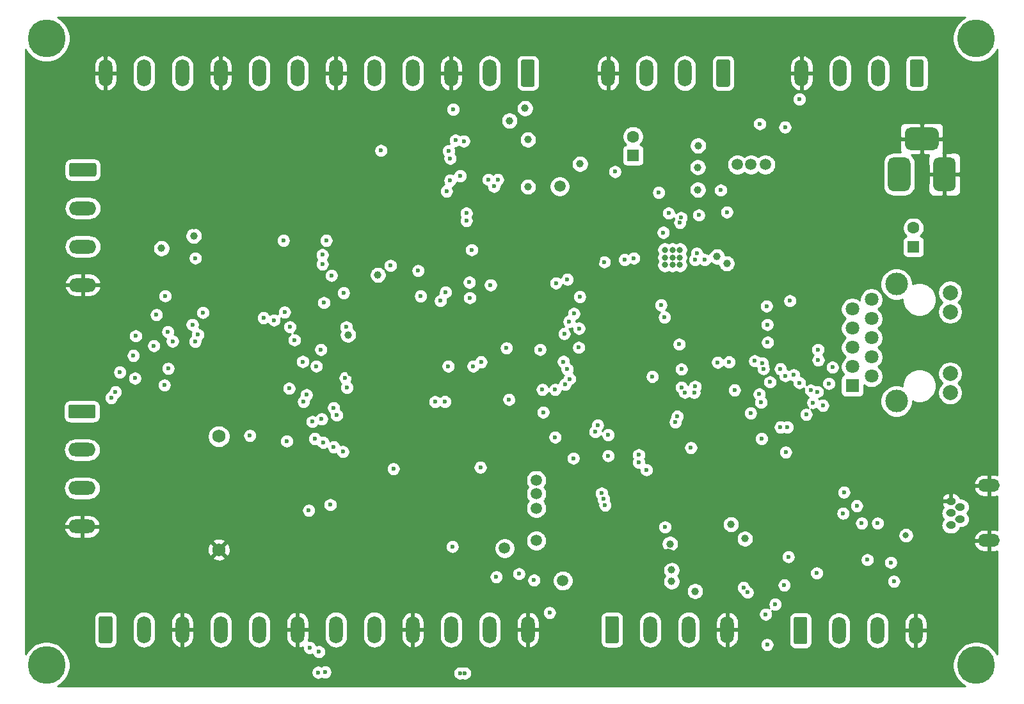
<source format=gbr>
G04 #@! TF.GenerationSoftware,KiCad,Pcbnew,5.1.7-a382d34a8~88~ubuntu20.04.1*
G04 #@! TF.CreationDate,2021-01-06T09:58:30-06:00*
G04 #@! TF.ProjectId,access-controller,61636365-7373-42d6-936f-6e74726f6c6c,rev?*
G04 #@! TF.SameCoordinates,Original*
G04 #@! TF.FileFunction,Copper,L2,Inr*
G04 #@! TF.FilePolarity,Positive*
%FSLAX46Y46*%
G04 Gerber Fmt 4.6, Leading zero omitted, Abs format (unit mm)*
G04 Created by KiCad (PCBNEW 5.1.7-a382d34a8~88~ubuntu20.04.1) date 2021-01-06 09:58:30*
%MOMM*%
%LPD*%
G01*
G04 APERTURE LIST*
G04 #@! TA.AperFunction,ComponentPad*
%ADD10R,1.800000X1.800000*%
G04 #@! TD*
G04 #@! TA.AperFunction,ComponentPad*
%ADD11C,2.000000*%
G04 #@! TD*
G04 #@! TA.AperFunction,ComponentPad*
%ADD12C,1.800000*%
G04 #@! TD*
G04 #@! TA.AperFunction,ComponentPad*
%ADD13C,3.000000*%
G04 #@! TD*
G04 #@! TA.AperFunction,ComponentPad*
%ADD14O,2.900000X1.700000*%
G04 #@! TD*
G04 #@! TA.AperFunction,ComponentPad*
%ADD15O,1.300000X1.000000*%
G04 #@! TD*
G04 #@! TA.AperFunction,WasherPad*
%ADD16C,5.000000*%
G04 #@! TD*
G04 #@! TA.AperFunction,ComponentPad*
%ADD17C,1.600000*%
G04 #@! TD*
G04 #@! TA.AperFunction,ComponentPad*
%ADD18R,1.600000X1.600000*%
G04 #@! TD*
G04 #@! TA.AperFunction,ComponentPad*
%ADD19O,1.800000X3.600000*%
G04 #@! TD*
G04 #@! TA.AperFunction,ComponentPad*
%ADD20O,3.600000X1.800000*%
G04 #@! TD*
G04 #@! TA.AperFunction,ComponentPad*
%ADD21C,1.750000*%
G04 #@! TD*
G04 #@! TA.AperFunction,ComponentPad*
%ADD22C,0.800000*%
G04 #@! TD*
G04 #@! TA.AperFunction,ViaPad*
%ADD23C,1.000000*%
G04 #@! TD*
G04 #@! TA.AperFunction,ViaPad*
%ADD24C,1.500000*%
G04 #@! TD*
G04 #@! TA.AperFunction,ViaPad*
%ADD25C,2.000000*%
G04 #@! TD*
G04 #@! TA.AperFunction,ViaPad*
%ADD26C,0.800000*%
G04 #@! TD*
G04 #@! TA.AperFunction,ViaPad*
%ADD27C,0.600000*%
G04 #@! TD*
G04 #@! TA.AperFunction,Conductor*
%ADD28C,0.254000*%
G04 #@! TD*
G04 #@! TA.AperFunction,Conductor*
%ADD29C,0.100000*%
G04 #@! TD*
G04 APERTURE END LIST*
D10*
X228800000Y-80000000D03*
D11*
X241750000Y-80920000D03*
D12*
X231340000Y-78730000D03*
X228800000Y-77460000D03*
X231340000Y-76190000D03*
X228800000Y-74920000D03*
X231340000Y-73650000D03*
X228800000Y-72380000D03*
X228800000Y-69840000D03*
X231340000Y-68570000D03*
D11*
X241750000Y-78380000D03*
X241750000Y-70200000D03*
X241750000Y-67660000D03*
D13*
X234640000Y-82040000D03*
X234640000Y-66540000D03*
D12*
X231340000Y-71110000D03*
G04 #@! TA.AperFunction,ComponentPad*
G36*
G01*
X240250000Y-46550000D02*
X240250000Y-48050000D01*
G75*
G02*
X239500000Y-48800000I-750000J0D01*
G01*
X236500000Y-48800000D01*
G75*
G02*
X235750000Y-48050000I0J750000D01*
G01*
X235750000Y-46550000D01*
G75*
G02*
X236500000Y-45800000I750000J0D01*
G01*
X239500000Y-45800000D01*
G75*
G02*
X240250000Y-46550000I0J-750000D01*
G01*
G37*
G04 #@! TD.AperFunction*
G04 #@! TA.AperFunction,ComponentPad*
G36*
G01*
X242500000Y-50500000D02*
X242500000Y-53500000D01*
G75*
G02*
X241750000Y-54250000I-750000J0D01*
G01*
X240250000Y-54250000D01*
G75*
G02*
X239500000Y-53500000I0J750000D01*
G01*
X239500000Y-50500000D01*
G75*
G02*
X240250000Y-49750000I750000J0D01*
G01*
X241750000Y-49750000D01*
G75*
G02*
X242500000Y-50500000I0J-750000D01*
G01*
G37*
G04 #@! TD.AperFunction*
G04 #@! TA.AperFunction,ComponentPad*
G36*
G01*
X236500000Y-50500000D02*
X236500000Y-53500000D01*
G75*
G02*
X235750000Y-54250000I-750000J0D01*
G01*
X234250000Y-54250000D01*
G75*
G02*
X233500000Y-53500000I0J750000D01*
G01*
X233500000Y-50500000D01*
G75*
G02*
X234250000Y-49750000I750000J0D01*
G01*
X235750000Y-49750000D01*
G75*
G02*
X236500000Y-50500000I0J-750000D01*
G01*
G37*
G04 #@! TD.AperFunction*
D14*
X246900000Y-100489800D03*
X246900000Y-93200000D03*
D15*
X241845400Y-96857600D03*
X243064600Y-96044800D03*
X243039200Y-97670400D03*
X241845400Y-98457800D03*
X241845400Y-95257400D03*
D16*
X122200000Y-117000000D03*
X245200000Y-117000000D03*
X245200000Y-34000000D03*
X122200000Y-34000000D03*
D17*
X199800000Y-47000000D03*
D18*
X199800000Y-49500000D03*
X236900000Y-61600000D03*
D17*
X236900000Y-59100000D03*
G04 #@! TA.AperFunction,ComponentPad*
G36*
G01*
X129120000Y-113850000D02*
X129120000Y-110750000D01*
G75*
G02*
X129370000Y-110500000I250000J0D01*
G01*
X130670000Y-110500000D01*
G75*
G02*
X130920000Y-110750000I0J-250000D01*
G01*
X130920000Y-113850000D01*
G75*
G02*
X130670000Y-114100000I-250000J0D01*
G01*
X129370000Y-114100000D01*
G75*
G02*
X129120000Y-113850000I0J250000D01*
G01*
G37*
G04 #@! TD.AperFunction*
D19*
X135100000Y-112300000D03*
X140180000Y-112300000D03*
X145260000Y-112300000D03*
X150340000Y-112300000D03*
X155420000Y-112300000D03*
X160500000Y-112300000D03*
X165580000Y-112300000D03*
X170660000Y-112300000D03*
X175740000Y-112300000D03*
X180820000Y-112300000D03*
X185900000Y-112300000D03*
X237200000Y-112400000D03*
X232120000Y-112400000D03*
X227040000Y-112400000D03*
G04 #@! TA.AperFunction,ComponentPad*
G36*
G01*
X221060000Y-113950000D02*
X221060000Y-110850000D01*
G75*
G02*
X221310000Y-110600000I250000J0D01*
G01*
X222610000Y-110600000D01*
G75*
G02*
X222860000Y-110850000I0J-250000D01*
G01*
X222860000Y-113950000D01*
G75*
G02*
X222610000Y-114200000I-250000J0D01*
G01*
X221310000Y-114200000D01*
G75*
G02*
X221060000Y-113950000I0J250000D01*
G01*
G37*
G04 #@! TD.AperFunction*
G04 #@! TA.AperFunction,ComponentPad*
G36*
G01*
X125450000Y-50500000D02*
X128550000Y-50500000D01*
G75*
G02*
X128800000Y-50750000I0J-250000D01*
G01*
X128800000Y-52050000D01*
G75*
G02*
X128550000Y-52300000I-250000J0D01*
G01*
X125450000Y-52300000D01*
G75*
G02*
X125200000Y-52050000I0J250000D01*
G01*
X125200000Y-50750000D01*
G75*
G02*
X125450000Y-50500000I250000J0D01*
G01*
G37*
G04 #@! TD.AperFunction*
D20*
X127000000Y-56480000D03*
X127000000Y-61560000D03*
X127000000Y-66640000D03*
G04 #@! TA.AperFunction,ComponentPad*
G36*
G01*
X196120000Y-113850000D02*
X196120000Y-110750000D01*
G75*
G02*
X196370000Y-110500000I250000J0D01*
G01*
X197670000Y-110500000D01*
G75*
G02*
X197920000Y-110750000I0J-250000D01*
G01*
X197920000Y-113850000D01*
G75*
G02*
X197670000Y-114100000I-250000J0D01*
G01*
X196370000Y-114100000D01*
G75*
G02*
X196120000Y-113850000I0J250000D01*
G01*
G37*
G04 #@! TD.AperFunction*
D19*
X202100000Y-112300000D03*
X207180000Y-112300000D03*
X212260000Y-112300000D03*
X130000000Y-38600000D03*
X135080000Y-38600000D03*
X140160000Y-38600000D03*
X145240000Y-38600000D03*
X150320000Y-38600000D03*
X155400000Y-38600000D03*
X160480000Y-38600000D03*
X165560000Y-38600000D03*
X170640000Y-38600000D03*
X175720000Y-38600000D03*
X180800000Y-38600000D03*
G04 #@! TA.AperFunction,ComponentPad*
G36*
G01*
X186780000Y-37050000D02*
X186780000Y-40150000D01*
G75*
G02*
X186530000Y-40400000I-250000J0D01*
G01*
X185230000Y-40400000D01*
G75*
G02*
X184980000Y-40150000I0J250000D01*
G01*
X184980000Y-37050000D01*
G75*
G02*
X185230000Y-36800000I250000J0D01*
G01*
X186530000Y-36800000D01*
G75*
G02*
X186780000Y-37050000I0J-250000D01*
G01*
G37*
G04 #@! TD.AperFunction*
X222100000Y-38600000D03*
X227180000Y-38600000D03*
X232260000Y-38600000D03*
G04 #@! TA.AperFunction,ComponentPad*
G36*
G01*
X238240000Y-37050000D02*
X238240000Y-40150000D01*
G75*
G02*
X237990000Y-40400000I-250000J0D01*
G01*
X236690000Y-40400000D01*
G75*
G02*
X236440000Y-40150000I0J250000D01*
G01*
X236440000Y-37050000D01*
G75*
G02*
X236690000Y-36800000I250000J0D01*
G01*
X237990000Y-36800000D01*
G75*
G02*
X238240000Y-37050000I0J-250000D01*
G01*
G37*
G04 #@! TD.AperFunction*
G04 #@! TA.AperFunction,ComponentPad*
G36*
G01*
X125350000Y-82500000D02*
X128450000Y-82500000D01*
G75*
G02*
X128700000Y-82750000I0J-250000D01*
G01*
X128700000Y-84050000D01*
G75*
G02*
X128450000Y-84300000I-250000J0D01*
G01*
X125350000Y-84300000D01*
G75*
G02*
X125100000Y-84050000I0J250000D01*
G01*
X125100000Y-82750000D01*
G75*
G02*
X125350000Y-82500000I250000J0D01*
G01*
G37*
G04 #@! TD.AperFunction*
D20*
X126900000Y-88480000D03*
X126900000Y-93560000D03*
X126900000Y-98640000D03*
D19*
X196500000Y-38600000D03*
X201580000Y-38600000D03*
X206660000Y-38600000D03*
G04 #@! TA.AperFunction,ComponentPad*
G36*
G01*
X212640000Y-37050000D02*
X212640000Y-40150000D01*
G75*
G02*
X212390000Y-40400000I-250000J0D01*
G01*
X211090000Y-40400000D01*
G75*
G02*
X210840000Y-40150000I0J250000D01*
G01*
X210840000Y-37050000D01*
G75*
G02*
X211090000Y-36800000I250000J0D01*
G01*
X212390000Y-36800000D01*
G75*
G02*
X212640000Y-37050000I0J-250000D01*
G01*
G37*
G04 #@! TD.AperFunction*
D21*
X145000000Y-86700000D03*
X145000000Y-101700000D03*
D22*
X204000000Y-62000000D03*
X205000000Y-62000000D03*
X206000000Y-62000000D03*
X204000000Y-63000000D03*
X205000000Y-63000000D03*
X206000000Y-63000000D03*
X205000000Y-64000000D03*
X204000000Y-64000000D03*
X206000000Y-64000000D03*
D23*
X175100000Y-98600000D03*
X179800000Y-98600000D03*
X168400000Y-98500000D03*
X163700000Y-98500000D03*
D24*
X147400000Y-62700000D03*
X151000000Y-66300000D03*
X147425001Y-66300001D03*
D25*
X187600000Y-59775000D03*
D24*
X226400000Y-46800000D03*
X226400000Y-48600000D03*
X228250000Y-61850000D03*
X242325000Y-62725000D03*
X244100000Y-60600000D03*
D26*
X236200000Y-86100000D03*
X238100000Y-87500000D03*
X231200000Y-88400000D03*
X240850000Y-83950000D03*
X221600000Y-76700000D03*
D27*
X237200000Y-94300000D03*
D26*
X232300000Y-106400000D03*
X242900000Y-103500000D03*
D27*
X226200000Y-103100000D03*
X223400000Y-101200000D03*
X218900000Y-98600000D03*
D25*
X198800000Y-102500000D03*
D27*
X210800000Y-107600000D03*
X219800000Y-81600000D03*
X219800000Y-82700000D03*
X220300000Y-82100000D03*
X219300000Y-82100000D03*
X199100000Y-69600000D03*
X195300000Y-69600000D03*
X171600000Y-83400000D03*
X212200000Y-70200000D03*
X215000000Y-72200000D03*
X214900000Y-70700000D03*
X214900000Y-68900000D03*
X220437500Y-71837500D03*
X220500000Y-73400000D03*
X202700000Y-89200000D03*
X198900000Y-89200000D03*
X202300000Y-52400000D03*
D23*
X183200000Y-106800000D03*
X184700000Y-108700000D03*
X191800000Y-108400000D03*
X191800000Y-96700000D03*
X192700000Y-103900000D03*
X141700000Y-58850000D03*
X139950000Y-57700000D03*
D27*
X121450000Y-73350000D03*
X124000000Y-73350000D03*
X126500000Y-73400000D03*
X129100000Y-73350000D03*
X129050000Y-77050000D03*
X126550000Y-77000000D03*
X124000000Y-77100000D03*
X121450000Y-77100000D03*
X169200000Y-53400000D03*
X169200000Y-50900000D03*
X169150000Y-48350000D03*
X169150000Y-45800000D03*
X172850000Y-45750000D03*
X172800000Y-48300000D03*
X172800000Y-50900000D03*
X172800000Y-53450000D03*
X179950000Y-49900000D03*
X178750000Y-44600000D03*
D23*
X192450000Y-45250000D03*
X190550000Y-43250000D03*
X171850000Y-70750000D03*
D27*
X184650000Y-82500000D03*
X178550000Y-78650000D03*
X175250000Y-78700000D03*
D23*
X142700000Y-78150000D03*
X155150000Y-58800000D03*
X158800000Y-58800000D03*
X156900000Y-57650000D03*
D27*
X193450000Y-113800000D03*
X211900000Y-82300000D03*
X223100000Y-87800000D03*
X217800000Y-49000000D03*
X217800000Y-45900000D03*
X215250000Y-45950000D03*
X215300000Y-49000000D03*
X213600000Y-43150000D03*
X210900000Y-46000000D03*
X184650237Y-83743745D03*
D23*
X213738898Y-102322156D03*
X211559296Y-102092554D03*
D25*
X198700000Y-108724990D03*
D27*
X198942261Y-91629073D03*
D25*
X204485296Y-102619605D03*
D24*
X147400000Y-69724990D03*
D27*
X202509967Y-87075010D03*
X202399989Y-84100000D03*
X198900000Y-87075010D03*
X199200011Y-84100000D03*
X184375401Y-81424599D03*
D25*
X180900010Y-59800000D03*
X194488208Y-63202278D03*
X194124990Y-57300000D03*
X198070300Y-96775010D03*
D27*
X222800000Y-101650000D03*
X172400000Y-83400000D03*
X222850000Y-104700000D03*
X222850000Y-105400000D03*
X225400000Y-104750000D03*
X167050000Y-83400000D03*
D23*
X213400000Y-92700000D03*
X193000000Y-48800000D03*
D27*
X168700000Y-107600000D03*
X163400000Y-107700000D03*
X195300000Y-72100000D03*
X195200000Y-74600000D03*
X195200000Y-77200000D03*
X199100000Y-77200000D03*
X199100000Y-74700000D03*
X199100000Y-72100000D03*
X202700000Y-91800000D03*
D26*
X222574990Y-77886901D03*
D27*
X162925032Y-83132043D03*
D23*
X162455505Y-78276133D03*
X185874981Y-106806471D03*
D24*
X190500000Y-105800000D03*
D26*
X235900000Y-99800000D03*
D23*
X214600000Y-100250000D03*
X212750000Y-98350000D03*
X204692734Y-100932296D03*
D27*
X232150000Y-98200000D03*
X230050000Y-98200000D03*
X204025002Y-98700000D03*
X175000000Y-67600000D03*
X158150000Y-117950000D03*
X159750000Y-95750000D03*
X157024979Y-114687566D03*
X161862108Y-72221791D03*
X158800000Y-87500000D03*
X158600000Y-84400000D03*
X158500000Y-75200000D03*
X156900000Y-96500000D03*
X234300000Y-105900000D03*
X158700000Y-63900000D03*
X174325262Y-68744706D03*
X233900000Y-103400000D03*
X158700000Y-62650000D03*
X171700000Y-68124968D03*
X137800000Y-79900000D03*
X138250000Y-72850000D03*
X153550000Y-60750000D03*
X219800000Y-106400000D03*
X188750000Y-110050000D03*
X142900000Y-70300000D03*
X138300000Y-77700000D03*
X229400000Y-95900000D03*
X159200000Y-60750000D03*
X218600000Y-108925054D03*
X220350000Y-102650000D03*
X224100000Y-104800000D03*
D24*
X215400000Y-50700000D03*
X217300000Y-50700000D03*
X213600000Y-50700000D03*
X190100000Y-53600000D03*
D23*
X208000000Y-107200000D03*
X204900000Y-105900000D03*
X204900000Y-104400000D03*
D27*
X203200000Y-54400000D03*
D23*
X208400000Y-48200000D03*
X208362500Y-51062500D03*
X208362500Y-54037500D03*
X192775000Y-50625000D03*
D27*
X208500000Y-57400000D03*
X208000000Y-63300000D03*
X171355169Y-64750010D03*
D23*
X185500000Y-43250000D03*
X185900000Y-47400000D03*
X183450000Y-44900000D03*
X185900000Y-53650000D03*
D27*
X217350000Y-110250000D03*
X177550000Y-118050000D03*
X176900000Y-118050000D03*
X217535668Y-114285668D03*
X178450000Y-62000000D03*
X181400000Y-53600000D03*
X219900000Y-45750000D03*
X180650000Y-52700000D03*
X181900000Y-52700000D03*
X167701681Y-64079982D03*
X195647762Y-94240794D03*
X184700000Y-104900000D03*
X212200000Y-57000000D03*
X205900000Y-74500000D03*
X166450000Y-48850000D03*
X176000000Y-43400000D03*
X206200000Y-77800000D03*
X205646013Y-84046766D03*
X181700000Y-105300000D03*
X195900000Y-95000000D03*
X207450000Y-88200000D03*
X201568004Y-91131997D03*
X136400000Y-74700000D03*
X138875010Y-74100000D03*
X189500000Y-80500000D03*
X196499998Y-89272613D03*
X175400000Y-48900000D03*
X175600000Y-52800000D03*
X191900000Y-89600000D03*
X187900000Y-83500000D03*
X176302500Y-47502500D03*
X175124990Y-54229982D03*
X133700000Y-76000000D03*
X142225256Y-73224988D03*
X131900000Y-78200000D03*
X141861317Y-74149215D03*
X190600000Y-76800000D03*
X187494930Y-75200000D03*
X180950000Y-66650000D03*
X178199992Y-68350000D03*
X130750000Y-81600000D03*
X137900000Y-68100000D03*
X131323207Y-80800000D03*
X141500000Y-71900000D03*
X187800000Y-80500000D03*
X214925629Y-107349992D03*
X178150000Y-66300000D03*
X197400000Y-51650000D03*
X195112357Y-85219879D03*
X190800000Y-79800000D03*
X221800000Y-42050000D03*
X216565000Y-45315000D03*
X191100000Y-77800000D03*
X205400045Y-84808028D03*
X211400000Y-54100000D03*
X196000000Y-63600000D03*
X189600000Y-66400000D03*
X191100000Y-65900000D03*
X196100000Y-95800000D03*
X186699991Y-105750000D03*
X214400000Y-106724982D03*
X202346693Y-78779960D03*
X203951855Y-70918217D03*
X203500000Y-69300000D03*
X192650000Y-72400000D03*
X191964929Y-70438195D03*
X134000000Y-73400000D03*
X136750000Y-70600000D03*
X175612510Y-49887490D03*
X176927510Y-52200000D03*
X173600000Y-82125010D03*
X156200000Y-82100000D03*
X156600000Y-81200000D03*
X174900000Y-82100000D03*
X150900000Y-71000000D03*
X161949989Y-80245259D03*
X152300000Y-71300000D03*
X161725010Y-78959068D03*
X196500000Y-86500000D03*
X191400000Y-79100000D03*
X191339919Y-71500000D03*
X192608631Y-74918989D03*
X179700000Y-76850000D03*
X183050000Y-75000000D03*
X192750000Y-68200000D03*
X154996738Y-73925010D03*
X159050000Y-117900000D03*
X154300000Y-80350000D03*
X158250000Y-115224990D03*
X153985445Y-87327922D03*
D23*
X210900000Y-62900000D03*
X212200000Y-63800000D03*
D27*
X209292393Y-63316002D03*
X208223388Y-62470245D03*
X206628588Y-80875523D03*
X207886861Y-80891971D03*
X154400000Y-72200000D03*
X157900000Y-77400000D03*
X206200000Y-80200000D03*
X208000008Y-80100000D03*
X158900000Y-69000000D03*
X189500000Y-86800000D03*
X160200000Y-82900000D03*
X160200066Y-88100066D03*
X161500000Y-67700000D03*
X159900000Y-65400000D03*
X219919574Y-78667238D03*
X220202751Y-85474990D03*
X160600000Y-83900000D03*
X161400000Y-88725076D03*
X153700000Y-70250000D03*
X157684379Y-86998846D03*
X156100000Y-76800000D03*
X157351651Y-84745569D03*
X217450000Y-69450000D03*
X220550000Y-68750000D03*
X217050000Y-77750000D03*
X217600000Y-74250000D03*
X217550000Y-71900000D03*
X216800000Y-87000000D03*
X216900000Y-77000000D03*
X216501035Y-81109455D03*
X213223301Y-80565699D03*
X219300000Y-77774948D03*
X217900000Y-79500000D03*
X220000000Y-88800000D03*
X219300000Y-85474990D03*
X221050000Y-78550000D03*
X224170326Y-80792478D03*
X224300000Y-76600000D03*
X223300000Y-80600000D03*
X224250000Y-75200000D03*
X215353720Y-83614054D03*
X216719703Y-82199359D03*
X224900000Y-82600000D03*
X221811738Y-79597164D03*
X222700000Y-83800000D03*
X223601152Y-82227086D03*
X225700000Y-79700000D03*
X226170000Y-77550000D03*
D24*
X187000000Y-96200000D03*
X187000000Y-94300000D03*
X187000000Y-92500000D03*
X182800000Y-101500000D03*
X187000000Y-100500000D03*
D23*
X141700000Y-60150000D03*
X137400000Y-61800000D03*
D27*
X175350000Y-77400000D03*
X178650000Y-77400000D03*
D23*
X162100000Y-73250000D03*
D27*
X200550000Y-90150000D03*
X211000000Y-76900000D03*
X215900000Y-76700000D03*
X212500000Y-76850000D03*
X177750000Y-57150000D03*
D23*
X166049978Y-65323003D03*
D27*
X200550000Y-89150000D03*
X177750000Y-58150000D03*
X183400000Y-81800000D03*
X175900000Y-101300000D03*
X168100000Y-91000000D03*
X179600000Y-90800000D03*
X230800008Y-103041369D03*
X190700000Y-73100000D03*
X194800000Y-86100000D03*
X177400000Y-47600000D03*
X133900000Y-79000000D03*
X203800000Y-59700000D03*
X199900000Y-63100000D03*
X227585001Y-96885001D03*
X227700000Y-94100000D03*
X204500000Y-57150000D03*
X198700000Y-63300000D03*
X206000000Y-58400000D03*
X206137500Y-57737500D03*
X141900000Y-63100000D03*
X149100000Y-86600000D03*
D28*
X243715021Y-31221799D02*
X243201554Y-31564886D01*
X242764886Y-32001554D01*
X242421799Y-32515021D01*
X242185476Y-33085554D01*
X242065000Y-33691229D01*
X242065000Y-34308771D01*
X242185476Y-34914446D01*
X242421799Y-35484979D01*
X242764886Y-35998446D01*
X243201554Y-36435114D01*
X243715021Y-36778201D01*
X244285554Y-37014524D01*
X244891229Y-37135000D01*
X245508771Y-37135000D01*
X246114446Y-37014524D01*
X246684979Y-36778201D01*
X247198446Y-36435114D01*
X247635114Y-35998446D01*
X247978201Y-35484979D01*
X247990001Y-35456491D01*
X247990000Y-91798544D01*
X247914269Y-91768310D01*
X247627000Y-91715000D01*
X247027000Y-91715000D01*
X247027000Y-93073000D01*
X247047000Y-93073000D01*
X247047000Y-93327000D01*
X247027000Y-93327000D01*
X247027000Y-94685000D01*
X247627000Y-94685000D01*
X247914269Y-94631690D01*
X247990000Y-94601456D01*
X247990000Y-99088344D01*
X247914269Y-99058110D01*
X247627000Y-99004800D01*
X247027000Y-99004800D01*
X247027000Y-100362800D01*
X247047000Y-100362800D01*
X247047000Y-100616800D01*
X247027000Y-100616800D01*
X247027000Y-101974800D01*
X247627000Y-101974800D01*
X247914269Y-101921490D01*
X247990000Y-101891256D01*
X247990000Y-115543506D01*
X247978201Y-115515021D01*
X247635114Y-115001554D01*
X247198446Y-114564886D01*
X246684979Y-114221799D01*
X246114446Y-113985476D01*
X245508771Y-113865000D01*
X244891229Y-113865000D01*
X244285554Y-113985476D01*
X243715021Y-114221799D01*
X243201554Y-114564886D01*
X242764886Y-115001554D01*
X242421799Y-115515021D01*
X242185476Y-116085554D01*
X242065000Y-116691229D01*
X242065000Y-117308771D01*
X242185476Y-117914446D01*
X242421799Y-118484979D01*
X242764886Y-118998446D01*
X243201554Y-119435114D01*
X243715021Y-119778201D01*
X243743506Y-119790000D01*
X123656494Y-119790000D01*
X123684979Y-119778201D01*
X124198446Y-119435114D01*
X124635114Y-118998446D01*
X124978201Y-118484979D01*
X125214524Y-117914446D01*
X125225769Y-117857911D01*
X157215000Y-117857911D01*
X157215000Y-118042089D01*
X157250932Y-118222729D01*
X157321414Y-118392889D01*
X157423738Y-118546028D01*
X157553972Y-118676262D01*
X157707111Y-118778586D01*
X157877271Y-118849068D01*
X158057911Y-118885000D01*
X158242089Y-118885000D01*
X158422729Y-118849068D01*
X158592889Y-118778586D01*
X158644526Y-118744084D01*
X158777271Y-118799068D01*
X158957911Y-118835000D01*
X159142089Y-118835000D01*
X159322729Y-118799068D01*
X159492889Y-118728586D01*
X159646028Y-118626262D01*
X159776262Y-118496028D01*
X159878586Y-118342889D01*
X159949068Y-118172729D01*
X159985000Y-117992089D01*
X159985000Y-117957911D01*
X175965000Y-117957911D01*
X175965000Y-118142089D01*
X176000932Y-118322729D01*
X176071414Y-118492889D01*
X176173738Y-118646028D01*
X176303972Y-118776262D01*
X176457111Y-118878586D01*
X176627271Y-118949068D01*
X176807911Y-118985000D01*
X176992089Y-118985000D01*
X177172729Y-118949068D01*
X177225000Y-118927417D01*
X177277271Y-118949068D01*
X177457911Y-118985000D01*
X177642089Y-118985000D01*
X177822729Y-118949068D01*
X177992889Y-118878586D01*
X178146028Y-118776262D01*
X178276262Y-118646028D01*
X178378586Y-118492889D01*
X178449068Y-118322729D01*
X178485000Y-118142089D01*
X178485000Y-117957911D01*
X178449068Y-117777271D01*
X178378586Y-117607111D01*
X178276262Y-117453972D01*
X178146028Y-117323738D01*
X177992889Y-117221414D01*
X177822729Y-117150932D01*
X177642089Y-117115000D01*
X177457911Y-117115000D01*
X177277271Y-117150932D01*
X177225000Y-117172583D01*
X177172729Y-117150932D01*
X176992089Y-117115000D01*
X176807911Y-117115000D01*
X176627271Y-117150932D01*
X176457111Y-117221414D01*
X176303972Y-117323738D01*
X176173738Y-117453972D01*
X176071414Y-117607111D01*
X176000932Y-117777271D01*
X175965000Y-117957911D01*
X159985000Y-117957911D01*
X159985000Y-117807911D01*
X159949068Y-117627271D01*
X159878586Y-117457111D01*
X159776262Y-117303972D01*
X159646028Y-117173738D01*
X159492889Y-117071414D01*
X159322729Y-117000932D01*
X159142089Y-116965000D01*
X158957911Y-116965000D01*
X158777271Y-117000932D01*
X158607111Y-117071414D01*
X158555474Y-117105916D01*
X158422729Y-117050932D01*
X158242089Y-117015000D01*
X158057911Y-117015000D01*
X157877271Y-117050932D01*
X157707111Y-117121414D01*
X157553972Y-117223738D01*
X157423738Y-117353972D01*
X157321414Y-117507111D01*
X157250932Y-117677271D01*
X157215000Y-117857911D01*
X125225769Y-117857911D01*
X125335000Y-117308771D01*
X125335000Y-116691229D01*
X125214524Y-116085554D01*
X124978201Y-115515021D01*
X124635114Y-115001554D01*
X124198446Y-114564886D01*
X123684979Y-114221799D01*
X123114446Y-113985476D01*
X122508771Y-113865000D01*
X121891229Y-113865000D01*
X121285554Y-113985476D01*
X120715021Y-114221799D01*
X120201554Y-114564886D01*
X119764886Y-115001554D01*
X119421799Y-115515021D01*
X119410000Y-115543506D01*
X119410000Y-110750000D01*
X128481928Y-110750000D01*
X128481928Y-113850000D01*
X128498992Y-114023254D01*
X128549528Y-114189850D01*
X128631595Y-114343386D01*
X128742038Y-114477962D01*
X128876614Y-114588405D01*
X129030150Y-114670472D01*
X129196746Y-114721008D01*
X129370000Y-114738072D01*
X130670000Y-114738072D01*
X130843254Y-114721008D01*
X131009850Y-114670472D01*
X131163386Y-114588405D01*
X131297962Y-114477962D01*
X131408405Y-114343386D01*
X131490472Y-114189850D01*
X131541008Y-114023254D01*
X131558072Y-113850000D01*
X131558072Y-111324593D01*
X133565000Y-111324593D01*
X133565000Y-113275408D01*
X133587211Y-113500913D01*
X133674984Y-113790261D01*
X133817520Y-114056927D01*
X134009340Y-114290661D01*
X134243074Y-114482481D01*
X134509740Y-114625017D01*
X134799088Y-114712790D01*
X135100000Y-114742427D01*
X135400913Y-114712790D01*
X135690261Y-114625017D01*
X135956927Y-114482481D01*
X136190661Y-114290661D01*
X136382481Y-114056927D01*
X136525017Y-113790261D01*
X136612790Y-113500913D01*
X136635000Y-113275408D01*
X136635000Y-112427000D01*
X138645000Y-112427000D01*
X138645000Y-113327000D01*
X138699271Y-113624023D01*
X138810446Y-113904751D01*
X138974252Y-114158396D01*
X139184394Y-114375210D01*
X139432796Y-114546862D01*
X139709913Y-114666755D01*
X139815260Y-114691036D01*
X140053000Y-114570378D01*
X140053000Y-112427000D01*
X140307000Y-112427000D01*
X140307000Y-114570378D01*
X140544740Y-114691036D01*
X140650087Y-114666755D01*
X140927204Y-114546862D01*
X141175606Y-114375210D01*
X141385748Y-114158396D01*
X141549554Y-113904751D01*
X141660729Y-113624023D01*
X141715000Y-113327000D01*
X141715000Y-112427000D01*
X140307000Y-112427000D01*
X140053000Y-112427000D01*
X138645000Y-112427000D01*
X136635000Y-112427000D01*
X136635000Y-111324592D01*
X136629919Y-111273000D01*
X138645000Y-111273000D01*
X138645000Y-112173000D01*
X140053000Y-112173000D01*
X140053000Y-110029622D01*
X140307000Y-110029622D01*
X140307000Y-112173000D01*
X141715000Y-112173000D01*
X141715000Y-111324593D01*
X143725000Y-111324593D01*
X143725000Y-113275408D01*
X143747211Y-113500913D01*
X143834984Y-113790261D01*
X143977520Y-114056927D01*
X144169340Y-114290661D01*
X144403074Y-114482481D01*
X144669740Y-114625017D01*
X144959088Y-114712790D01*
X145260000Y-114742427D01*
X145560913Y-114712790D01*
X145850261Y-114625017D01*
X146116927Y-114482481D01*
X146350661Y-114290661D01*
X146542481Y-114056927D01*
X146685017Y-113790261D01*
X146772790Y-113500913D01*
X146795000Y-113275408D01*
X146795000Y-111324593D01*
X148805000Y-111324593D01*
X148805000Y-113275408D01*
X148827211Y-113500913D01*
X148914984Y-113790261D01*
X149057520Y-114056927D01*
X149249340Y-114290661D01*
X149483074Y-114482481D01*
X149749740Y-114625017D01*
X150039088Y-114712790D01*
X150340000Y-114742427D01*
X150640913Y-114712790D01*
X150930261Y-114625017D01*
X151196927Y-114482481D01*
X151430661Y-114290661D01*
X151622481Y-114056927D01*
X151765017Y-113790261D01*
X151852790Y-113500913D01*
X151875000Y-113275408D01*
X151875000Y-112427000D01*
X153885000Y-112427000D01*
X153885000Y-113327000D01*
X153939271Y-113624023D01*
X154050446Y-113904751D01*
X154214252Y-114158396D01*
X154424394Y-114375210D01*
X154672796Y-114546862D01*
X154949913Y-114666755D01*
X155055260Y-114691036D01*
X155293000Y-114570378D01*
X155293000Y-112427000D01*
X155547000Y-112427000D01*
X155547000Y-114570378D01*
X155784740Y-114691036D01*
X155890087Y-114666755D01*
X156093288Y-114578841D01*
X156089979Y-114595477D01*
X156089979Y-114779655D01*
X156125911Y-114960295D01*
X156196393Y-115130455D01*
X156298717Y-115283594D01*
X156428951Y-115413828D01*
X156582090Y-115516152D01*
X156752250Y-115586634D01*
X156932890Y-115622566D01*
X157117068Y-115622566D01*
X157297708Y-115586634D01*
X157374574Y-115554795D01*
X157421414Y-115667879D01*
X157523738Y-115821018D01*
X157653972Y-115951252D01*
X157807111Y-116053576D01*
X157977271Y-116124058D01*
X158157911Y-116159990D01*
X158342089Y-116159990D01*
X158522729Y-116124058D01*
X158692889Y-116053576D01*
X158846028Y-115951252D01*
X158976262Y-115821018D01*
X159078586Y-115667879D01*
X159149068Y-115497719D01*
X159185000Y-115317079D01*
X159185000Y-115132901D01*
X159149068Y-114952261D01*
X159078586Y-114782101D01*
X158976262Y-114628962D01*
X158846028Y-114498728D01*
X158692889Y-114396404D01*
X158522729Y-114325922D01*
X158342089Y-114289990D01*
X158157911Y-114289990D01*
X157977271Y-114325922D01*
X157900405Y-114357761D01*
X157853565Y-114244677D01*
X157751241Y-114091538D01*
X157621007Y-113961304D01*
X157467868Y-113858980D01*
X157297708Y-113788498D01*
X157117068Y-113752566D01*
X156932890Y-113752566D01*
X156842720Y-113770502D01*
X156900729Y-113624023D01*
X156955000Y-113327000D01*
X156955000Y-112427000D01*
X155547000Y-112427000D01*
X155293000Y-112427000D01*
X153885000Y-112427000D01*
X151875000Y-112427000D01*
X151875000Y-111324592D01*
X151869919Y-111273000D01*
X153885000Y-111273000D01*
X153885000Y-112173000D01*
X155293000Y-112173000D01*
X155293000Y-110029622D01*
X155547000Y-110029622D01*
X155547000Y-112173000D01*
X156955000Y-112173000D01*
X156955000Y-111324593D01*
X158965000Y-111324593D01*
X158965000Y-113275408D01*
X158987211Y-113500913D01*
X159074984Y-113790261D01*
X159217520Y-114056927D01*
X159409340Y-114290661D01*
X159643074Y-114482481D01*
X159909740Y-114625017D01*
X160199088Y-114712790D01*
X160500000Y-114742427D01*
X160800913Y-114712790D01*
X161090261Y-114625017D01*
X161356927Y-114482481D01*
X161590661Y-114290661D01*
X161782481Y-114056927D01*
X161925017Y-113790261D01*
X162012790Y-113500913D01*
X162035000Y-113275408D01*
X162035000Y-111324593D01*
X164045000Y-111324593D01*
X164045000Y-113275408D01*
X164067211Y-113500913D01*
X164154984Y-113790261D01*
X164297520Y-114056927D01*
X164489340Y-114290661D01*
X164723074Y-114482481D01*
X164989740Y-114625017D01*
X165279088Y-114712790D01*
X165580000Y-114742427D01*
X165880913Y-114712790D01*
X166170261Y-114625017D01*
X166436927Y-114482481D01*
X166670661Y-114290661D01*
X166862481Y-114056927D01*
X167005017Y-113790261D01*
X167092790Y-113500913D01*
X167115000Y-113275408D01*
X167115000Y-112427000D01*
X169125000Y-112427000D01*
X169125000Y-113327000D01*
X169179271Y-113624023D01*
X169290446Y-113904751D01*
X169454252Y-114158396D01*
X169664394Y-114375210D01*
X169912796Y-114546862D01*
X170189913Y-114666755D01*
X170295260Y-114691036D01*
X170533000Y-114570378D01*
X170533000Y-112427000D01*
X170787000Y-112427000D01*
X170787000Y-114570378D01*
X171024740Y-114691036D01*
X171130087Y-114666755D01*
X171407204Y-114546862D01*
X171655606Y-114375210D01*
X171865748Y-114158396D01*
X172029554Y-113904751D01*
X172140729Y-113624023D01*
X172195000Y-113327000D01*
X172195000Y-112427000D01*
X170787000Y-112427000D01*
X170533000Y-112427000D01*
X169125000Y-112427000D01*
X167115000Y-112427000D01*
X167115000Y-111324592D01*
X167109919Y-111273000D01*
X169125000Y-111273000D01*
X169125000Y-112173000D01*
X170533000Y-112173000D01*
X170533000Y-110029622D01*
X170787000Y-110029622D01*
X170787000Y-112173000D01*
X172195000Y-112173000D01*
X172195000Y-111324593D01*
X174205000Y-111324593D01*
X174205000Y-113275408D01*
X174227211Y-113500913D01*
X174314984Y-113790261D01*
X174457520Y-114056927D01*
X174649340Y-114290661D01*
X174883074Y-114482481D01*
X175149740Y-114625017D01*
X175439088Y-114712790D01*
X175740000Y-114742427D01*
X176040913Y-114712790D01*
X176330261Y-114625017D01*
X176596927Y-114482481D01*
X176830661Y-114290661D01*
X177022481Y-114056927D01*
X177165017Y-113790261D01*
X177252790Y-113500913D01*
X177275000Y-113275408D01*
X177275000Y-111324593D01*
X179285000Y-111324593D01*
X179285000Y-113275408D01*
X179307211Y-113500913D01*
X179394984Y-113790261D01*
X179537520Y-114056927D01*
X179729340Y-114290661D01*
X179963074Y-114482481D01*
X180229740Y-114625017D01*
X180519088Y-114712790D01*
X180820000Y-114742427D01*
X181120913Y-114712790D01*
X181410261Y-114625017D01*
X181676927Y-114482481D01*
X181910661Y-114290661D01*
X182102481Y-114056927D01*
X182245017Y-113790261D01*
X182332790Y-113500913D01*
X182355000Y-113275408D01*
X182355000Y-112427000D01*
X184365000Y-112427000D01*
X184365000Y-113327000D01*
X184419271Y-113624023D01*
X184530446Y-113904751D01*
X184694252Y-114158396D01*
X184904394Y-114375210D01*
X185152796Y-114546862D01*
X185429913Y-114666755D01*
X185535260Y-114691036D01*
X185773000Y-114570378D01*
X185773000Y-112427000D01*
X186027000Y-112427000D01*
X186027000Y-114570378D01*
X186264740Y-114691036D01*
X186370087Y-114666755D01*
X186647204Y-114546862D01*
X186895606Y-114375210D01*
X187105748Y-114158396D01*
X187269554Y-113904751D01*
X187380729Y-113624023D01*
X187435000Y-113327000D01*
X187435000Y-112427000D01*
X186027000Y-112427000D01*
X185773000Y-112427000D01*
X184365000Y-112427000D01*
X182355000Y-112427000D01*
X182355000Y-111324592D01*
X182349919Y-111273000D01*
X184365000Y-111273000D01*
X184365000Y-112173000D01*
X185773000Y-112173000D01*
X185773000Y-110029622D01*
X186027000Y-110029622D01*
X186027000Y-112173000D01*
X187435000Y-112173000D01*
X187435000Y-111273000D01*
X187380729Y-110975977D01*
X187269554Y-110695249D01*
X187105748Y-110441604D01*
X186895606Y-110224790D01*
X186647204Y-110053138D01*
X186427100Y-109957911D01*
X187815000Y-109957911D01*
X187815000Y-110142089D01*
X187850932Y-110322729D01*
X187921414Y-110492889D01*
X188023738Y-110646028D01*
X188153972Y-110776262D01*
X188307111Y-110878586D01*
X188477271Y-110949068D01*
X188657911Y-110985000D01*
X188842089Y-110985000D01*
X189022729Y-110949068D01*
X189192889Y-110878586D01*
X189346028Y-110776262D01*
X189372290Y-110750000D01*
X195481928Y-110750000D01*
X195481928Y-113850000D01*
X195498992Y-114023254D01*
X195549528Y-114189850D01*
X195631595Y-114343386D01*
X195742038Y-114477962D01*
X195876614Y-114588405D01*
X196030150Y-114670472D01*
X196196746Y-114721008D01*
X196370000Y-114738072D01*
X197670000Y-114738072D01*
X197843254Y-114721008D01*
X198009850Y-114670472D01*
X198163386Y-114588405D01*
X198297962Y-114477962D01*
X198408405Y-114343386D01*
X198490472Y-114189850D01*
X198541008Y-114023254D01*
X198558072Y-113850000D01*
X198558072Y-111324593D01*
X200565000Y-111324593D01*
X200565000Y-113275408D01*
X200587211Y-113500913D01*
X200674984Y-113790261D01*
X200817520Y-114056927D01*
X201009340Y-114290661D01*
X201243074Y-114482481D01*
X201509740Y-114625017D01*
X201799088Y-114712790D01*
X202100000Y-114742427D01*
X202400913Y-114712790D01*
X202690261Y-114625017D01*
X202956927Y-114482481D01*
X203190661Y-114290661D01*
X203382481Y-114056927D01*
X203525017Y-113790261D01*
X203612790Y-113500913D01*
X203635000Y-113275408D01*
X203635000Y-111324593D01*
X205645000Y-111324593D01*
X205645000Y-113275408D01*
X205667211Y-113500913D01*
X205754984Y-113790261D01*
X205897520Y-114056927D01*
X206089340Y-114290661D01*
X206323074Y-114482481D01*
X206589740Y-114625017D01*
X206879088Y-114712790D01*
X207180000Y-114742427D01*
X207480913Y-114712790D01*
X207770261Y-114625017D01*
X208036927Y-114482481D01*
X208270661Y-114290661D01*
X208462481Y-114056927D01*
X208605017Y-113790261D01*
X208692790Y-113500913D01*
X208715000Y-113275408D01*
X208715000Y-112427000D01*
X210725000Y-112427000D01*
X210725000Y-113327000D01*
X210779271Y-113624023D01*
X210890446Y-113904751D01*
X211054252Y-114158396D01*
X211264394Y-114375210D01*
X211512796Y-114546862D01*
X211789913Y-114666755D01*
X211895260Y-114691036D01*
X212133000Y-114570378D01*
X212133000Y-112427000D01*
X212387000Y-112427000D01*
X212387000Y-114570378D01*
X212624740Y-114691036D01*
X212730087Y-114666755D01*
X213007204Y-114546862D01*
X213255606Y-114375210D01*
X213431647Y-114193579D01*
X216600668Y-114193579D01*
X216600668Y-114377757D01*
X216636600Y-114558397D01*
X216707082Y-114728557D01*
X216809406Y-114881696D01*
X216939640Y-115011930D01*
X217092779Y-115114254D01*
X217262939Y-115184736D01*
X217443579Y-115220668D01*
X217627757Y-115220668D01*
X217808397Y-115184736D01*
X217978557Y-115114254D01*
X218131696Y-115011930D01*
X218261930Y-114881696D01*
X218364254Y-114728557D01*
X218434736Y-114558397D01*
X218470668Y-114377757D01*
X218470668Y-114193579D01*
X218434736Y-114012939D01*
X218364254Y-113842779D01*
X218261930Y-113689640D01*
X218131696Y-113559406D01*
X217978557Y-113457082D01*
X217808397Y-113386600D01*
X217627757Y-113350668D01*
X217443579Y-113350668D01*
X217262939Y-113386600D01*
X217092779Y-113457082D01*
X216939640Y-113559406D01*
X216809406Y-113689640D01*
X216707082Y-113842779D01*
X216636600Y-114012939D01*
X216600668Y-114193579D01*
X213431647Y-114193579D01*
X213465748Y-114158396D01*
X213629554Y-113904751D01*
X213740729Y-113624023D01*
X213795000Y-113327000D01*
X213795000Y-112427000D01*
X212387000Y-112427000D01*
X212133000Y-112427000D01*
X210725000Y-112427000D01*
X208715000Y-112427000D01*
X208715000Y-111324592D01*
X208709919Y-111273000D01*
X210725000Y-111273000D01*
X210725000Y-112173000D01*
X212133000Y-112173000D01*
X212133000Y-110029622D01*
X212387000Y-110029622D01*
X212387000Y-112173000D01*
X213795000Y-112173000D01*
X213795000Y-111273000D01*
X213740729Y-110975977D01*
X213629554Y-110695249D01*
X213465748Y-110441604D01*
X213255606Y-110224790D01*
X213158824Y-110157911D01*
X216415000Y-110157911D01*
X216415000Y-110342089D01*
X216450932Y-110522729D01*
X216521414Y-110692889D01*
X216623738Y-110846028D01*
X216753972Y-110976262D01*
X216907111Y-111078586D01*
X217077271Y-111149068D01*
X217257911Y-111185000D01*
X217442089Y-111185000D01*
X217622729Y-111149068D01*
X217792889Y-111078586D01*
X217946028Y-110976262D01*
X218072290Y-110850000D01*
X220421928Y-110850000D01*
X220421928Y-113950000D01*
X220438992Y-114123254D01*
X220489528Y-114289850D01*
X220571595Y-114443386D01*
X220682038Y-114577962D01*
X220816614Y-114688405D01*
X220970150Y-114770472D01*
X221136746Y-114821008D01*
X221310000Y-114838072D01*
X222610000Y-114838072D01*
X222783254Y-114821008D01*
X222949850Y-114770472D01*
X223103386Y-114688405D01*
X223237962Y-114577962D01*
X223348405Y-114443386D01*
X223430472Y-114289850D01*
X223481008Y-114123254D01*
X223498072Y-113950000D01*
X223498072Y-111424593D01*
X225505000Y-111424593D01*
X225505000Y-113375408D01*
X225527211Y-113600913D01*
X225614984Y-113890261D01*
X225757520Y-114156927D01*
X225949340Y-114390661D01*
X226183074Y-114582481D01*
X226449740Y-114725017D01*
X226739088Y-114812790D01*
X227040000Y-114842427D01*
X227340913Y-114812790D01*
X227630261Y-114725017D01*
X227896927Y-114582481D01*
X228130661Y-114390661D01*
X228322481Y-114156927D01*
X228465017Y-113890261D01*
X228552790Y-113600913D01*
X228575000Y-113375408D01*
X228575000Y-111424593D01*
X230585000Y-111424593D01*
X230585000Y-113375408D01*
X230607211Y-113600913D01*
X230694984Y-113890261D01*
X230837520Y-114156927D01*
X231029340Y-114390661D01*
X231263074Y-114582481D01*
X231529740Y-114725017D01*
X231819088Y-114812790D01*
X232120000Y-114842427D01*
X232420913Y-114812790D01*
X232710261Y-114725017D01*
X232976927Y-114582481D01*
X233210661Y-114390661D01*
X233402481Y-114156927D01*
X233545017Y-113890261D01*
X233632790Y-113600913D01*
X233655000Y-113375408D01*
X233655000Y-112527000D01*
X235665000Y-112527000D01*
X235665000Y-113427000D01*
X235719271Y-113724023D01*
X235830446Y-114004751D01*
X235994252Y-114258396D01*
X236204394Y-114475210D01*
X236452796Y-114646862D01*
X236729913Y-114766755D01*
X236835260Y-114791036D01*
X237073000Y-114670378D01*
X237073000Y-112527000D01*
X237327000Y-112527000D01*
X237327000Y-114670378D01*
X237564740Y-114791036D01*
X237670087Y-114766755D01*
X237947204Y-114646862D01*
X238195606Y-114475210D01*
X238405748Y-114258396D01*
X238569554Y-114004751D01*
X238680729Y-113724023D01*
X238735000Y-113427000D01*
X238735000Y-112527000D01*
X237327000Y-112527000D01*
X237073000Y-112527000D01*
X235665000Y-112527000D01*
X233655000Y-112527000D01*
X233655000Y-111424592D01*
X233649919Y-111373000D01*
X235665000Y-111373000D01*
X235665000Y-112273000D01*
X237073000Y-112273000D01*
X237073000Y-110129622D01*
X237327000Y-110129622D01*
X237327000Y-112273000D01*
X238735000Y-112273000D01*
X238735000Y-111373000D01*
X238680729Y-111075977D01*
X238569554Y-110795249D01*
X238405748Y-110541604D01*
X238195606Y-110324790D01*
X237947204Y-110153138D01*
X237670087Y-110033245D01*
X237564740Y-110008964D01*
X237327000Y-110129622D01*
X237073000Y-110129622D01*
X236835260Y-110008964D01*
X236729913Y-110033245D01*
X236452796Y-110153138D01*
X236204394Y-110324790D01*
X235994252Y-110541604D01*
X235830446Y-110795249D01*
X235719271Y-111075977D01*
X235665000Y-111373000D01*
X233649919Y-111373000D01*
X233632790Y-111199087D01*
X233545017Y-110909739D01*
X233402481Y-110643073D01*
X233210661Y-110409339D01*
X232976926Y-110217519D01*
X232710260Y-110074983D01*
X232420912Y-109987210D01*
X232120000Y-109957573D01*
X231819087Y-109987210D01*
X231529739Y-110074983D01*
X231263073Y-110217519D01*
X231029339Y-110409339D01*
X230837519Y-110643074D01*
X230694983Y-110909740D01*
X230607210Y-111199088D01*
X230585000Y-111424593D01*
X228575000Y-111424593D01*
X228575000Y-111424592D01*
X228552790Y-111199087D01*
X228465017Y-110909739D01*
X228322481Y-110643073D01*
X228130661Y-110409339D01*
X227896926Y-110217519D01*
X227630260Y-110074983D01*
X227340912Y-109987210D01*
X227040000Y-109957573D01*
X226739087Y-109987210D01*
X226449739Y-110074983D01*
X226183073Y-110217519D01*
X225949339Y-110409339D01*
X225757519Y-110643074D01*
X225614983Y-110909740D01*
X225527210Y-111199088D01*
X225505000Y-111424593D01*
X223498072Y-111424593D01*
X223498072Y-110850000D01*
X223481008Y-110676746D01*
X223430472Y-110510150D01*
X223348405Y-110356614D01*
X223237962Y-110222038D01*
X223103386Y-110111595D01*
X222949850Y-110029528D01*
X222783254Y-109978992D01*
X222610000Y-109961928D01*
X221310000Y-109961928D01*
X221136746Y-109978992D01*
X220970150Y-110029528D01*
X220816614Y-110111595D01*
X220682038Y-110222038D01*
X220571595Y-110356614D01*
X220489528Y-110510150D01*
X220438992Y-110676746D01*
X220421928Y-110850000D01*
X218072290Y-110850000D01*
X218076262Y-110846028D01*
X218178586Y-110692889D01*
X218249068Y-110522729D01*
X218285000Y-110342089D01*
X218285000Y-110157911D01*
X218249068Y-109977271D01*
X218178586Y-109807111D01*
X218131362Y-109736435D01*
X218157111Y-109753640D01*
X218327271Y-109824122D01*
X218507911Y-109860054D01*
X218692089Y-109860054D01*
X218872729Y-109824122D01*
X219042889Y-109753640D01*
X219196028Y-109651316D01*
X219326262Y-109521082D01*
X219428586Y-109367943D01*
X219499068Y-109197783D01*
X219535000Y-109017143D01*
X219535000Y-108832965D01*
X219499068Y-108652325D01*
X219428586Y-108482165D01*
X219326262Y-108329026D01*
X219196028Y-108198792D01*
X219042889Y-108096468D01*
X218872729Y-108025986D01*
X218692089Y-107990054D01*
X218507911Y-107990054D01*
X218327271Y-108025986D01*
X218157111Y-108096468D01*
X218003972Y-108198792D01*
X217873738Y-108329026D01*
X217771414Y-108482165D01*
X217700932Y-108652325D01*
X217665000Y-108832965D01*
X217665000Y-109017143D01*
X217700932Y-109197783D01*
X217771414Y-109367943D01*
X217818638Y-109438619D01*
X217792889Y-109421414D01*
X217622729Y-109350932D01*
X217442089Y-109315000D01*
X217257911Y-109315000D01*
X217077271Y-109350932D01*
X216907111Y-109421414D01*
X216753972Y-109523738D01*
X216623738Y-109653972D01*
X216521414Y-109807111D01*
X216450932Y-109977271D01*
X216415000Y-110157911D01*
X213158824Y-110157911D01*
X213007204Y-110053138D01*
X212730087Y-109933245D01*
X212624740Y-109908964D01*
X212387000Y-110029622D01*
X212133000Y-110029622D01*
X211895260Y-109908964D01*
X211789913Y-109933245D01*
X211512796Y-110053138D01*
X211264394Y-110224790D01*
X211054252Y-110441604D01*
X210890446Y-110695249D01*
X210779271Y-110975977D01*
X210725000Y-111273000D01*
X208709919Y-111273000D01*
X208692790Y-111099087D01*
X208605017Y-110809739D01*
X208462481Y-110543073D01*
X208270661Y-110309339D01*
X208036926Y-110117519D01*
X207770260Y-109974983D01*
X207480912Y-109887210D01*
X207180000Y-109857573D01*
X206879087Y-109887210D01*
X206589739Y-109974983D01*
X206323073Y-110117519D01*
X206089339Y-110309339D01*
X205897519Y-110543074D01*
X205754983Y-110809740D01*
X205667210Y-111099088D01*
X205645000Y-111324593D01*
X203635000Y-111324593D01*
X203635000Y-111324592D01*
X203612790Y-111099087D01*
X203525017Y-110809739D01*
X203382481Y-110543073D01*
X203190661Y-110309339D01*
X202956926Y-110117519D01*
X202690260Y-109974983D01*
X202400912Y-109887210D01*
X202100000Y-109857573D01*
X201799087Y-109887210D01*
X201509739Y-109974983D01*
X201243073Y-110117519D01*
X201009339Y-110309339D01*
X200817519Y-110543074D01*
X200674983Y-110809740D01*
X200587210Y-111099088D01*
X200565000Y-111324593D01*
X198558072Y-111324593D01*
X198558072Y-110750000D01*
X198541008Y-110576746D01*
X198490472Y-110410150D01*
X198408405Y-110256614D01*
X198297962Y-110122038D01*
X198163386Y-110011595D01*
X198009850Y-109929528D01*
X197843254Y-109878992D01*
X197670000Y-109861928D01*
X196370000Y-109861928D01*
X196196746Y-109878992D01*
X196030150Y-109929528D01*
X195876614Y-110011595D01*
X195742038Y-110122038D01*
X195631595Y-110256614D01*
X195549528Y-110410150D01*
X195498992Y-110576746D01*
X195481928Y-110750000D01*
X189372290Y-110750000D01*
X189476262Y-110646028D01*
X189578586Y-110492889D01*
X189649068Y-110322729D01*
X189685000Y-110142089D01*
X189685000Y-109957911D01*
X189649068Y-109777271D01*
X189578586Y-109607111D01*
X189476262Y-109453972D01*
X189346028Y-109323738D01*
X189192889Y-109221414D01*
X189022729Y-109150932D01*
X188842089Y-109115000D01*
X188657911Y-109115000D01*
X188477271Y-109150932D01*
X188307111Y-109221414D01*
X188153972Y-109323738D01*
X188023738Y-109453972D01*
X187921414Y-109607111D01*
X187850932Y-109777271D01*
X187815000Y-109957911D01*
X186427100Y-109957911D01*
X186370087Y-109933245D01*
X186264740Y-109908964D01*
X186027000Y-110029622D01*
X185773000Y-110029622D01*
X185535260Y-109908964D01*
X185429913Y-109933245D01*
X185152796Y-110053138D01*
X184904394Y-110224790D01*
X184694252Y-110441604D01*
X184530446Y-110695249D01*
X184419271Y-110975977D01*
X184365000Y-111273000D01*
X182349919Y-111273000D01*
X182332790Y-111099087D01*
X182245017Y-110809739D01*
X182102481Y-110543073D01*
X181910661Y-110309339D01*
X181676926Y-110117519D01*
X181410260Y-109974983D01*
X181120912Y-109887210D01*
X180820000Y-109857573D01*
X180519087Y-109887210D01*
X180229739Y-109974983D01*
X179963073Y-110117519D01*
X179729339Y-110309339D01*
X179537519Y-110543074D01*
X179394983Y-110809740D01*
X179307210Y-111099088D01*
X179285000Y-111324593D01*
X177275000Y-111324593D01*
X177275000Y-111324592D01*
X177252790Y-111099087D01*
X177165017Y-110809739D01*
X177022481Y-110543073D01*
X176830661Y-110309339D01*
X176596926Y-110117519D01*
X176330260Y-109974983D01*
X176040912Y-109887210D01*
X175740000Y-109857573D01*
X175439087Y-109887210D01*
X175149739Y-109974983D01*
X174883073Y-110117519D01*
X174649339Y-110309339D01*
X174457519Y-110543074D01*
X174314983Y-110809740D01*
X174227210Y-111099088D01*
X174205000Y-111324593D01*
X172195000Y-111324593D01*
X172195000Y-111273000D01*
X172140729Y-110975977D01*
X172029554Y-110695249D01*
X171865748Y-110441604D01*
X171655606Y-110224790D01*
X171407204Y-110053138D01*
X171130087Y-109933245D01*
X171024740Y-109908964D01*
X170787000Y-110029622D01*
X170533000Y-110029622D01*
X170295260Y-109908964D01*
X170189913Y-109933245D01*
X169912796Y-110053138D01*
X169664394Y-110224790D01*
X169454252Y-110441604D01*
X169290446Y-110695249D01*
X169179271Y-110975977D01*
X169125000Y-111273000D01*
X167109919Y-111273000D01*
X167092790Y-111099087D01*
X167005017Y-110809739D01*
X166862481Y-110543073D01*
X166670661Y-110309339D01*
X166436926Y-110117519D01*
X166170260Y-109974983D01*
X165880912Y-109887210D01*
X165580000Y-109857573D01*
X165279087Y-109887210D01*
X164989739Y-109974983D01*
X164723073Y-110117519D01*
X164489339Y-110309339D01*
X164297519Y-110543074D01*
X164154983Y-110809740D01*
X164067210Y-111099088D01*
X164045000Y-111324593D01*
X162035000Y-111324593D01*
X162035000Y-111324592D01*
X162012790Y-111099087D01*
X161925017Y-110809739D01*
X161782481Y-110543073D01*
X161590661Y-110309339D01*
X161356926Y-110117519D01*
X161090260Y-109974983D01*
X160800912Y-109887210D01*
X160500000Y-109857573D01*
X160199087Y-109887210D01*
X159909739Y-109974983D01*
X159643073Y-110117519D01*
X159409339Y-110309339D01*
X159217519Y-110543074D01*
X159074983Y-110809740D01*
X158987210Y-111099088D01*
X158965000Y-111324593D01*
X156955000Y-111324593D01*
X156955000Y-111273000D01*
X156900729Y-110975977D01*
X156789554Y-110695249D01*
X156625748Y-110441604D01*
X156415606Y-110224790D01*
X156167204Y-110053138D01*
X155890087Y-109933245D01*
X155784740Y-109908964D01*
X155547000Y-110029622D01*
X155293000Y-110029622D01*
X155055260Y-109908964D01*
X154949913Y-109933245D01*
X154672796Y-110053138D01*
X154424394Y-110224790D01*
X154214252Y-110441604D01*
X154050446Y-110695249D01*
X153939271Y-110975977D01*
X153885000Y-111273000D01*
X151869919Y-111273000D01*
X151852790Y-111099087D01*
X151765017Y-110809739D01*
X151622481Y-110543073D01*
X151430661Y-110309339D01*
X151196926Y-110117519D01*
X150930260Y-109974983D01*
X150640912Y-109887210D01*
X150340000Y-109857573D01*
X150039087Y-109887210D01*
X149749739Y-109974983D01*
X149483073Y-110117519D01*
X149249339Y-110309339D01*
X149057519Y-110543074D01*
X148914983Y-110809740D01*
X148827210Y-111099088D01*
X148805000Y-111324593D01*
X146795000Y-111324593D01*
X146795000Y-111324592D01*
X146772790Y-111099087D01*
X146685017Y-110809739D01*
X146542481Y-110543073D01*
X146350661Y-110309339D01*
X146116926Y-110117519D01*
X145850260Y-109974983D01*
X145560912Y-109887210D01*
X145260000Y-109857573D01*
X144959087Y-109887210D01*
X144669739Y-109974983D01*
X144403073Y-110117519D01*
X144169339Y-110309339D01*
X143977519Y-110543074D01*
X143834983Y-110809740D01*
X143747210Y-111099088D01*
X143725000Y-111324593D01*
X141715000Y-111324593D01*
X141715000Y-111273000D01*
X141660729Y-110975977D01*
X141549554Y-110695249D01*
X141385748Y-110441604D01*
X141175606Y-110224790D01*
X140927204Y-110053138D01*
X140650087Y-109933245D01*
X140544740Y-109908964D01*
X140307000Y-110029622D01*
X140053000Y-110029622D01*
X139815260Y-109908964D01*
X139709913Y-109933245D01*
X139432796Y-110053138D01*
X139184394Y-110224790D01*
X138974252Y-110441604D01*
X138810446Y-110695249D01*
X138699271Y-110975977D01*
X138645000Y-111273000D01*
X136629919Y-111273000D01*
X136612790Y-111099087D01*
X136525017Y-110809739D01*
X136382481Y-110543073D01*
X136190661Y-110309339D01*
X135956926Y-110117519D01*
X135690260Y-109974983D01*
X135400912Y-109887210D01*
X135100000Y-109857573D01*
X134799087Y-109887210D01*
X134509739Y-109974983D01*
X134243073Y-110117519D01*
X134009339Y-110309339D01*
X133817519Y-110543074D01*
X133674983Y-110809740D01*
X133587210Y-111099088D01*
X133565000Y-111324593D01*
X131558072Y-111324593D01*
X131558072Y-110750000D01*
X131541008Y-110576746D01*
X131490472Y-110410150D01*
X131408405Y-110256614D01*
X131297962Y-110122038D01*
X131163386Y-110011595D01*
X131009850Y-109929528D01*
X130843254Y-109878992D01*
X130670000Y-109861928D01*
X129370000Y-109861928D01*
X129196746Y-109878992D01*
X129030150Y-109929528D01*
X128876614Y-110011595D01*
X128742038Y-110122038D01*
X128631595Y-110256614D01*
X128549528Y-110410150D01*
X128498992Y-110576746D01*
X128481928Y-110750000D01*
X119410000Y-110750000D01*
X119410000Y-105207911D01*
X180765000Y-105207911D01*
X180765000Y-105392089D01*
X180800932Y-105572729D01*
X180871414Y-105742889D01*
X180973738Y-105896028D01*
X181103972Y-106026262D01*
X181257111Y-106128586D01*
X181427271Y-106199068D01*
X181607911Y-106235000D01*
X181792089Y-106235000D01*
X181972729Y-106199068D01*
X182142889Y-106128586D01*
X182296028Y-106026262D01*
X182426262Y-105896028D01*
X182528586Y-105742889D01*
X182599068Y-105572729D01*
X182635000Y-105392089D01*
X182635000Y-105207911D01*
X182599068Y-105027271D01*
X182528586Y-104857111D01*
X182495712Y-104807911D01*
X183765000Y-104807911D01*
X183765000Y-104992089D01*
X183800932Y-105172729D01*
X183871414Y-105342889D01*
X183973738Y-105496028D01*
X184103972Y-105626262D01*
X184257111Y-105728586D01*
X184427271Y-105799068D01*
X184607911Y-105835000D01*
X184792089Y-105835000D01*
X184972729Y-105799068D01*
X185142889Y-105728586D01*
X185248661Y-105657911D01*
X185764991Y-105657911D01*
X185764991Y-105842089D01*
X185800923Y-106022729D01*
X185871405Y-106192889D01*
X185973729Y-106346028D01*
X186103963Y-106476262D01*
X186257102Y-106578586D01*
X186427262Y-106649068D01*
X186607902Y-106685000D01*
X186792080Y-106685000D01*
X186972720Y-106649068D01*
X187142880Y-106578586D01*
X187296019Y-106476262D01*
X187426253Y-106346028D01*
X187528577Y-106192889D01*
X187599059Y-106022729D01*
X187634991Y-105842089D01*
X187634991Y-105663589D01*
X189115000Y-105663589D01*
X189115000Y-105936411D01*
X189168225Y-106203989D01*
X189272629Y-106456043D01*
X189424201Y-106682886D01*
X189617114Y-106875799D01*
X189843957Y-107027371D01*
X190096011Y-107131775D01*
X190363589Y-107185000D01*
X190636411Y-107185000D01*
X190903989Y-107131775D01*
X191009159Y-107088212D01*
X206865000Y-107088212D01*
X206865000Y-107311788D01*
X206908617Y-107531067D01*
X206994176Y-107737624D01*
X207118388Y-107923520D01*
X207276480Y-108081612D01*
X207462376Y-108205824D01*
X207668933Y-108291383D01*
X207888212Y-108335000D01*
X208111788Y-108335000D01*
X208331067Y-108291383D01*
X208537624Y-108205824D01*
X208723520Y-108081612D01*
X208881612Y-107923520D01*
X209005824Y-107737624D01*
X209091383Y-107531067D01*
X209135000Y-107311788D01*
X209135000Y-107088212D01*
X209091383Y-106868933D01*
X209005824Y-106662376D01*
X208986125Y-106632893D01*
X213465000Y-106632893D01*
X213465000Y-106817071D01*
X213500932Y-106997711D01*
X213571414Y-107167871D01*
X213673738Y-107321010D01*
X213803972Y-107451244D01*
X213957111Y-107553568D01*
X214017806Y-107578709D01*
X214026561Y-107622721D01*
X214097043Y-107792881D01*
X214199367Y-107946020D01*
X214329601Y-108076254D01*
X214482740Y-108178578D01*
X214652900Y-108249060D01*
X214833540Y-108284992D01*
X215017718Y-108284992D01*
X215198358Y-108249060D01*
X215368518Y-108178578D01*
X215521657Y-108076254D01*
X215651891Y-107946020D01*
X215754215Y-107792881D01*
X215824697Y-107622721D01*
X215860629Y-107442081D01*
X215860629Y-107257903D01*
X215824697Y-107077263D01*
X215754215Y-106907103D01*
X215651891Y-106753964D01*
X215521657Y-106623730D01*
X215368518Y-106521406D01*
X215307823Y-106496265D01*
X215299068Y-106452253D01*
X215239281Y-106307911D01*
X218865000Y-106307911D01*
X218865000Y-106492089D01*
X218900932Y-106672729D01*
X218971414Y-106842889D01*
X219073738Y-106996028D01*
X219203972Y-107126262D01*
X219357111Y-107228586D01*
X219527271Y-107299068D01*
X219707911Y-107335000D01*
X219892089Y-107335000D01*
X220072729Y-107299068D01*
X220242889Y-107228586D01*
X220396028Y-107126262D01*
X220526262Y-106996028D01*
X220628586Y-106842889D01*
X220699068Y-106672729D01*
X220735000Y-106492089D01*
X220735000Y-106307911D01*
X220699068Y-106127271D01*
X220628586Y-105957111D01*
X220528894Y-105807911D01*
X233365000Y-105807911D01*
X233365000Y-105992089D01*
X233400932Y-106172729D01*
X233471414Y-106342889D01*
X233573738Y-106496028D01*
X233703972Y-106626262D01*
X233857111Y-106728586D01*
X234027271Y-106799068D01*
X234207911Y-106835000D01*
X234392089Y-106835000D01*
X234572729Y-106799068D01*
X234742889Y-106728586D01*
X234896028Y-106626262D01*
X235026262Y-106496028D01*
X235128586Y-106342889D01*
X235199068Y-106172729D01*
X235235000Y-105992089D01*
X235235000Y-105807911D01*
X235199068Y-105627271D01*
X235128586Y-105457111D01*
X235026262Y-105303972D01*
X234896028Y-105173738D01*
X234742889Y-105071414D01*
X234572729Y-105000932D01*
X234392089Y-104965000D01*
X234207911Y-104965000D01*
X234027271Y-105000932D01*
X233857111Y-105071414D01*
X233703972Y-105173738D01*
X233573738Y-105303972D01*
X233471414Y-105457111D01*
X233400932Y-105627271D01*
X233365000Y-105807911D01*
X220528894Y-105807911D01*
X220526262Y-105803972D01*
X220396028Y-105673738D01*
X220242889Y-105571414D01*
X220072729Y-105500932D01*
X219892089Y-105465000D01*
X219707911Y-105465000D01*
X219527271Y-105500932D01*
X219357111Y-105571414D01*
X219203972Y-105673738D01*
X219073738Y-105803972D01*
X218971414Y-105957111D01*
X218900932Y-106127271D01*
X218865000Y-106307911D01*
X215239281Y-106307911D01*
X215228586Y-106282093D01*
X215126262Y-106128954D01*
X214996028Y-105998720D01*
X214842889Y-105896396D01*
X214672729Y-105825914D01*
X214492089Y-105789982D01*
X214307911Y-105789982D01*
X214127271Y-105825914D01*
X213957111Y-105896396D01*
X213803972Y-105998720D01*
X213673738Y-106128954D01*
X213571414Y-106282093D01*
X213500932Y-106452253D01*
X213465000Y-106632893D01*
X208986125Y-106632893D01*
X208881612Y-106476480D01*
X208723520Y-106318388D01*
X208537624Y-106194176D01*
X208331067Y-106108617D01*
X208111788Y-106065000D01*
X207888212Y-106065000D01*
X207668933Y-106108617D01*
X207462376Y-106194176D01*
X207276480Y-106318388D01*
X207118388Y-106476480D01*
X206994176Y-106662376D01*
X206908617Y-106868933D01*
X206865000Y-107088212D01*
X191009159Y-107088212D01*
X191156043Y-107027371D01*
X191382886Y-106875799D01*
X191575799Y-106682886D01*
X191727371Y-106456043D01*
X191831775Y-106203989D01*
X191885000Y-105936411D01*
X191885000Y-105663589D01*
X191831775Y-105396011D01*
X191727371Y-105143957D01*
X191575799Y-104917114D01*
X191382886Y-104724201D01*
X191156043Y-104572629D01*
X190903989Y-104468225D01*
X190636411Y-104415000D01*
X190363589Y-104415000D01*
X190096011Y-104468225D01*
X189843957Y-104572629D01*
X189617114Y-104724201D01*
X189424201Y-104917114D01*
X189272629Y-105143957D01*
X189168225Y-105396011D01*
X189115000Y-105663589D01*
X187634991Y-105663589D01*
X187634991Y-105657911D01*
X187599059Y-105477271D01*
X187528577Y-105307111D01*
X187426253Y-105153972D01*
X187296019Y-105023738D01*
X187142880Y-104921414D01*
X186972720Y-104850932D01*
X186792080Y-104815000D01*
X186607902Y-104815000D01*
X186427262Y-104850932D01*
X186257102Y-104921414D01*
X186103963Y-105023738D01*
X185973729Y-105153972D01*
X185871405Y-105307111D01*
X185800923Y-105477271D01*
X185764991Y-105657911D01*
X185248661Y-105657911D01*
X185296028Y-105626262D01*
X185426262Y-105496028D01*
X185528586Y-105342889D01*
X185599068Y-105172729D01*
X185635000Y-104992089D01*
X185635000Y-104807911D01*
X185599068Y-104627271D01*
X185528586Y-104457111D01*
X185426262Y-104303972D01*
X185410502Y-104288212D01*
X203765000Y-104288212D01*
X203765000Y-104511788D01*
X203808617Y-104731067D01*
X203894176Y-104937624D01*
X204018388Y-105123520D01*
X204044868Y-105150000D01*
X204018388Y-105176480D01*
X203894176Y-105362376D01*
X203808617Y-105568933D01*
X203765000Y-105788212D01*
X203765000Y-106011788D01*
X203808617Y-106231067D01*
X203894176Y-106437624D01*
X204018388Y-106623520D01*
X204176480Y-106781612D01*
X204362376Y-106905824D01*
X204568933Y-106991383D01*
X204788212Y-107035000D01*
X205011788Y-107035000D01*
X205231067Y-106991383D01*
X205437624Y-106905824D01*
X205623520Y-106781612D01*
X205781612Y-106623520D01*
X205905824Y-106437624D01*
X205991383Y-106231067D01*
X206035000Y-106011788D01*
X206035000Y-105788212D01*
X205991383Y-105568933D01*
X205905824Y-105362376D01*
X205781612Y-105176480D01*
X205755132Y-105150000D01*
X205781612Y-105123520D01*
X205905824Y-104937624D01*
X205991383Y-104731067D01*
X205995988Y-104707911D01*
X223165000Y-104707911D01*
X223165000Y-104892089D01*
X223200932Y-105072729D01*
X223271414Y-105242889D01*
X223373738Y-105396028D01*
X223503972Y-105526262D01*
X223657111Y-105628586D01*
X223827271Y-105699068D01*
X224007911Y-105735000D01*
X224192089Y-105735000D01*
X224372729Y-105699068D01*
X224542889Y-105628586D01*
X224696028Y-105526262D01*
X224826262Y-105396028D01*
X224928586Y-105242889D01*
X224999068Y-105072729D01*
X225035000Y-104892089D01*
X225035000Y-104707911D01*
X224999068Y-104527271D01*
X224928586Y-104357111D01*
X224826262Y-104203972D01*
X224696028Y-104073738D01*
X224542889Y-103971414D01*
X224372729Y-103900932D01*
X224192089Y-103865000D01*
X224007911Y-103865000D01*
X223827271Y-103900932D01*
X223657111Y-103971414D01*
X223503972Y-104073738D01*
X223373738Y-104203972D01*
X223271414Y-104357111D01*
X223200932Y-104527271D01*
X223165000Y-104707911D01*
X205995988Y-104707911D01*
X206035000Y-104511788D01*
X206035000Y-104288212D01*
X205991383Y-104068933D01*
X205905824Y-103862376D01*
X205781612Y-103676480D01*
X205623520Y-103518388D01*
X205437624Y-103394176D01*
X205231067Y-103308617D01*
X205011788Y-103265000D01*
X204788212Y-103265000D01*
X204568933Y-103308617D01*
X204362376Y-103394176D01*
X204176480Y-103518388D01*
X204018388Y-103676480D01*
X203894176Y-103862376D01*
X203808617Y-104068933D01*
X203765000Y-104288212D01*
X185410502Y-104288212D01*
X185296028Y-104173738D01*
X185142889Y-104071414D01*
X184972729Y-104000932D01*
X184792089Y-103965000D01*
X184607911Y-103965000D01*
X184427271Y-104000932D01*
X184257111Y-104071414D01*
X184103972Y-104173738D01*
X183973738Y-104303972D01*
X183871414Y-104457111D01*
X183800932Y-104627271D01*
X183765000Y-104807911D01*
X182495712Y-104807911D01*
X182426262Y-104703972D01*
X182296028Y-104573738D01*
X182142889Y-104471414D01*
X181972729Y-104400932D01*
X181792089Y-104365000D01*
X181607911Y-104365000D01*
X181427271Y-104400932D01*
X181257111Y-104471414D01*
X181103972Y-104573738D01*
X180973738Y-104703972D01*
X180871414Y-104857111D01*
X180800932Y-105027271D01*
X180765000Y-105207911D01*
X119410000Y-105207911D01*
X119410000Y-102746240D01*
X144133365Y-102746240D01*
X144214025Y-102997868D01*
X144482329Y-103126267D01*
X144770526Y-103199855D01*
X145067543Y-103215804D01*
X145361963Y-103173501D01*
X145642474Y-103074572D01*
X145785975Y-102997868D01*
X145866635Y-102746240D01*
X145000000Y-101879605D01*
X144133365Y-102746240D01*
X119410000Y-102746240D01*
X119410000Y-101767543D01*
X143484196Y-101767543D01*
X143526499Y-102061963D01*
X143625428Y-102342474D01*
X143702132Y-102485975D01*
X143953760Y-102566635D01*
X144820395Y-101700000D01*
X145179605Y-101700000D01*
X146046240Y-102566635D01*
X146297868Y-102485975D01*
X146426267Y-102217671D01*
X146499855Y-101929474D01*
X146515804Y-101632457D01*
X146473501Y-101338037D01*
X146427609Y-101207911D01*
X174965000Y-101207911D01*
X174965000Y-101392089D01*
X175000932Y-101572729D01*
X175071414Y-101742889D01*
X175173738Y-101896028D01*
X175303972Y-102026262D01*
X175457111Y-102128586D01*
X175627271Y-102199068D01*
X175807911Y-102235000D01*
X175992089Y-102235000D01*
X176172729Y-102199068D01*
X176342889Y-102128586D01*
X176496028Y-102026262D01*
X176626262Y-101896028D01*
X176728586Y-101742889D01*
X176799068Y-101572729D01*
X176835000Y-101392089D01*
X176835000Y-101363589D01*
X181415000Y-101363589D01*
X181415000Y-101636411D01*
X181468225Y-101903989D01*
X181572629Y-102156043D01*
X181724201Y-102382886D01*
X181917114Y-102575799D01*
X182143957Y-102727371D01*
X182396011Y-102831775D01*
X182663589Y-102885000D01*
X182936411Y-102885000D01*
X183203989Y-102831775D01*
X183456043Y-102727371D01*
X183682886Y-102575799D01*
X183700774Y-102557911D01*
X219415000Y-102557911D01*
X219415000Y-102742089D01*
X219450932Y-102922729D01*
X219521414Y-103092889D01*
X219623738Y-103246028D01*
X219753972Y-103376262D01*
X219907111Y-103478586D01*
X220077271Y-103549068D01*
X220257911Y-103585000D01*
X220442089Y-103585000D01*
X220622729Y-103549068D01*
X220792889Y-103478586D01*
X220946028Y-103376262D01*
X221076262Y-103246028D01*
X221178586Y-103092889D01*
X221238070Y-102949280D01*
X229865008Y-102949280D01*
X229865008Y-103133458D01*
X229900940Y-103314098D01*
X229971422Y-103484258D01*
X230073746Y-103637397D01*
X230203980Y-103767631D01*
X230357119Y-103869955D01*
X230527279Y-103940437D01*
X230707919Y-103976369D01*
X230892097Y-103976369D01*
X231072737Y-103940437D01*
X231242897Y-103869955D01*
X231396036Y-103767631D01*
X231526270Y-103637397D01*
X231628594Y-103484258D01*
X231699076Y-103314098D01*
X231700306Y-103307911D01*
X232965000Y-103307911D01*
X232965000Y-103492089D01*
X233000932Y-103672729D01*
X233071414Y-103842889D01*
X233173738Y-103996028D01*
X233303972Y-104126262D01*
X233457111Y-104228586D01*
X233627271Y-104299068D01*
X233807911Y-104335000D01*
X233992089Y-104335000D01*
X234172729Y-104299068D01*
X234342889Y-104228586D01*
X234496028Y-104126262D01*
X234626262Y-103996028D01*
X234728586Y-103842889D01*
X234799068Y-103672729D01*
X234835000Y-103492089D01*
X234835000Y-103307911D01*
X234799068Y-103127271D01*
X234728586Y-102957111D01*
X234626262Y-102803972D01*
X234496028Y-102673738D01*
X234342889Y-102571414D01*
X234172729Y-102500932D01*
X233992089Y-102465000D01*
X233807911Y-102465000D01*
X233627271Y-102500932D01*
X233457111Y-102571414D01*
X233303972Y-102673738D01*
X233173738Y-102803972D01*
X233071414Y-102957111D01*
X233000932Y-103127271D01*
X232965000Y-103307911D01*
X231700306Y-103307911D01*
X231735008Y-103133458D01*
X231735008Y-102949280D01*
X231699076Y-102768640D01*
X231628594Y-102598480D01*
X231526270Y-102445341D01*
X231396036Y-102315107D01*
X231242897Y-102212783D01*
X231072737Y-102142301D01*
X230892097Y-102106369D01*
X230707919Y-102106369D01*
X230527279Y-102142301D01*
X230357119Y-102212783D01*
X230203980Y-102315107D01*
X230073746Y-102445341D01*
X229971422Y-102598480D01*
X229900940Y-102768640D01*
X229865008Y-102949280D01*
X221238070Y-102949280D01*
X221249068Y-102922729D01*
X221285000Y-102742089D01*
X221285000Y-102557911D01*
X221249068Y-102377271D01*
X221178586Y-102207111D01*
X221076262Y-102053972D01*
X220946028Y-101923738D01*
X220792889Y-101821414D01*
X220622729Y-101750932D01*
X220442089Y-101715000D01*
X220257911Y-101715000D01*
X220077271Y-101750932D01*
X219907111Y-101821414D01*
X219753972Y-101923738D01*
X219623738Y-102053972D01*
X219521414Y-102207111D01*
X219450932Y-102377271D01*
X219415000Y-102557911D01*
X183700774Y-102557911D01*
X183875799Y-102382886D01*
X184027371Y-102156043D01*
X184131775Y-101903989D01*
X184185000Y-101636411D01*
X184185000Y-101363589D01*
X184131775Y-101096011D01*
X184027371Y-100843957D01*
X183875799Y-100617114D01*
X183682886Y-100424201D01*
X183592174Y-100363589D01*
X185615000Y-100363589D01*
X185615000Y-100636411D01*
X185668225Y-100903989D01*
X185772629Y-101156043D01*
X185924201Y-101382886D01*
X186117114Y-101575799D01*
X186343957Y-101727371D01*
X186596011Y-101831775D01*
X186863589Y-101885000D01*
X187136411Y-101885000D01*
X187403989Y-101831775D01*
X187656043Y-101727371D01*
X187882886Y-101575799D01*
X188075799Y-101382886D01*
X188227371Y-101156043D01*
X188331775Y-100903989D01*
X188348380Y-100820508D01*
X203557734Y-100820508D01*
X203557734Y-101044084D01*
X203601351Y-101263363D01*
X203686910Y-101469920D01*
X203811122Y-101655816D01*
X203969214Y-101813908D01*
X204155110Y-101938120D01*
X204361667Y-102023679D01*
X204580946Y-102067296D01*
X204804522Y-102067296D01*
X205023801Y-102023679D01*
X205230358Y-101938120D01*
X205416254Y-101813908D01*
X205574346Y-101655816D01*
X205698558Y-101469920D01*
X205784117Y-101263363D01*
X205827734Y-101044084D01*
X205827734Y-100820508D01*
X205784117Y-100601229D01*
X205698558Y-100394672D01*
X205574346Y-100208776D01*
X205503782Y-100138212D01*
X213465000Y-100138212D01*
X213465000Y-100361788D01*
X213508617Y-100581067D01*
X213594176Y-100787624D01*
X213718388Y-100973520D01*
X213876480Y-101131612D01*
X214062376Y-101255824D01*
X214268933Y-101341383D01*
X214488212Y-101385000D01*
X214711788Y-101385000D01*
X214931067Y-101341383D01*
X215137624Y-101255824D01*
X215323520Y-101131612D01*
X215481612Y-100973520D01*
X215566357Y-100846690D01*
X244858524Y-100846690D01*
X244879437Y-100940753D01*
X244994709Y-101209226D01*
X245160143Y-101450052D01*
X245369381Y-101653976D01*
X245614382Y-101813161D01*
X245885731Y-101921490D01*
X246173000Y-101974800D01*
X246773000Y-101974800D01*
X246773000Y-100616800D01*
X244979845Y-100616800D01*
X244858524Y-100846690D01*
X215566357Y-100846690D01*
X215605824Y-100787624D01*
X215691383Y-100581067D01*
X215735000Y-100361788D01*
X215735000Y-100138212D01*
X215691383Y-99918933D01*
X215605824Y-99712376D01*
X215596260Y-99698061D01*
X234865000Y-99698061D01*
X234865000Y-99901939D01*
X234904774Y-100101898D01*
X234982795Y-100290256D01*
X235096063Y-100459774D01*
X235240226Y-100603937D01*
X235409744Y-100717205D01*
X235598102Y-100795226D01*
X235798061Y-100835000D01*
X236001939Y-100835000D01*
X236201898Y-100795226D01*
X236390256Y-100717205D01*
X236559774Y-100603937D01*
X236703937Y-100459774D01*
X236817205Y-100290256D01*
X236882380Y-100132910D01*
X244858524Y-100132910D01*
X244979845Y-100362800D01*
X246773000Y-100362800D01*
X246773000Y-99004800D01*
X246173000Y-99004800D01*
X245885731Y-99058110D01*
X245614382Y-99166439D01*
X245369381Y-99325624D01*
X245160143Y-99529548D01*
X244994709Y-99770374D01*
X244879437Y-100038847D01*
X244858524Y-100132910D01*
X236882380Y-100132910D01*
X236895226Y-100101898D01*
X236935000Y-99901939D01*
X236935000Y-99698061D01*
X236895226Y-99498102D01*
X236817205Y-99309744D01*
X236703937Y-99140226D01*
X236559774Y-98996063D01*
X236390256Y-98882795D01*
X236201898Y-98804774D01*
X236001939Y-98765000D01*
X235798061Y-98765000D01*
X235598102Y-98804774D01*
X235409744Y-98882795D01*
X235240226Y-98996063D01*
X235096063Y-99140226D01*
X234982795Y-99309744D01*
X234904774Y-99498102D01*
X234865000Y-99698061D01*
X215596260Y-99698061D01*
X215481612Y-99526480D01*
X215323520Y-99368388D01*
X215137624Y-99244176D01*
X214931067Y-99158617D01*
X214711788Y-99115000D01*
X214488212Y-99115000D01*
X214268933Y-99158617D01*
X214062376Y-99244176D01*
X213876480Y-99368388D01*
X213718388Y-99526480D01*
X213594176Y-99712376D01*
X213508617Y-99918933D01*
X213465000Y-100138212D01*
X205503782Y-100138212D01*
X205416254Y-100050684D01*
X205230358Y-99926472D01*
X205023801Y-99840913D01*
X204804522Y-99797296D01*
X204580946Y-99797296D01*
X204361667Y-99840913D01*
X204155110Y-99926472D01*
X203969214Y-100050684D01*
X203811122Y-100208776D01*
X203686910Y-100394672D01*
X203601351Y-100601229D01*
X203557734Y-100820508D01*
X188348380Y-100820508D01*
X188385000Y-100636411D01*
X188385000Y-100363589D01*
X188331775Y-100096011D01*
X188227371Y-99843957D01*
X188075799Y-99617114D01*
X187882886Y-99424201D01*
X187656043Y-99272629D01*
X187403989Y-99168225D01*
X187136411Y-99115000D01*
X186863589Y-99115000D01*
X186596011Y-99168225D01*
X186343957Y-99272629D01*
X186117114Y-99424201D01*
X185924201Y-99617114D01*
X185772629Y-99843957D01*
X185668225Y-100096011D01*
X185615000Y-100363589D01*
X183592174Y-100363589D01*
X183456043Y-100272629D01*
X183203989Y-100168225D01*
X182936411Y-100115000D01*
X182663589Y-100115000D01*
X182396011Y-100168225D01*
X182143957Y-100272629D01*
X181917114Y-100424201D01*
X181724201Y-100617114D01*
X181572629Y-100843957D01*
X181468225Y-101096011D01*
X181415000Y-101363589D01*
X176835000Y-101363589D01*
X176835000Y-101207911D01*
X176799068Y-101027271D01*
X176728586Y-100857111D01*
X176626262Y-100703972D01*
X176496028Y-100573738D01*
X176342889Y-100471414D01*
X176172729Y-100400932D01*
X175992089Y-100365000D01*
X175807911Y-100365000D01*
X175627271Y-100400932D01*
X175457111Y-100471414D01*
X175303972Y-100573738D01*
X175173738Y-100703972D01*
X175071414Y-100857111D01*
X175000932Y-101027271D01*
X174965000Y-101207911D01*
X146427609Y-101207911D01*
X146374572Y-101057526D01*
X146297868Y-100914025D01*
X146046240Y-100833365D01*
X145179605Y-101700000D01*
X144820395Y-101700000D01*
X143953760Y-100833365D01*
X143702132Y-100914025D01*
X143573733Y-101182329D01*
X143500145Y-101470526D01*
X143484196Y-101767543D01*
X119410000Y-101767543D01*
X119410000Y-100653760D01*
X144133365Y-100653760D01*
X145000000Y-101520395D01*
X145866635Y-100653760D01*
X145785975Y-100402132D01*
X145517671Y-100273733D01*
X145229474Y-100200145D01*
X144932457Y-100184196D01*
X144638037Y-100226499D01*
X144357526Y-100325428D01*
X144214025Y-100402132D01*
X144133365Y-100653760D01*
X119410000Y-100653760D01*
X119410000Y-99004740D01*
X124508964Y-99004740D01*
X124533245Y-99110087D01*
X124653138Y-99387204D01*
X124824790Y-99635606D01*
X125041604Y-99845748D01*
X125295249Y-100009554D01*
X125575977Y-100120729D01*
X125873000Y-100175000D01*
X126773000Y-100175000D01*
X126773000Y-98767000D01*
X127027000Y-98767000D01*
X127027000Y-100175000D01*
X127927000Y-100175000D01*
X128224023Y-100120729D01*
X128504751Y-100009554D01*
X128758396Y-99845748D01*
X128975210Y-99635606D01*
X129146862Y-99387204D01*
X129266755Y-99110087D01*
X129291036Y-99004740D01*
X129170378Y-98767000D01*
X127027000Y-98767000D01*
X126773000Y-98767000D01*
X124629622Y-98767000D01*
X124508964Y-99004740D01*
X119410000Y-99004740D01*
X119410000Y-98607911D01*
X203090002Y-98607911D01*
X203090002Y-98792089D01*
X203125934Y-98972729D01*
X203196416Y-99142889D01*
X203298740Y-99296028D01*
X203428974Y-99426262D01*
X203582113Y-99528586D01*
X203752273Y-99599068D01*
X203932913Y-99635000D01*
X204117091Y-99635000D01*
X204297731Y-99599068D01*
X204467891Y-99528586D01*
X204621030Y-99426262D01*
X204751264Y-99296028D01*
X204853588Y-99142889D01*
X204924070Y-98972729D01*
X204960002Y-98792089D01*
X204960002Y-98607911D01*
X204924070Y-98427271D01*
X204853588Y-98257111D01*
X204840961Y-98238212D01*
X211615000Y-98238212D01*
X211615000Y-98461788D01*
X211658617Y-98681067D01*
X211744176Y-98887624D01*
X211868388Y-99073520D01*
X212026480Y-99231612D01*
X212212376Y-99355824D01*
X212418933Y-99441383D01*
X212638212Y-99485000D01*
X212861788Y-99485000D01*
X213081067Y-99441383D01*
X213287624Y-99355824D01*
X213473520Y-99231612D01*
X213631612Y-99073520D01*
X213755824Y-98887624D01*
X213841383Y-98681067D01*
X213885000Y-98461788D01*
X213885000Y-98238212D01*
X213859082Y-98107911D01*
X229115000Y-98107911D01*
X229115000Y-98292089D01*
X229150932Y-98472729D01*
X229221414Y-98642889D01*
X229323738Y-98796028D01*
X229453972Y-98926262D01*
X229607111Y-99028586D01*
X229777271Y-99099068D01*
X229957911Y-99135000D01*
X230142089Y-99135000D01*
X230322729Y-99099068D01*
X230492889Y-99028586D01*
X230646028Y-98926262D01*
X230776262Y-98796028D01*
X230878586Y-98642889D01*
X230949068Y-98472729D01*
X230985000Y-98292089D01*
X230985000Y-98107911D01*
X231215000Y-98107911D01*
X231215000Y-98292089D01*
X231250932Y-98472729D01*
X231321414Y-98642889D01*
X231423738Y-98796028D01*
X231553972Y-98926262D01*
X231707111Y-99028586D01*
X231877271Y-99099068D01*
X232057911Y-99135000D01*
X232242089Y-99135000D01*
X232422729Y-99099068D01*
X232592889Y-99028586D01*
X232746028Y-98926262D01*
X232876262Y-98796028D01*
X232978586Y-98642889D01*
X233049068Y-98472729D01*
X233085000Y-98292089D01*
X233085000Y-98107911D01*
X233049068Y-97927271D01*
X232978586Y-97757111D01*
X232876262Y-97603972D01*
X232746028Y-97473738D01*
X232592889Y-97371414D01*
X232422729Y-97300932D01*
X232242089Y-97265000D01*
X232057911Y-97265000D01*
X231877271Y-97300932D01*
X231707111Y-97371414D01*
X231553972Y-97473738D01*
X231423738Y-97603972D01*
X231321414Y-97757111D01*
X231250932Y-97927271D01*
X231215000Y-98107911D01*
X230985000Y-98107911D01*
X230949068Y-97927271D01*
X230878586Y-97757111D01*
X230776262Y-97603972D01*
X230646028Y-97473738D01*
X230492889Y-97371414D01*
X230322729Y-97300932D01*
X230142089Y-97265000D01*
X229957911Y-97265000D01*
X229777271Y-97300932D01*
X229607111Y-97371414D01*
X229453972Y-97473738D01*
X229323738Y-97603972D01*
X229221414Y-97757111D01*
X229150932Y-97927271D01*
X229115000Y-98107911D01*
X213859082Y-98107911D01*
X213841383Y-98018933D01*
X213755824Y-97812376D01*
X213631612Y-97626480D01*
X213473520Y-97468388D01*
X213287624Y-97344176D01*
X213081067Y-97258617D01*
X212861788Y-97215000D01*
X212638212Y-97215000D01*
X212418933Y-97258617D01*
X212212376Y-97344176D01*
X212026480Y-97468388D01*
X211868388Y-97626480D01*
X211744176Y-97812376D01*
X211658617Y-98018933D01*
X211615000Y-98238212D01*
X204840961Y-98238212D01*
X204751264Y-98103972D01*
X204621030Y-97973738D01*
X204467891Y-97871414D01*
X204297731Y-97800932D01*
X204117091Y-97765000D01*
X203932913Y-97765000D01*
X203752273Y-97800932D01*
X203582113Y-97871414D01*
X203428974Y-97973738D01*
X203298740Y-98103972D01*
X203196416Y-98257111D01*
X203125934Y-98427271D01*
X203090002Y-98607911D01*
X119410000Y-98607911D01*
X119410000Y-98275260D01*
X124508964Y-98275260D01*
X124629622Y-98513000D01*
X126773000Y-98513000D01*
X126773000Y-97105000D01*
X127027000Y-97105000D01*
X127027000Y-98513000D01*
X129170378Y-98513000D01*
X129291036Y-98275260D01*
X129266755Y-98169913D01*
X129146862Y-97892796D01*
X128975210Y-97644394D01*
X128758396Y-97434252D01*
X128504751Y-97270446D01*
X128224023Y-97159271D01*
X127927000Y-97105000D01*
X127027000Y-97105000D01*
X126773000Y-97105000D01*
X125873000Y-97105000D01*
X125575977Y-97159271D01*
X125295249Y-97270446D01*
X125041604Y-97434252D01*
X124824790Y-97644394D01*
X124653138Y-97892796D01*
X124533245Y-98169913D01*
X124508964Y-98275260D01*
X119410000Y-98275260D01*
X119410000Y-96407911D01*
X155965000Y-96407911D01*
X155965000Y-96592089D01*
X156000932Y-96772729D01*
X156071414Y-96942889D01*
X156173738Y-97096028D01*
X156303972Y-97226262D01*
X156457111Y-97328586D01*
X156627271Y-97399068D01*
X156807911Y-97435000D01*
X156992089Y-97435000D01*
X157172729Y-97399068D01*
X157342889Y-97328586D01*
X157496028Y-97226262D01*
X157626262Y-97096028D01*
X157728586Y-96942889D01*
X157799068Y-96772729D01*
X157835000Y-96592089D01*
X157835000Y-96407911D01*
X157799068Y-96227271D01*
X157728586Y-96057111D01*
X157626262Y-95903972D01*
X157496028Y-95773738D01*
X157342889Y-95671414D01*
X157310290Y-95657911D01*
X158815000Y-95657911D01*
X158815000Y-95842089D01*
X158850932Y-96022729D01*
X158921414Y-96192889D01*
X159023738Y-96346028D01*
X159153972Y-96476262D01*
X159307111Y-96578586D01*
X159477271Y-96649068D01*
X159657911Y-96685000D01*
X159842089Y-96685000D01*
X160022729Y-96649068D01*
X160192889Y-96578586D01*
X160346028Y-96476262D01*
X160476262Y-96346028D01*
X160578586Y-96192889D01*
X160649068Y-96022729D01*
X160685000Y-95842089D01*
X160685000Y-95657911D01*
X160649068Y-95477271D01*
X160578586Y-95307111D01*
X160476262Y-95153972D01*
X160346028Y-95023738D01*
X160192889Y-94921414D01*
X160022729Y-94850932D01*
X159842089Y-94815000D01*
X159657911Y-94815000D01*
X159477271Y-94850932D01*
X159307111Y-94921414D01*
X159153972Y-95023738D01*
X159023738Y-95153972D01*
X158921414Y-95307111D01*
X158850932Y-95477271D01*
X158815000Y-95657911D01*
X157310290Y-95657911D01*
X157172729Y-95600932D01*
X156992089Y-95565000D01*
X156807911Y-95565000D01*
X156627271Y-95600932D01*
X156457111Y-95671414D01*
X156303972Y-95773738D01*
X156173738Y-95903972D01*
X156071414Y-96057111D01*
X156000932Y-96227271D01*
X155965000Y-96407911D01*
X119410000Y-96407911D01*
X119410000Y-93560000D01*
X124457573Y-93560000D01*
X124487210Y-93860913D01*
X124574983Y-94150261D01*
X124717519Y-94416927D01*
X124909339Y-94650661D01*
X125143073Y-94842481D01*
X125409739Y-94985017D01*
X125699087Y-95072790D01*
X125924592Y-95095000D01*
X127875408Y-95095000D01*
X128100913Y-95072790D01*
X128390261Y-94985017D01*
X128656927Y-94842481D01*
X128890661Y-94650661D01*
X129082481Y-94416927D01*
X129225017Y-94150261D01*
X129312790Y-93860913D01*
X129342427Y-93560000D01*
X129312790Y-93259087D01*
X129225017Y-92969739D01*
X129082481Y-92703073D01*
X128890661Y-92469339D01*
X128761804Y-92363589D01*
X185615000Y-92363589D01*
X185615000Y-92636411D01*
X185668225Y-92903989D01*
X185772629Y-93156043D01*
X185924201Y-93382886D01*
X185941315Y-93400000D01*
X185924201Y-93417114D01*
X185772629Y-93643957D01*
X185668225Y-93896011D01*
X185615000Y-94163589D01*
X185615000Y-94436411D01*
X185668225Y-94703989D01*
X185772629Y-94956043D01*
X185924201Y-95182886D01*
X185991315Y-95250000D01*
X185924201Y-95317114D01*
X185772629Y-95543957D01*
X185668225Y-95796011D01*
X185615000Y-96063589D01*
X185615000Y-96336411D01*
X185668225Y-96603989D01*
X185772629Y-96856043D01*
X185924201Y-97082886D01*
X186117114Y-97275799D01*
X186343957Y-97427371D01*
X186596011Y-97531775D01*
X186863589Y-97585000D01*
X187136411Y-97585000D01*
X187403989Y-97531775D01*
X187656043Y-97427371D01*
X187882886Y-97275799D01*
X188075799Y-97082886D01*
X188227371Y-96856043D01*
X188253520Y-96792912D01*
X226650001Y-96792912D01*
X226650001Y-96977090D01*
X226685933Y-97157730D01*
X226756415Y-97327890D01*
X226858739Y-97481029D01*
X226988973Y-97611263D01*
X227142112Y-97713587D01*
X227312272Y-97784069D01*
X227492912Y-97820001D01*
X227677090Y-97820001D01*
X227857730Y-97784069D01*
X228027890Y-97713587D01*
X228181029Y-97611263D01*
X228311263Y-97481029D01*
X228413587Y-97327890D01*
X228484069Y-97157730D01*
X228520001Y-96977090D01*
X228520001Y-96857600D01*
X240554909Y-96857600D01*
X240576823Y-97080099D01*
X240641724Y-97294047D01*
X240747116Y-97491223D01*
X240883740Y-97657700D01*
X240747116Y-97824177D01*
X240641724Y-98021353D01*
X240576823Y-98235301D01*
X240554909Y-98457800D01*
X240576823Y-98680299D01*
X240641724Y-98894247D01*
X240747116Y-99091423D01*
X240888951Y-99264249D01*
X241061777Y-99406084D01*
X241258953Y-99511476D01*
X241472901Y-99576377D01*
X241639648Y-99592800D01*
X242051152Y-99592800D01*
X242217899Y-99576377D01*
X242431847Y-99511476D01*
X242629023Y-99406084D01*
X242801849Y-99264249D01*
X242943684Y-99091423D01*
X243049076Y-98894247D01*
X243076028Y-98805400D01*
X243244952Y-98805400D01*
X243411699Y-98788977D01*
X243625647Y-98724076D01*
X243822823Y-98618684D01*
X243995649Y-98476849D01*
X244137484Y-98304023D01*
X244242876Y-98106847D01*
X244307777Y-97892899D01*
X244329691Y-97670400D01*
X244307777Y-97447901D01*
X244242876Y-97233953D01*
X244137484Y-97036777D01*
X243999642Y-96868817D01*
X244021049Y-96851249D01*
X244162884Y-96678423D01*
X244268276Y-96481247D01*
X244333177Y-96267299D01*
X244355091Y-96044800D01*
X244333177Y-95822301D01*
X244268276Y-95608353D01*
X244162884Y-95411177D01*
X244021049Y-95238351D01*
X243848223Y-95096516D01*
X243651047Y-94991124D01*
X243437099Y-94926223D01*
X243270352Y-94909800D01*
X243072650Y-94909800D01*
X243017679Y-94760797D01*
X242901154Y-94570902D01*
X242749821Y-94407389D01*
X242569496Y-94276541D01*
X242367109Y-94183387D01*
X242150437Y-94131507D01*
X241972400Y-94279865D01*
X241972400Y-95130400D01*
X241992400Y-95130400D01*
X241992400Y-95379393D01*
X241988291Y-95384400D01*
X241972400Y-95384400D01*
X241972400Y-95403764D01*
X241971878Y-95404400D01*
X241718400Y-95404400D01*
X241718400Y-95384400D01*
X240727446Y-95384400D01*
X240601281Y-95559274D01*
X240673121Y-95754003D01*
X240789646Y-95943898D01*
X240888932Y-96051175D01*
X240747116Y-96223977D01*
X240641724Y-96421153D01*
X240576823Y-96635101D01*
X240554909Y-96857600D01*
X228520001Y-96857600D01*
X228520001Y-96792912D01*
X228484069Y-96612272D01*
X228413587Y-96442112D01*
X228311263Y-96288973D01*
X228181029Y-96158739D01*
X228027890Y-96056415D01*
X227857730Y-95985933D01*
X227677090Y-95950001D01*
X227492912Y-95950001D01*
X227312272Y-95985933D01*
X227142112Y-96056415D01*
X226988973Y-96158739D01*
X226858739Y-96288973D01*
X226756415Y-96442112D01*
X226685933Y-96612272D01*
X226650001Y-96792912D01*
X188253520Y-96792912D01*
X188331775Y-96603989D01*
X188385000Y-96336411D01*
X188385000Y-96063589D01*
X188331775Y-95796011D01*
X188227371Y-95543957D01*
X188075799Y-95317114D01*
X188008685Y-95250000D01*
X188075799Y-95182886D01*
X188227371Y-94956043D01*
X188331775Y-94703989D01*
X188385000Y-94436411D01*
X188385000Y-94163589D01*
X188382040Y-94148705D01*
X194712762Y-94148705D01*
X194712762Y-94332883D01*
X194748694Y-94513523D01*
X194819176Y-94683683D01*
X194921500Y-94836822D01*
X194969577Y-94884899D01*
X194965000Y-94907911D01*
X194965000Y-95092089D01*
X195000932Y-95272729D01*
X195071414Y-95442889D01*
X195173738Y-95596028D01*
X195185013Y-95607303D01*
X195165000Y-95707911D01*
X195165000Y-95892089D01*
X195200932Y-96072729D01*
X195271414Y-96242889D01*
X195373738Y-96396028D01*
X195503972Y-96526262D01*
X195657111Y-96628586D01*
X195827271Y-96699068D01*
X196007911Y-96735000D01*
X196192089Y-96735000D01*
X196372729Y-96699068D01*
X196542889Y-96628586D01*
X196696028Y-96526262D01*
X196826262Y-96396028D01*
X196928586Y-96242889D01*
X196999068Y-96072729D01*
X197035000Y-95892089D01*
X197035000Y-95807911D01*
X228465000Y-95807911D01*
X228465000Y-95992089D01*
X228500932Y-96172729D01*
X228571414Y-96342889D01*
X228673738Y-96496028D01*
X228803972Y-96626262D01*
X228957111Y-96728586D01*
X229127271Y-96799068D01*
X229307911Y-96835000D01*
X229492089Y-96835000D01*
X229672729Y-96799068D01*
X229842889Y-96728586D01*
X229996028Y-96626262D01*
X230126262Y-96496028D01*
X230228586Y-96342889D01*
X230299068Y-96172729D01*
X230335000Y-95992089D01*
X230335000Y-95807911D01*
X230299068Y-95627271D01*
X230228586Y-95457111D01*
X230126262Y-95303972D01*
X229996028Y-95173738D01*
X229842889Y-95071414D01*
X229672729Y-95000932D01*
X229492089Y-94965000D01*
X229307911Y-94965000D01*
X229127271Y-95000932D01*
X228957111Y-95071414D01*
X228803972Y-95173738D01*
X228673738Y-95303972D01*
X228571414Y-95457111D01*
X228500932Y-95627271D01*
X228465000Y-95807911D01*
X197035000Y-95807911D01*
X197035000Y-95707911D01*
X196999068Y-95527271D01*
X196928586Y-95357111D01*
X196826262Y-95203972D01*
X196814987Y-95192697D01*
X196835000Y-95092089D01*
X196835000Y-94907911D01*
X196799068Y-94727271D01*
X196728586Y-94557111D01*
X196626262Y-94403972D01*
X196578185Y-94355895D01*
X196582762Y-94332883D01*
X196582762Y-94148705D01*
X196554756Y-94007911D01*
X226765000Y-94007911D01*
X226765000Y-94192089D01*
X226800932Y-94372729D01*
X226871414Y-94542889D01*
X226973738Y-94696028D01*
X227103972Y-94826262D01*
X227257111Y-94928586D01*
X227427271Y-94999068D01*
X227607911Y-95035000D01*
X227792089Y-95035000D01*
X227972729Y-94999068D01*
X228077849Y-94955526D01*
X240601281Y-94955526D01*
X240727446Y-95130400D01*
X241718400Y-95130400D01*
X241718400Y-94279865D01*
X241540363Y-94131507D01*
X241323691Y-94183387D01*
X241121304Y-94276541D01*
X240940979Y-94407389D01*
X240789646Y-94570902D01*
X240673121Y-94760797D01*
X240601281Y-94955526D01*
X228077849Y-94955526D01*
X228142889Y-94928586D01*
X228296028Y-94826262D01*
X228426262Y-94696028D01*
X228528586Y-94542889D01*
X228599068Y-94372729D01*
X228635000Y-94192089D01*
X228635000Y-94007911D01*
X228599068Y-93827271D01*
X228528586Y-93657111D01*
X228461621Y-93556890D01*
X244858524Y-93556890D01*
X244879437Y-93650953D01*
X244994709Y-93919426D01*
X245160143Y-94160252D01*
X245369381Y-94364176D01*
X245614382Y-94523361D01*
X245885731Y-94631690D01*
X246173000Y-94685000D01*
X246773000Y-94685000D01*
X246773000Y-93327000D01*
X244979845Y-93327000D01*
X244858524Y-93556890D01*
X228461621Y-93556890D01*
X228426262Y-93503972D01*
X228296028Y-93373738D01*
X228142889Y-93271414D01*
X227972729Y-93200932D01*
X227792089Y-93165000D01*
X227607911Y-93165000D01*
X227427271Y-93200932D01*
X227257111Y-93271414D01*
X227103972Y-93373738D01*
X226973738Y-93503972D01*
X226871414Y-93657111D01*
X226800932Y-93827271D01*
X226765000Y-94007911D01*
X196554756Y-94007911D01*
X196546830Y-93968065D01*
X196476348Y-93797905D01*
X196374024Y-93644766D01*
X196243790Y-93514532D01*
X196090651Y-93412208D01*
X195920491Y-93341726D01*
X195739851Y-93305794D01*
X195555673Y-93305794D01*
X195375033Y-93341726D01*
X195204873Y-93412208D01*
X195051734Y-93514532D01*
X194921500Y-93644766D01*
X194819176Y-93797905D01*
X194748694Y-93968065D01*
X194712762Y-94148705D01*
X188382040Y-94148705D01*
X188331775Y-93896011D01*
X188227371Y-93643957D01*
X188075799Y-93417114D01*
X188058685Y-93400000D01*
X188075799Y-93382886D01*
X188227371Y-93156043D01*
X188331775Y-92903989D01*
X188343884Y-92843110D01*
X244858524Y-92843110D01*
X244979845Y-93073000D01*
X246773000Y-93073000D01*
X246773000Y-91715000D01*
X246173000Y-91715000D01*
X245885731Y-91768310D01*
X245614382Y-91876639D01*
X245369381Y-92035824D01*
X245160143Y-92239748D01*
X244994709Y-92480574D01*
X244879437Y-92749047D01*
X244858524Y-92843110D01*
X188343884Y-92843110D01*
X188385000Y-92636411D01*
X188385000Y-92363589D01*
X188331775Y-92096011D01*
X188227371Y-91843957D01*
X188075799Y-91617114D01*
X187882886Y-91424201D01*
X187656043Y-91272629D01*
X187403989Y-91168225D01*
X187136411Y-91115000D01*
X186863589Y-91115000D01*
X186596011Y-91168225D01*
X186343957Y-91272629D01*
X186117114Y-91424201D01*
X185924201Y-91617114D01*
X185772629Y-91843957D01*
X185668225Y-92096011D01*
X185615000Y-92363589D01*
X128761804Y-92363589D01*
X128656927Y-92277519D01*
X128390261Y-92134983D01*
X128100913Y-92047210D01*
X127875408Y-92025000D01*
X125924592Y-92025000D01*
X125699087Y-92047210D01*
X125409739Y-92134983D01*
X125143073Y-92277519D01*
X124909339Y-92469339D01*
X124717519Y-92703073D01*
X124574983Y-92969739D01*
X124487210Y-93259087D01*
X124457573Y-93560000D01*
X119410000Y-93560000D01*
X119410000Y-90907911D01*
X167165000Y-90907911D01*
X167165000Y-91092089D01*
X167200932Y-91272729D01*
X167271414Y-91442889D01*
X167373738Y-91596028D01*
X167503972Y-91726262D01*
X167657111Y-91828586D01*
X167827271Y-91899068D01*
X168007911Y-91935000D01*
X168192089Y-91935000D01*
X168372729Y-91899068D01*
X168542889Y-91828586D01*
X168696028Y-91726262D01*
X168826262Y-91596028D01*
X168928586Y-91442889D01*
X168999068Y-91272729D01*
X169035000Y-91092089D01*
X169035000Y-90907911D01*
X168999068Y-90727271D01*
X168991049Y-90707911D01*
X178665000Y-90707911D01*
X178665000Y-90892089D01*
X178700932Y-91072729D01*
X178771414Y-91242889D01*
X178873738Y-91396028D01*
X179003972Y-91526262D01*
X179157111Y-91628586D01*
X179327271Y-91699068D01*
X179507911Y-91735000D01*
X179692089Y-91735000D01*
X179872729Y-91699068D01*
X180042889Y-91628586D01*
X180196028Y-91526262D01*
X180326262Y-91396028D01*
X180428586Y-91242889D01*
X180499068Y-91072729D01*
X180535000Y-90892089D01*
X180535000Y-90707911D01*
X180499068Y-90527271D01*
X180428586Y-90357111D01*
X180326262Y-90203972D01*
X180196028Y-90073738D01*
X180042889Y-89971414D01*
X179872729Y-89900932D01*
X179692089Y-89865000D01*
X179507911Y-89865000D01*
X179327271Y-89900932D01*
X179157111Y-89971414D01*
X179003972Y-90073738D01*
X178873738Y-90203972D01*
X178771414Y-90357111D01*
X178700932Y-90527271D01*
X178665000Y-90707911D01*
X168991049Y-90707911D01*
X168928586Y-90557111D01*
X168826262Y-90403972D01*
X168696028Y-90273738D01*
X168542889Y-90171414D01*
X168372729Y-90100932D01*
X168192089Y-90065000D01*
X168007911Y-90065000D01*
X167827271Y-90100932D01*
X167657111Y-90171414D01*
X167503972Y-90273738D01*
X167373738Y-90403972D01*
X167271414Y-90557111D01*
X167200932Y-90727271D01*
X167165000Y-90907911D01*
X119410000Y-90907911D01*
X119410000Y-88480000D01*
X124457573Y-88480000D01*
X124487210Y-88780913D01*
X124574983Y-89070261D01*
X124717519Y-89336927D01*
X124909339Y-89570661D01*
X125143073Y-89762481D01*
X125409739Y-89905017D01*
X125699087Y-89992790D01*
X125924592Y-90015000D01*
X127875408Y-90015000D01*
X128100913Y-89992790D01*
X128390261Y-89905017D01*
X128656927Y-89762481D01*
X128890661Y-89570661D01*
X129082481Y-89336927D01*
X129225017Y-89070261D01*
X129312790Y-88780913D01*
X129342427Y-88480000D01*
X129312790Y-88179087D01*
X129225017Y-87889739D01*
X129082481Y-87623073D01*
X128890661Y-87389339D01*
X128656927Y-87197519D01*
X128390261Y-87054983D01*
X128100913Y-86967210D01*
X127875408Y-86945000D01*
X125924592Y-86945000D01*
X125699087Y-86967210D01*
X125409739Y-87054983D01*
X125143073Y-87197519D01*
X124909339Y-87389339D01*
X124717519Y-87623073D01*
X124574983Y-87889739D01*
X124487210Y-88179087D01*
X124457573Y-88480000D01*
X119410000Y-88480000D01*
X119410000Y-86551278D01*
X143490000Y-86551278D01*
X143490000Y-86848722D01*
X143548029Y-87140451D01*
X143661856Y-87415253D01*
X143827107Y-87662569D01*
X144037431Y-87872893D01*
X144284747Y-88038144D01*
X144559549Y-88151971D01*
X144851278Y-88210000D01*
X145148722Y-88210000D01*
X145440451Y-88151971D01*
X145715253Y-88038144D01*
X145962569Y-87872893D01*
X146172893Y-87662569D01*
X146338144Y-87415253D01*
X146451971Y-87140451D01*
X146510000Y-86848722D01*
X146510000Y-86551278D01*
X146501374Y-86507911D01*
X148165000Y-86507911D01*
X148165000Y-86692089D01*
X148200932Y-86872729D01*
X148271414Y-87042889D01*
X148373738Y-87196028D01*
X148503972Y-87326262D01*
X148657111Y-87428586D01*
X148827271Y-87499068D01*
X149007911Y-87535000D01*
X149192089Y-87535000D01*
X149372729Y-87499068D01*
X149542889Y-87428586D01*
X149696028Y-87326262D01*
X149786457Y-87235833D01*
X153050445Y-87235833D01*
X153050445Y-87420011D01*
X153086377Y-87600651D01*
X153156859Y-87770811D01*
X153259183Y-87923950D01*
X153389417Y-88054184D01*
X153542556Y-88156508D01*
X153712716Y-88226990D01*
X153893356Y-88262922D01*
X154077534Y-88262922D01*
X154258174Y-88226990D01*
X154428334Y-88156508D01*
X154581473Y-88054184D01*
X154711707Y-87923950D01*
X154814031Y-87770811D01*
X154884513Y-87600651D01*
X154920445Y-87420011D01*
X154920445Y-87235833D01*
X154884513Y-87055193D01*
X154823030Y-86906757D01*
X156749379Y-86906757D01*
X156749379Y-87090935D01*
X156785311Y-87271575D01*
X156855793Y-87441735D01*
X156958117Y-87594874D01*
X157088351Y-87725108D01*
X157241490Y-87827432D01*
X157411650Y-87897914D01*
X157592290Y-87933846D01*
X157776468Y-87933846D01*
X157953114Y-87898708D01*
X157971414Y-87942889D01*
X158073738Y-88096028D01*
X158203972Y-88226262D01*
X158357111Y-88328586D01*
X158527271Y-88399068D01*
X158707911Y-88435000D01*
X158892089Y-88435000D01*
X159072729Y-88399068D01*
X159242889Y-88328586D01*
X159286419Y-88299500D01*
X159300998Y-88372795D01*
X159371480Y-88542955D01*
X159473804Y-88696094D01*
X159604038Y-88826328D01*
X159757177Y-88928652D01*
X159927337Y-88999134D01*
X160107977Y-89035066D01*
X160292155Y-89035066D01*
X160472795Y-88999134D01*
X160499034Y-88988265D01*
X160500932Y-88997805D01*
X160571414Y-89167965D01*
X160673738Y-89321104D01*
X160803972Y-89451338D01*
X160957111Y-89553662D01*
X161127271Y-89624144D01*
X161307911Y-89660076D01*
X161492089Y-89660076D01*
X161672729Y-89624144D01*
X161842889Y-89553662D01*
X161911360Y-89507911D01*
X190965000Y-89507911D01*
X190965000Y-89692089D01*
X191000932Y-89872729D01*
X191071414Y-90042889D01*
X191173738Y-90196028D01*
X191303972Y-90326262D01*
X191457111Y-90428586D01*
X191627271Y-90499068D01*
X191807911Y-90535000D01*
X191992089Y-90535000D01*
X192172729Y-90499068D01*
X192342889Y-90428586D01*
X192496028Y-90326262D01*
X192626262Y-90196028D01*
X192728586Y-90042889D01*
X192799068Y-89872729D01*
X192835000Y-89692089D01*
X192835000Y-89507911D01*
X192799068Y-89327271D01*
X192738284Y-89180524D01*
X195564998Y-89180524D01*
X195564998Y-89364702D01*
X195600930Y-89545342D01*
X195671412Y-89715502D01*
X195773736Y-89868641D01*
X195903970Y-89998875D01*
X196057109Y-90101199D01*
X196227269Y-90171681D01*
X196407909Y-90207613D01*
X196592087Y-90207613D01*
X196772727Y-90171681D01*
X196942887Y-90101199D01*
X197096026Y-89998875D01*
X197226260Y-89868641D01*
X197328584Y-89715502D01*
X197399066Y-89545342D01*
X197434998Y-89364702D01*
X197434998Y-89180524D01*
X197410609Y-89057911D01*
X199615000Y-89057911D01*
X199615000Y-89242089D01*
X199650932Y-89422729D01*
X199721414Y-89592889D01*
X199759574Y-89650000D01*
X199721414Y-89707111D01*
X199650932Y-89877271D01*
X199615000Y-90057911D01*
X199615000Y-90242089D01*
X199650932Y-90422729D01*
X199721414Y-90592889D01*
X199823738Y-90746028D01*
X199953972Y-90876262D01*
X200107111Y-90978586D01*
X200277271Y-91049068D01*
X200457911Y-91085000D01*
X200633004Y-91085000D01*
X200633004Y-91224086D01*
X200668936Y-91404726D01*
X200739418Y-91574886D01*
X200841742Y-91728025D01*
X200971976Y-91858259D01*
X201125115Y-91960583D01*
X201295275Y-92031065D01*
X201475915Y-92066997D01*
X201660093Y-92066997D01*
X201840733Y-92031065D01*
X202010893Y-91960583D01*
X202164032Y-91858259D01*
X202294266Y-91728025D01*
X202396590Y-91574886D01*
X202467072Y-91404726D01*
X202503004Y-91224086D01*
X202503004Y-91039908D01*
X202467072Y-90859268D01*
X202396590Y-90689108D01*
X202294266Y-90535969D01*
X202164032Y-90405735D01*
X202010893Y-90303411D01*
X201840733Y-90232929D01*
X201660093Y-90196997D01*
X201485000Y-90196997D01*
X201485000Y-90057911D01*
X201449068Y-89877271D01*
X201378586Y-89707111D01*
X201340426Y-89650000D01*
X201378586Y-89592889D01*
X201449068Y-89422729D01*
X201485000Y-89242089D01*
X201485000Y-89057911D01*
X201449068Y-88877271D01*
X201378586Y-88707111D01*
X201276262Y-88553972D01*
X201146028Y-88423738D01*
X200992889Y-88321414D01*
X200822729Y-88250932D01*
X200642089Y-88215000D01*
X200457911Y-88215000D01*
X200277271Y-88250932D01*
X200107111Y-88321414D01*
X199953972Y-88423738D01*
X199823738Y-88553972D01*
X199721414Y-88707111D01*
X199650932Y-88877271D01*
X199615000Y-89057911D01*
X197410609Y-89057911D01*
X197399066Y-88999884D01*
X197328584Y-88829724D01*
X197226260Y-88676585D01*
X197096026Y-88546351D01*
X196942887Y-88444027D01*
X196772727Y-88373545D01*
X196592087Y-88337613D01*
X196407909Y-88337613D01*
X196227269Y-88373545D01*
X196057109Y-88444027D01*
X195903970Y-88546351D01*
X195773736Y-88676585D01*
X195671412Y-88829724D01*
X195600930Y-88999884D01*
X195564998Y-89180524D01*
X192738284Y-89180524D01*
X192728586Y-89157111D01*
X192626262Y-89003972D01*
X192496028Y-88873738D01*
X192342889Y-88771414D01*
X192172729Y-88700932D01*
X191992089Y-88665000D01*
X191807911Y-88665000D01*
X191627271Y-88700932D01*
X191457111Y-88771414D01*
X191303972Y-88873738D01*
X191173738Y-89003972D01*
X191071414Y-89157111D01*
X191000932Y-89327271D01*
X190965000Y-89507911D01*
X161911360Y-89507911D01*
X161996028Y-89451338D01*
X162126262Y-89321104D01*
X162228586Y-89167965D01*
X162299068Y-88997805D01*
X162335000Y-88817165D01*
X162335000Y-88632987D01*
X162299068Y-88452347D01*
X162228586Y-88282187D01*
X162126262Y-88129048D01*
X162105125Y-88107911D01*
X206515000Y-88107911D01*
X206515000Y-88292089D01*
X206550932Y-88472729D01*
X206621414Y-88642889D01*
X206723738Y-88796028D01*
X206853972Y-88926262D01*
X207007111Y-89028586D01*
X207177271Y-89099068D01*
X207357911Y-89135000D01*
X207542089Y-89135000D01*
X207722729Y-89099068D01*
X207892889Y-89028586D01*
X208046028Y-88926262D01*
X208176262Y-88796028D01*
X208235139Y-88707911D01*
X219065000Y-88707911D01*
X219065000Y-88892089D01*
X219100932Y-89072729D01*
X219171414Y-89242889D01*
X219273738Y-89396028D01*
X219403972Y-89526262D01*
X219557111Y-89628586D01*
X219727271Y-89699068D01*
X219907911Y-89735000D01*
X220092089Y-89735000D01*
X220272729Y-89699068D01*
X220442889Y-89628586D01*
X220596028Y-89526262D01*
X220726262Y-89396028D01*
X220828586Y-89242889D01*
X220899068Y-89072729D01*
X220935000Y-88892089D01*
X220935000Y-88707911D01*
X220899068Y-88527271D01*
X220828586Y-88357111D01*
X220726262Y-88203972D01*
X220596028Y-88073738D01*
X220442889Y-87971414D01*
X220272729Y-87900932D01*
X220092089Y-87865000D01*
X219907911Y-87865000D01*
X219727271Y-87900932D01*
X219557111Y-87971414D01*
X219403972Y-88073738D01*
X219273738Y-88203972D01*
X219171414Y-88357111D01*
X219100932Y-88527271D01*
X219065000Y-88707911D01*
X208235139Y-88707911D01*
X208278586Y-88642889D01*
X208349068Y-88472729D01*
X208385000Y-88292089D01*
X208385000Y-88107911D01*
X208349068Y-87927271D01*
X208278586Y-87757111D01*
X208176262Y-87603972D01*
X208046028Y-87473738D01*
X207892889Y-87371414D01*
X207722729Y-87300932D01*
X207542089Y-87265000D01*
X207357911Y-87265000D01*
X207177271Y-87300932D01*
X207007111Y-87371414D01*
X206853972Y-87473738D01*
X206723738Y-87603972D01*
X206621414Y-87757111D01*
X206550932Y-87927271D01*
X206515000Y-88107911D01*
X162105125Y-88107911D01*
X161996028Y-87998814D01*
X161842889Y-87896490D01*
X161672729Y-87826008D01*
X161492089Y-87790076D01*
X161307911Y-87790076D01*
X161127271Y-87826008D01*
X161101032Y-87836877D01*
X161099134Y-87827337D01*
X161028652Y-87657177D01*
X160926328Y-87504038D01*
X160796094Y-87373804D01*
X160642955Y-87271480D01*
X160472795Y-87200998D01*
X160292155Y-87165066D01*
X160107977Y-87165066D01*
X159927337Y-87200998D01*
X159757177Y-87271480D01*
X159713647Y-87300566D01*
X159699068Y-87227271D01*
X159628586Y-87057111D01*
X159526262Y-86903972D01*
X159396028Y-86773738D01*
X159297511Y-86707911D01*
X188565000Y-86707911D01*
X188565000Y-86892089D01*
X188600932Y-87072729D01*
X188671414Y-87242889D01*
X188773738Y-87396028D01*
X188903972Y-87526262D01*
X189057111Y-87628586D01*
X189227271Y-87699068D01*
X189407911Y-87735000D01*
X189592089Y-87735000D01*
X189772729Y-87699068D01*
X189942889Y-87628586D01*
X190096028Y-87526262D01*
X190226262Y-87396028D01*
X190328586Y-87242889D01*
X190399068Y-87072729D01*
X190435000Y-86892089D01*
X190435000Y-86707911D01*
X190399068Y-86527271D01*
X190328586Y-86357111D01*
X190226262Y-86203972D01*
X190096028Y-86073738D01*
X189997511Y-86007911D01*
X193865000Y-86007911D01*
X193865000Y-86192089D01*
X193900932Y-86372729D01*
X193971414Y-86542889D01*
X194073738Y-86696028D01*
X194203972Y-86826262D01*
X194357111Y-86928586D01*
X194527271Y-86999068D01*
X194707911Y-87035000D01*
X194892089Y-87035000D01*
X195072729Y-86999068D01*
X195242889Y-86928586D01*
X195396028Y-86826262D01*
X195526262Y-86696028D01*
X195572045Y-86627508D01*
X195600932Y-86772729D01*
X195671414Y-86942889D01*
X195773738Y-87096028D01*
X195903972Y-87226262D01*
X196057111Y-87328586D01*
X196227271Y-87399068D01*
X196407911Y-87435000D01*
X196592089Y-87435000D01*
X196772729Y-87399068D01*
X196942889Y-87328586D01*
X197096028Y-87226262D01*
X197226262Y-87096028D01*
X197328586Y-86942889D01*
X197343074Y-86907911D01*
X215865000Y-86907911D01*
X215865000Y-87092089D01*
X215900932Y-87272729D01*
X215971414Y-87442889D01*
X216073738Y-87596028D01*
X216203972Y-87726262D01*
X216357111Y-87828586D01*
X216527271Y-87899068D01*
X216707911Y-87935000D01*
X216892089Y-87935000D01*
X217072729Y-87899068D01*
X217242889Y-87828586D01*
X217396028Y-87726262D01*
X217526262Y-87596028D01*
X217628586Y-87442889D01*
X217699068Y-87272729D01*
X217735000Y-87092089D01*
X217735000Y-86907911D01*
X217699068Y-86727271D01*
X217628586Y-86557111D01*
X217526262Y-86403972D01*
X217396028Y-86273738D01*
X217242889Y-86171414D01*
X217072729Y-86100932D01*
X216892089Y-86065000D01*
X216707911Y-86065000D01*
X216527271Y-86100932D01*
X216357111Y-86171414D01*
X216203972Y-86273738D01*
X216073738Y-86403972D01*
X215971414Y-86557111D01*
X215900932Y-86727271D01*
X215865000Y-86907911D01*
X197343074Y-86907911D01*
X197399068Y-86772729D01*
X197435000Y-86592089D01*
X197435000Y-86407911D01*
X197399068Y-86227271D01*
X197328586Y-86057111D01*
X197226262Y-85903972D01*
X197096028Y-85773738D01*
X196942889Y-85671414D01*
X196772729Y-85600932D01*
X196592089Y-85565000D01*
X196407911Y-85565000D01*
X196227271Y-85600932D01*
X196057111Y-85671414D01*
X195903972Y-85773738D01*
X195773738Y-85903972D01*
X195727955Y-85972492D01*
X195720336Y-85934190D01*
X195838619Y-85815907D01*
X195940943Y-85662768D01*
X196011425Y-85492608D01*
X196047357Y-85311968D01*
X196047357Y-85127790D01*
X196011425Y-84947150D01*
X195940943Y-84776990D01*
X195900151Y-84715939D01*
X204465045Y-84715939D01*
X204465045Y-84900117D01*
X204500977Y-85080757D01*
X204571459Y-85250917D01*
X204673783Y-85404056D01*
X204804017Y-85534290D01*
X204957156Y-85636614D01*
X205127316Y-85707096D01*
X205307956Y-85743028D01*
X205492134Y-85743028D01*
X205672774Y-85707096D01*
X205842934Y-85636614D01*
X205996073Y-85534290D01*
X206126307Y-85404056D01*
X206140442Y-85382901D01*
X218365000Y-85382901D01*
X218365000Y-85567079D01*
X218400932Y-85747719D01*
X218471414Y-85917879D01*
X218573738Y-86071018D01*
X218703972Y-86201252D01*
X218857111Y-86303576D01*
X219027271Y-86374058D01*
X219207911Y-86409990D01*
X219392089Y-86409990D01*
X219572729Y-86374058D01*
X219742889Y-86303576D01*
X219751376Y-86297906D01*
X219759862Y-86303576D01*
X219930022Y-86374058D01*
X220110662Y-86409990D01*
X220294840Y-86409990D01*
X220475480Y-86374058D01*
X220645640Y-86303576D01*
X220798779Y-86201252D01*
X220929013Y-86071018D01*
X221031337Y-85917879D01*
X221101819Y-85747719D01*
X221137751Y-85567079D01*
X221137751Y-85382901D01*
X221101819Y-85202261D01*
X221031337Y-85032101D01*
X220929013Y-84878962D01*
X220798779Y-84748728D01*
X220645640Y-84646404D01*
X220475480Y-84575922D01*
X220294840Y-84539990D01*
X220110662Y-84539990D01*
X219930022Y-84575922D01*
X219759862Y-84646404D01*
X219751376Y-84652074D01*
X219742889Y-84646404D01*
X219572729Y-84575922D01*
X219392089Y-84539990D01*
X219207911Y-84539990D01*
X219027271Y-84575922D01*
X218857111Y-84646404D01*
X218703972Y-84748728D01*
X218573738Y-84878962D01*
X218471414Y-85032101D01*
X218400932Y-85202261D01*
X218365000Y-85382901D01*
X206140442Y-85382901D01*
X206228631Y-85250917D01*
X206299113Y-85080757D01*
X206335045Y-84900117D01*
X206335045Y-84715939D01*
X206329086Y-84685983D01*
X206372275Y-84642794D01*
X206474599Y-84489655D01*
X206545081Y-84319495D01*
X206581013Y-84138855D01*
X206581013Y-83954677D01*
X206545081Y-83774037D01*
X206474599Y-83603877D01*
X206419868Y-83521965D01*
X214418720Y-83521965D01*
X214418720Y-83706143D01*
X214454652Y-83886783D01*
X214525134Y-84056943D01*
X214627458Y-84210082D01*
X214757692Y-84340316D01*
X214910831Y-84442640D01*
X215080991Y-84513122D01*
X215261631Y-84549054D01*
X215445809Y-84549054D01*
X215626449Y-84513122D01*
X215796609Y-84442640D01*
X215949748Y-84340316D01*
X216079982Y-84210082D01*
X216182306Y-84056943D01*
X216252788Y-83886783D01*
X216288720Y-83706143D01*
X216288720Y-83521965D01*
X216252788Y-83341325D01*
X216182306Y-83171165D01*
X216079982Y-83018026D01*
X215949748Y-82887792D01*
X215796609Y-82785468D01*
X215626449Y-82714986D01*
X215445809Y-82679054D01*
X215261631Y-82679054D01*
X215080991Y-82714986D01*
X214910831Y-82785468D01*
X214757692Y-82887792D01*
X214627458Y-83018026D01*
X214525134Y-83171165D01*
X214454652Y-83341325D01*
X214418720Y-83521965D01*
X206419868Y-83521965D01*
X206372275Y-83450738D01*
X206242041Y-83320504D01*
X206088902Y-83218180D01*
X205918742Y-83147698D01*
X205738102Y-83111766D01*
X205553924Y-83111766D01*
X205373284Y-83147698D01*
X205203124Y-83218180D01*
X205049985Y-83320504D01*
X204919751Y-83450738D01*
X204817427Y-83603877D01*
X204746945Y-83774037D01*
X204711013Y-83954677D01*
X204711013Y-84138855D01*
X204716972Y-84168811D01*
X204673783Y-84212000D01*
X204571459Y-84365139D01*
X204500977Y-84535299D01*
X204465045Y-84715939D01*
X195900151Y-84715939D01*
X195838619Y-84623851D01*
X195708385Y-84493617D01*
X195555246Y-84391293D01*
X195385086Y-84320811D01*
X195204446Y-84284879D01*
X195020268Y-84284879D01*
X194839628Y-84320811D01*
X194669468Y-84391293D01*
X194516329Y-84493617D01*
X194386095Y-84623851D01*
X194283771Y-84776990D01*
X194213289Y-84947150D01*
X194177357Y-85127790D01*
X194177357Y-85311968D01*
X194192021Y-85385689D01*
X194073738Y-85503972D01*
X193971414Y-85657111D01*
X193900932Y-85827271D01*
X193865000Y-86007911D01*
X189997511Y-86007911D01*
X189942889Y-85971414D01*
X189772729Y-85900932D01*
X189592089Y-85865000D01*
X189407911Y-85865000D01*
X189227271Y-85900932D01*
X189057111Y-85971414D01*
X188903972Y-86073738D01*
X188773738Y-86203972D01*
X188671414Y-86357111D01*
X188600932Y-86527271D01*
X188565000Y-86707911D01*
X159297511Y-86707911D01*
X159242889Y-86671414D01*
X159072729Y-86600932D01*
X158892089Y-86565000D01*
X158707911Y-86565000D01*
X158531265Y-86600138D01*
X158512965Y-86555957D01*
X158410641Y-86402818D01*
X158280407Y-86272584D01*
X158127268Y-86170260D01*
X157957108Y-86099778D01*
X157776468Y-86063846D01*
X157592290Y-86063846D01*
X157411650Y-86099778D01*
X157241490Y-86170260D01*
X157088351Y-86272584D01*
X156958117Y-86402818D01*
X156855793Y-86555957D01*
X156785311Y-86726117D01*
X156749379Y-86906757D01*
X154823030Y-86906757D01*
X154814031Y-86885033D01*
X154711707Y-86731894D01*
X154581473Y-86601660D01*
X154428334Y-86499336D01*
X154258174Y-86428854D01*
X154077534Y-86392922D01*
X153893356Y-86392922D01*
X153712716Y-86428854D01*
X153542556Y-86499336D01*
X153389417Y-86601660D01*
X153259183Y-86731894D01*
X153156859Y-86885033D01*
X153086377Y-87055193D01*
X153050445Y-87235833D01*
X149786457Y-87235833D01*
X149826262Y-87196028D01*
X149928586Y-87042889D01*
X149999068Y-86872729D01*
X150035000Y-86692089D01*
X150035000Y-86507911D01*
X149999068Y-86327271D01*
X149928586Y-86157111D01*
X149826262Y-86003972D01*
X149696028Y-85873738D01*
X149542889Y-85771414D01*
X149372729Y-85700932D01*
X149192089Y-85665000D01*
X149007911Y-85665000D01*
X148827271Y-85700932D01*
X148657111Y-85771414D01*
X148503972Y-85873738D01*
X148373738Y-86003972D01*
X148271414Y-86157111D01*
X148200932Y-86327271D01*
X148165000Y-86507911D01*
X146501374Y-86507911D01*
X146451971Y-86259549D01*
X146338144Y-85984747D01*
X146172893Y-85737431D01*
X145962569Y-85527107D01*
X145715253Y-85361856D01*
X145440451Y-85248029D01*
X145148722Y-85190000D01*
X144851278Y-85190000D01*
X144559549Y-85248029D01*
X144284747Y-85361856D01*
X144037431Y-85527107D01*
X143827107Y-85737431D01*
X143661856Y-85984747D01*
X143548029Y-86259549D01*
X143490000Y-86551278D01*
X119410000Y-86551278D01*
X119410000Y-82750000D01*
X124461928Y-82750000D01*
X124461928Y-84050000D01*
X124478992Y-84223254D01*
X124529528Y-84389850D01*
X124611595Y-84543386D01*
X124722038Y-84677962D01*
X124856614Y-84788405D01*
X125010150Y-84870472D01*
X125176746Y-84921008D01*
X125350000Y-84938072D01*
X128450000Y-84938072D01*
X128623254Y-84921008D01*
X128789850Y-84870472D01*
X128943386Y-84788405D01*
X129077962Y-84677962D01*
X129098053Y-84653480D01*
X156416651Y-84653480D01*
X156416651Y-84837658D01*
X156452583Y-85018298D01*
X156523065Y-85188458D01*
X156625389Y-85341597D01*
X156755623Y-85471831D01*
X156908762Y-85574155D01*
X157078922Y-85644637D01*
X157259562Y-85680569D01*
X157443740Y-85680569D01*
X157624380Y-85644637D01*
X157794540Y-85574155D01*
X157947679Y-85471831D01*
X158077913Y-85341597D01*
X158154562Y-85226883D01*
X158157111Y-85228586D01*
X158327271Y-85299068D01*
X158507911Y-85335000D01*
X158692089Y-85335000D01*
X158872729Y-85299068D01*
X159042889Y-85228586D01*
X159196028Y-85126262D01*
X159326262Y-84996028D01*
X159428586Y-84842889D01*
X159499068Y-84672729D01*
X159535000Y-84492089D01*
X159535000Y-84307911D01*
X159499068Y-84127271D01*
X159428586Y-83957111D01*
X159326262Y-83803972D01*
X159196028Y-83673738D01*
X159042889Y-83571414D01*
X158872729Y-83500932D01*
X158692089Y-83465000D01*
X158507911Y-83465000D01*
X158327271Y-83500932D01*
X158157111Y-83571414D01*
X158003972Y-83673738D01*
X157873738Y-83803972D01*
X157797089Y-83918686D01*
X157794540Y-83916983D01*
X157624380Y-83846501D01*
X157443740Y-83810569D01*
X157259562Y-83810569D01*
X157078922Y-83846501D01*
X156908762Y-83916983D01*
X156755623Y-84019307D01*
X156625389Y-84149541D01*
X156523065Y-84302680D01*
X156452583Y-84472840D01*
X156416651Y-84653480D01*
X129098053Y-84653480D01*
X129188405Y-84543386D01*
X129270472Y-84389850D01*
X129321008Y-84223254D01*
X129338072Y-84050000D01*
X129338072Y-82750000D01*
X129321008Y-82576746D01*
X129270472Y-82410150D01*
X129188405Y-82256614D01*
X129077962Y-82122038D01*
X128943386Y-82011595D01*
X128789850Y-81929528D01*
X128623254Y-81878992D01*
X128450000Y-81861928D01*
X125350000Y-81861928D01*
X125176746Y-81878992D01*
X125010150Y-81929528D01*
X124856614Y-82011595D01*
X124722038Y-82122038D01*
X124611595Y-82256614D01*
X124529528Y-82410150D01*
X124478992Y-82576746D01*
X124461928Y-82750000D01*
X119410000Y-82750000D01*
X119410000Y-81507911D01*
X129815000Y-81507911D01*
X129815000Y-81692089D01*
X129850932Y-81872729D01*
X129921414Y-82042889D01*
X130023738Y-82196028D01*
X130153972Y-82326262D01*
X130307111Y-82428586D01*
X130477271Y-82499068D01*
X130657911Y-82535000D01*
X130842089Y-82535000D01*
X131022729Y-82499068D01*
X131192889Y-82428586D01*
X131346028Y-82326262D01*
X131476262Y-82196028D01*
X131578586Y-82042889D01*
X131593074Y-82007911D01*
X155265000Y-82007911D01*
X155265000Y-82192089D01*
X155300932Y-82372729D01*
X155371414Y-82542889D01*
X155473738Y-82696028D01*
X155603972Y-82826262D01*
X155757111Y-82928586D01*
X155927271Y-82999068D01*
X156107911Y-83035000D01*
X156292089Y-83035000D01*
X156472729Y-82999068D01*
X156642889Y-82928586D01*
X156796028Y-82826262D01*
X156814379Y-82807911D01*
X159265000Y-82807911D01*
X159265000Y-82992089D01*
X159300932Y-83172729D01*
X159371414Y-83342889D01*
X159473738Y-83496028D01*
X159603972Y-83626262D01*
X159689734Y-83683566D01*
X159665000Y-83807911D01*
X159665000Y-83992089D01*
X159700932Y-84172729D01*
X159771414Y-84342889D01*
X159873738Y-84496028D01*
X160003972Y-84626262D01*
X160157111Y-84728586D01*
X160327271Y-84799068D01*
X160507911Y-84835000D01*
X160692089Y-84835000D01*
X160872729Y-84799068D01*
X161042889Y-84728586D01*
X161196028Y-84626262D01*
X161326262Y-84496028D01*
X161428586Y-84342889D01*
X161499068Y-84172729D01*
X161535000Y-83992089D01*
X161535000Y-83807911D01*
X161499068Y-83627271D01*
X161428586Y-83457111D01*
X161395712Y-83407911D01*
X186965000Y-83407911D01*
X186965000Y-83592089D01*
X187000932Y-83772729D01*
X187071414Y-83942889D01*
X187173738Y-84096028D01*
X187303972Y-84226262D01*
X187457111Y-84328586D01*
X187627271Y-84399068D01*
X187807911Y-84435000D01*
X187992089Y-84435000D01*
X188172729Y-84399068D01*
X188342889Y-84328586D01*
X188496028Y-84226262D01*
X188626262Y-84096028D01*
X188728586Y-83942889D01*
X188799068Y-83772729D01*
X188835000Y-83592089D01*
X188835000Y-83407911D01*
X188799068Y-83227271D01*
X188728586Y-83057111D01*
X188626262Y-82903972D01*
X188496028Y-82773738D01*
X188342889Y-82671414D01*
X188172729Y-82600932D01*
X187992089Y-82565000D01*
X187807911Y-82565000D01*
X187627271Y-82600932D01*
X187457111Y-82671414D01*
X187303972Y-82773738D01*
X187173738Y-82903972D01*
X187071414Y-83057111D01*
X187000932Y-83227271D01*
X186965000Y-83407911D01*
X161395712Y-83407911D01*
X161326262Y-83303972D01*
X161196028Y-83173738D01*
X161110266Y-83116434D01*
X161135000Y-82992089D01*
X161135000Y-82807911D01*
X161099068Y-82627271D01*
X161028586Y-82457111D01*
X160926262Y-82303972D01*
X160796028Y-82173738D01*
X160642889Y-82071414D01*
X160549958Y-82032921D01*
X172665000Y-82032921D01*
X172665000Y-82217099D01*
X172700932Y-82397739D01*
X172771414Y-82567899D01*
X172873738Y-82721038D01*
X173003972Y-82851272D01*
X173157111Y-82953596D01*
X173327271Y-83024078D01*
X173507911Y-83060010D01*
X173692089Y-83060010D01*
X173872729Y-83024078D01*
X174042889Y-82953596D01*
X174196028Y-82851272D01*
X174262505Y-82784795D01*
X174303972Y-82826262D01*
X174457111Y-82928586D01*
X174627271Y-82999068D01*
X174807911Y-83035000D01*
X174992089Y-83035000D01*
X175172729Y-82999068D01*
X175342889Y-82928586D01*
X175496028Y-82826262D01*
X175626262Y-82696028D01*
X175728586Y-82542889D01*
X175799068Y-82372729D01*
X175835000Y-82192089D01*
X175835000Y-82007911D01*
X175799068Y-81827271D01*
X175749628Y-81707911D01*
X182465000Y-81707911D01*
X182465000Y-81892089D01*
X182500932Y-82072729D01*
X182571414Y-82242889D01*
X182673738Y-82396028D01*
X182803972Y-82526262D01*
X182957111Y-82628586D01*
X183127271Y-82699068D01*
X183307911Y-82735000D01*
X183492089Y-82735000D01*
X183672729Y-82699068D01*
X183842889Y-82628586D01*
X183996028Y-82526262D01*
X184126262Y-82396028D01*
X184228586Y-82242889D01*
X184299068Y-82072729D01*
X184335000Y-81892089D01*
X184335000Y-81707911D01*
X184299068Y-81527271D01*
X184228586Y-81357111D01*
X184126262Y-81203972D01*
X183996028Y-81073738D01*
X183842889Y-80971414D01*
X183672729Y-80900932D01*
X183492089Y-80865000D01*
X183307911Y-80865000D01*
X183127271Y-80900932D01*
X182957111Y-80971414D01*
X182803972Y-81073738D01*
X182673738Y-81203972D01*
X182571414Y-81357111D01*
X182500932Y-81527271D01*
X182465000Y-81707911D01*
X175749628Y-81707911D01*
X175728586Y-81657111D01*
X175626262Y-81503972D01*
X175496028Y-81373738D01*
X175342889Y-81271414D01*
X175172729Y-81200932D01*
X174992089Y-81165000D01*
X174807911Y-81165000D01*
X174627271Y-81200932D01*
X174457111Y-81271414D01*
X174303972Y-81373738D01*
X174237495Y-81440215D01*
X174196028Y-81398748D01*
X174042889Y-81296424D01*
X173872729Y-81225942D01*
X173692089Y-81190010D01*
X173507911Y-81190010D01*
X173327271Y-81225942D01*
X173157111Y-81296424D01*
X173003972Y-81398748D01*
X172873738Y-81528982D01*
X172771414Y-81682121D01*
X172700932Y-81852281D01*
X172665000Y-82032921D01*
X160549958Y-82032921D01*
X160472729Y-82000932D01*
X160292089Y-81965000D01*
X160107911Y-81965000D01*
X159927271Y-82000932D01*
X159757111Y-82071414D01*
X159603972Y-82173738D01*
X159473738Y-82303972D01*
X159371414Y-82457111D01*
X159300932Y-82627271D01*
X159265000Y-82807911D01*
X156814379Y-82807911D01*
X156926262Y-82696028D01*
X157028586Y-82542889D01*
X157099068Y-82372729D01*
X157135000Y-82192089D01*
X157135000Y-82007911D01*
X157127824Y-81971834D01*
X157196028Y-81926262D01*
X157326262Y-81796028D01*
X157428586Y-81642889D01*
X157499068Y-81472729D01*
X157535000Y-81292089D01*
X157535000Y-81107911D01*
X157499068Y-80927271D01*
X157428586Y-80757111D01*
X157326262Y-80603972D01*
X157196028Y-80473738D01*
X157042889Y-80371414D01*
X156872729Y-80300932D01*
X156692089Y-80265000D01*
X156507911Y-80265000D01*
X156327271Y-80300932D01*
X156157111Y-80371414D01*
X156003972Y-80473738D01*
X155873738Y-80603972D01*
X155771414Y-80757111D01*
X155700932Y-80927271D01*
X155665000Y-81107911D01*
X155665000Y-81292089D01*
X155672176Y-81328166D01*
X155603972Y-81373738D01*
X155473738Y-81503972D01*
X155371414Y-81657111D01*
X155300932Y-81827271D01*
X155265000Y-82007911D01*
X131593074Y-82007911D01*
X131649068Y-81872729D01*
X131685000Y-81692089D01*
X131685000Y-81662177D01*
X131766096Y-81628586D01*
X131919235Y-81526262D01*
X132049469Y-81396028D01*
X132151793Y-81242889D01*
X132222275Y-81072729D01*
X132258207Y-80892089D01*
X132258207Y-80707911D01*
X132222275Y-80527271D01*
X132151793Y-80357111D01*
X132049469Y-80203972D01*
X131919235Y-80073738D01*
X131766096Y-79971414D01*
X131595936Y-79900932D01*
X131415296Y-79865000D01*
X131231118Y-79865000D01*
X131050478Y-79900932D01*
X130880318Y-79971414D01*
X130727179Y-80073738D01*
X130596945Y-80203972D01*
X130494621Y-80357111D01*
X130424139Y-80527271D01*
X130388207Y-80707911D01*
X130388207Y-80737823D01*
X130307111Y-80771414D01*
X130153972Y-80873738D01*
X130023738Y-81003972D01*
X129921414Y-81157111D01*
X129850932Y-81327271D01*
X129815000Y-81507911D01*
X119410000Y-81507911D01*
X119410000Y-78107911D01*
X130965000Y-78107911D01*
X130965000Y-78292089D01*
X131000932Y-78472729D01*
X131071414Y-78642889D01*
X131173738Y-78796028D01*
X131303972Y-78926262D01*
X131457111Y-79028586D01*
X131627271Y-79099068D01*
X131807911Y-79135000D01*
X131992089Y-79135000D01*
X132172729Y-79099068D01*
X132342889Y-79028586D01*
X132496028Y-78926262D01*
X132514379Y-78907911D01*
X132965000Y-78907911D01*
X132965000Y-79092089D01*
X133000932Y-79272729D01*
X133071414Y-79442889D01*
X133173738Y-79596028D01*
X133303972Y-79726262D01*
X133457111Y-79828586D01*
X133627271Y-79899068D01*
X133807911Y-79935000D01*
X133992089Y-79935000D01*
X134172729Y-79899068D01*
X134342889Y-79828586D01*
X134373831Y-79807911D01*
X136865000Y-79807911D01*
X136865000Y-79992089D01*
X136900932Y-80172729D01*
X136971414Y-80342889D01*
X137073738Y-80496028D01*
X137203972Y-80626262D01*
X137357111Y-80728586D01*
X137527271Y-80799068D01*
X137707911Y-80835000D01*
X137892089Y-80835000D01*
X138072729Y-80799068D01*
X138242889Y-80728586D01*
X138396028Y-80626262D01*
X138526262Y-80496028D01*
X138628586Y-80342889D01*
X138663784Y-80257911D01*
X153365000Y-80257911D01*
X153365000Y-80442089D01*
X153400932Y-80622729D01*
X153471414Y-80792889D01*
X153573738Y-80946028D01*
X153703972Y-81076262D01*
X153857111Y-81178586D01*
X154027271Y-81249068D01*
X154207911Y-81285000D01*
X154392089Y-81285000D01*
X154572729Y-81249068D01*
X154742889Y-81178586D01*
X154896028Y-81076262D01*
X155026262Y-80946028D01*
X155128586Y-80792889D01*
X155199068Y-80622729D01*
X155235000Y-80442089D01*
X155235000Y-80257911D01*
X155199068Y-80077271D01*
X155128586Y-79907111D01*
X155026262Y-79753972D01*
X154896028Y-79623738D01*
X154742889Y-79521414D01*
X154572729Y-79450932D01*
X154392089Y-79415000D01*
X154207911Y-79415000D01*
X154027271Y-79450932D01*
X153857111Y-79521414D01*
X153703972Y-79623738D01*
X153573738Y-79753972D01*
X153471414Y-79907111D01*
X153400932Y-80077271D01*
X153365000Y-80257911D01*
X138663784Y-80257911D01*
X138699068Y-80172729D01*
X138735000Y-79992089D01*
X138735000Y-79807911D01*
X138699068Y-79627271D01*
X138628586Y-79457111D01*
X138526262Y-79303972D01*
X138396028Y-79173738D01*
X138242889Y-79071414D01*
X138072729Y-79000932D01*
X137892089Y-78965000D01*
X137707911Y-78965000D01*
X137527271Y-79000932D01*
X137357111Y-79071414D01*
X137203972Y-79173738D01*
X137073738Y-79303972D01*
X136971414Y-79457111D01*
X136900932Y-79627271D01*
X136865000Y-79807911D01*
X134373831Y-79807911D01*
X134496028Y-79726262D01*
X134626262Y-79596028D01*
X134728586Y-79442889D01*
X134799068Y-79272729D01*
X134835000Y-79092089D01*
X134835000Y-78907911D01*
X134826859Y-78866979D01*
X160790010Y-78866979D01*
X160790010Y-79051157D01*
X160825942Y-79231797D01*
X160896424Y-79401957D01*
X160998748Y-79555096D01*
X161128982Y-79685330D01*
X161177808Y-79717954D01*
X161121403Y-79802370D01*
X161050921Y-79972530D01*
X161014989Y-80153170D01*
X161014989Y-80337348D01*
X161050921Y-80517988D01*
X161121403Y-80688148D01*
X161223727Y-80841287D01*
X161353961Y-80971521D01*
X161507100Y-81073845D01*
X161677260Y-81144327D01*
X161857900Y-81180259D01*
X162042078Y-81180259D01*
X162222718Y-81144327D01*
X162392878Y-81073845D01*
X162546017Y-80971521D01*
X162676251Y-80841287D01*
X162778575Y-80688148D01*
X162849057Y-80517988D01*
X162870952Y-80407911D01*
X186865000Y-80407911D01*
X186865000Y-80592089D01*
X186900932Y-80772729D01*
X186971414Y-80942889D01*
X187073738Y-81096028D01*
X187203972Y-81226262D01*
X187357111Y-81328586D01*
X187527271Y-81399068D01*
X187707911Y-81435000D01*
X187892089Y-81435000D01*
X188072729Y-81399068D01*
X188242889Y-81328586D01*
X188396028Y-81226262D01*
X188526262Y-81096028D01*
X188628586Y-80942889D01*
X188650000Y-80891191D01*
X188671414Y-80942889D01*
X188773738Y-81096028D01*
X188903972Y-81226262D01*
X189057111Y-81328586D01*
X189227271Y-81399068D01*
X189407911Y-81435000D01*
X189592089Y-81435000D01*
X189772729Y-81399068D01*
X189942889Y-81328586D01*
X190096028Y-81226262D01*
X190226262Y-81096028D01*
X190328586Y-80942889D01*
X190399068Y-80772729D01*
X190422364Y-80655614D01*
X190527271Y-80699068D01*
X190707911Y-80735000D01*
X190892089Y-80735000D01*
X191072729Y-80699068D01*
X191242889Y-80628586D01*
X191396028Y-80526262D01*
X191526262Y-80396028D01*
X191628586Y-80242889D01*
X191684495Y-80107911D01*
X205265000Y-80107911D01*
X205265000Y-80292089D01*
X205300932Y-80472729D01*
X205371414Y-80642889D01*
X205473738Y-80796028D01*
X205603972Y-80926262D01*
X205697839Y-80988982D01*
X205729520Y-81148252D01*
X205800002Y-81318412D01*
X205902326Y-81471551D01*
X206032560Y-81601785D01*
X206185699Y-81704109D01*
X206355859Y-81774591D01*
X206536499Y-81810523D01*
X206720677Y-81810523D01*
X206901317Y-81774591D01*
X207071477Y-81704109D01*
X207224616Y-81601785D01*
X207249501Y-81576901D01*
X207290833Y-81618233D01*
X207443972Y-81720557D01*
X207614132Y-81791039D01*
X207794772Y-81826971D01*
X207978950Y-81826971D01*
X208159590Y-81791039D01*
X208329750Y-81720557D01*
X208482889Y-81618233D01*
X208613123Y-81487999D01*
X208715447Y-81334860D01*
X208785929Y-81164700D01*
X208821861Y-80984060D01*
X208821861Y-80799882D01*
X208785929Y-80619242D01*
X208782733Y-80611525D01*
X208828594Y-80542889D01*
X208857290Y-80473610D01*
X212288301Y-80473610D01*
X212288301Y-80657788D01*
X212324233Y-80838428D01*
X212394715Y-81008588D01*
X212497039Y-81161727D01*
X212627273Y-81291961D01*
X212780412Y-81394285D01*
X212950572Y-81464767D01*
X213131212Y-81500699D01*
X213315390Y-81500699D01*
X213496030Y-81464767D01*
X213666190Y-81394285D01*
X213819329Y-81291961D01*
X213949563Y-81161727D01*
X214046021Y-81017366D01*
X215566035Y-81017366D01*
X215566035Y-81201544D01*
X215601967Y-81382184D01*
X215672449Y-81552344D01*
X215774773Y-81705483D01*
X215871974Y-81802684D01*
X215820635Y-81926630D01*
X215784703Y-82107270D01*
X215784703Y-82291448D01*
X215820635Y-82472088D01*
X215891117Y-82642248D01*
X215993441Y-82795387D01*
X216123675Y-82925621D01*
X216276814Y-83027945D01*
X216446974Y-83098427D01*
X216627614Y-83134359D01*
X216811792Y-83134359D01*
X216992432Y-83098427D01*
X217162592Y-83027945D01*
X217315731Y-82925621D01*
X217445965Y-82795387D01*
X217548289Y-82642248D01*
X217618771Y-82472088D01*
X217654703Y-82291448D01*
X217654703Y-82107270D01*
X217618771Y-81926630D01*
X217548289Y-81756470D01*
X217445965Y-81603331D01*
X217348764Y-81506130D01*
X217400103Y-81382184D01*
X217436035Y-81201544D01*
X217436035Y-81017366D01*
X217400103Y-80836726D01*
X217329621Y-80666566D01*
X217227297Y-80513427D01*
X217097063Y-80383193D01*
X216943924Y-80280869D01*
X216773764Y-80210387D01*
X216593124Y-80174455D01*
X216408946Y-80174455D01*
X216228306Y-80210387D01*
X216058146Y-80280869D01*
X215905007Y-80383193D01*
X215774773Y-80513427D01*
X215672449Y-80666566D01*
X215601967Y-80836726D01*
X215566035Y-81017366D01*
X214046021Y-81017366D01*
X214051887Y-81008588D01*
X214122369Y-80838428D01*
X214158301Y-80657788D01*
X214158301Y-80473610D01*
X214122369Y-80292970D01*
X214051887Y-80122810D01*
X213949563Y-79969671D01*
X213819329Y-79839437D01*
X213666190Y-79737113D01*
X213496030Y-79666631D01*
X213315390Y-79630699D01*
X213131212Y-79630699D01*
X212950572Y-79666631D01*
X212780412Y-79737113D01*
X212627273Y-79839437D01*
X212497039Y-79969671D01*
X212394715Y-80122810D01*
X212324233Y-80292970D01*
X212288301Y-80473610D01*
X208857290Y-80473610D01*
X208899076Y-80372729D01*
X208935008Y-80192089D01*
X208935008Y-80007911D01*
X208899076Y-79827271D01*
X208828594Y-79657111D01*
X208726270Y-79503972D01*
X208630209Y-79407911D01*
X216965000Y-79407911D01*
X216965000Y-79592089D01*
X217000932Y-79772729D01*
X217071414Y-79942889D01*
X217173738Y-80096028D01*
X217303972Y-80226262D01*
X217457111Y-80328586D01*
X217627271Y-80399068D01*
X217807911Y-80435000D01*
X217992089Y-80435000D01*
X218172729Y-80399068D01*
X218342889Y-80328586D01*
X218496028Y-80226262D01*
X218626262Y-80096028D01*
X218728586Y-79942889D01*
X218799068Y-79772729D01*
X218835000Y-79592089D01*
X218835000Y-79407911D01*
X218799068Y-79227271D01*
X218728586Y-79057111D01*
X218626262Y-78903972D01*
X218496028Y-78773738D01*
X218342889Y-78671414D01*
X218172729Y-78600932D01*
X217992089Y-78565000D01*
X217807911Y-78565000D01*
X217627271Y-78600932D01*
X217457111Y-78671414D01*
X217303972Y-78773738D01*
X217173738Y-78903972D01*
X217071414Y-79057111D01*
X217000932Y-79227271D01*
X216965000Y-79407911D01*
X208630209Y-79407911D01*
X208596036Y-79373738D01*
X208442897Y-79271414D01*
X208272737Y-79200932D01*
X208092097Y-79165000D01*
X207907919Y-79165000D01*
X207727279Y-79200932D01*
X207557119Y-79271414D01*
X207403980Y-79373738D01*
X207273746Y-79503972D01*
X207171422Y-79657111D01*
X207100940Y-79827271D01*
X207086895Y-79897881D01*
X207028586Y-79757111D01*
X206926262Y-79603972D01*
X206796028Y-79473738D01*
X206642889Y-79371414D01*
X206472729Y-79300932D01*
X206292089Y-79265000D01*
X206107911Y-79265000D01*
X205927271Y-79300932D01*
X205757111Y-79371414D01*
X205603972Y-79473738D01*
X205473738Y-79603972D01*
X205371414Y-79757111D01*
X205300932Y-79927271D01*
X205265000Y-80107911D01*
X191684495Y-80107911D01*
X191699068Y-80072729D01*
X191717401Y-79980564D01*
X191842889Y-79928586D01*
X191996028Y-79826262D01*
X192126262Y-79696028D01*
X192228586Y-79542889D01*
X192299068Y-79372729D01*
X192335000Y-79192089D01*
X192335000Y-79007911D01*
X192299068Y-78827271D01*
X192241328Y-78687871D01*
X201411693Y-78687871D01*
X201411693Y-78872049D01*
X201447625Y-79052689D01*
X201518107Y-79222849D01*
X201620431Y-79375988D01*
X201750665Y-79506222D01*
X201903804Y-79608546D01*
X202073964Y-79679028D01*
X202254604Y-79714960D01*
X202438782Y-79714960D01*
X202619422Y-79679028D01*
X202789582Y-79608546D01*
X202942721Y-79506222D01*
X203072955Y-79375988D01*
X203175279Y-79222849D01*
X203245761Y-79052689D01*
X203281693Y-78872049D01*
X203281693Y-78687871D01*
X203245761Y-78507231D01*
X203175279Y-78337071D01*
X203072955Y-78183932D01*
X202942721Y-78053698D01*
X202789582Y-77951374D01*
X202619422Y-77880892D01*
X202438782Y-77844960D01*
X202254604Y-77844960D01*
X202073964Y-77880892D01*
X201903804Y-77951374D01*
X201750665Y-78053698D01*
X201620431Y-78183932D01*
X201518107Y-78337071D01*
X201447625Y-78507231D01*
X201411693Y-78687871D01*
X192241328Y-78687871D01*
X192228586Y-78657111D01*
X192126262Y-78503972D01*
X191996028Y-78373738D01*
X191888958Y-78302196D01*
X191928586Y-78242889D01*
X191999068Y-78072729D01*
X192035000Y-77892089D01*
X192035000Y-77707911D01*
X205265000Y-77707911D01*
X205265000Y-77892089D01*
X205300932Y-78072729D01*
X205371414Y-78242889D01*
X205473738Y-78396028D01*
X205603972Y-78526262D01*
X205757111Y-78628586D01*
X205927271Y-78699068D01*
X206107911Y-78735000D01*
X206292089Y-78735000D01*
X206472729Y-78699068D01*
X206642889Y-78628586D01*
X206796028Y-78526262D01*
X206926262Y-78396028D01*
X207028586Y-78242889D01*
X207099068Y-78072729D01*
X207135000Y-77892089D01*
X207135000Y-77707911D01*
X207099068Y-77527271D01*
X207028586Y-77357111D01*
X206926262Y-77203972D01*
X206796028Y-77073738D01*
X206642889Y-76971414D01*
X206472729Y-76900932D01*
X206292089Y-76865000D01*
X206107911Y-76865000D01*
X205927271Y-76900932D01*
X205757111Y-76971414D01*
X205603972Y-77073738D01*
X205473738Y-77203972D01*
X205371414Y-77357111D01*
X205300932Y-77527271D01*
X205265000Y-77707911D01*
X192035000Y-77707911D01*
X191999068Y-77527271D01*
X191928586Y-77357111D01*
X191826262Y-77203972D01*
X191696028Y-77073738D01*
X191542889Y-76971414D01*
X191521023Y-76962357D01*
X191535000Y-76892089D01*
X191535000Y-76807911D01*
X210065000Y-76807911D01*
X210065000Y-76992089D01*
X210100932Y-77172729D01*
X210171414Y-77342889D01*
X210273738Y-77496028D01*
X210403972Y-77626262D01*
X210557111Y-77728586D01*
X210727271Y-77799068D01*
X210907911Y-77835000D01*
X211092089Y-77835000D01*
X211272729Y-77799068D01*
X211442889Y-77728586D01*
X211596028Y-77626262D01*
X211726262Y-77496028D01*
X211766704Y-77435502D01*
X211773738Y-77446028D01*
X211903972Y-77576262D01*
X212057111Y-77678586D01*
X212227271Y-77749068D01*
X212407911Y-77785000D01*
X212592089Y-77785000D01*
X212772729Y-77749068D01*
X212942889Y-77678586D01*
X213096028Y-77576262D01*
X213226262Y-77446028D01*
X213328586Y-77292889D01*
X213399068Y-77122729D01*
X213435000Y-76942089D01*
X213435000Y-76757911D01*
X213405163Y-76607911D01*
X214965000Y-76607911D01*
X214965000Y-76792089D01*
X215000932Y-76972729D01*
X215071414Y-77142889D01*
X215173738Y-77296028D01*
X215303972Y-77426262D01*
X215457111Y-77528586D01*
X215627271Y-77599068D01*
X215807911Y-77635000D01*
X215992089Y-77635000D01*
X216124809Y-77608600D01*
X216115000Y-77657911D01*
X216115000Y-77842089D01*
X216150932Y-78022729D01*
X216221414Y-78192889D01*
X216323738Y-78346028D01*
X216453972Y-78476262D01*
X216607111Y-78578586D01*
X216777271Y-78649068D01*
X216957911Y-78685000D01*
X217142089Y-78685000D01*
X217322729Y-78649068D01*
X217492889Y-78578586D01*
X217646028Y-78476262D01*
X217776262Y-78346028D01*
X217878586Y-78192889D01*
X217949068Y-78022729D01*
X217985000Y-77842089D01*
X217985000Y-77682859D01*
X218365000Y-77682859D01*
X218365000Y-77867037D01*
X218400932Y-78047677D01*
X218471414Y-78217837D01*
X218573738Y-78370976D01*
X218703972Y-78501210D01*
X218857111Y-78603534D01*
X218984574Y-78656330D01*
X218984574Y-78759327D01*
X219020506Y-78939967D01*
X219090988Y-79110127D01*
X219193312Y-79263266D01*
X219323546Y-79393500D01*
X219476685Y-79495824D01*
X219646845Y-79566306D01*
X219827485Y-79602238D01*
X220011663Y-79602238D01*
X220192303Y-79566306D01*
X220362463Y-79495824D01*
X220515602Y-79393500D01*
X220561196Y-79347906D01*
X220607111Y-79378586D01*
X220777271Y-79449068D01*
X220883669Y-79470232D01*
X220876738Y-79505075D01*
X220876738Y-79689253D01*
X220912670Y-79869893D01*
X220983152Y-80040053D01*
X221085476Y-80193192D01*
X221215710Y-80323426D01*
X221368849Y-80425750D01*
X221539009Y-80496232D01*
X221719649Y-80532164D01*
X221903827Y-80532164D01*
X222084467Y-80496232D01*
X222254627Y-80425750D01*
X222400767Y-80328103D01*
X222365000Y-80507911D01*
X222365000Y-80692089D01*
X222400932Y-80872729D01*
X222471414Y-81042889D01*
X222573738Y-81196028D01*
X222703972Y-81326262D01*
X222857111Y-81428586D01*
X223015222Y-81494077D01*
X223005124Y-81500824D01*
X222874890Y-81631058D01*
X222772566Y-81784197D01*
X222702084Y-81954357D01*
X222666152Y-82134997D01*
X222666152Y-82319175D01*
X222702084Y-82499815D01*
X222772566Y-82669975D01*
X222874890Y-82823114D01*
X222947737Y-82895961D01*
X222792089Y-82865000D01*
X222607911Y-82865000D01*
X222427271Y-82900932D01*
X222257111Y-82971414D01*
X222103972Y-83073738D01*
X221973738Y-83203972D01*
X221871414Y-83357111D01*
X221800932Y-83527271D01*
X221765000Y-83707911D01*
X221765000Y-83892089D01*
X221800932Y-84072729D01*
X221871414Y-84242889D01*
X221973738Y-84396028D01*
X222103972Y-84526262D01*
X222257111Y-84628586D01*
X222427271Y-84699068D01*
X222607911Y-84735000D01*
X222792089Y-84735000D01*
X222972729Y-84699068D01*
X223142889Y-84628586D01*
X223296028Y-84526262D01*
X223426262Y-84396028D01*
X223528586Y-84242889D01*
X223599068Y-84072729D01*
X223635000Y-83892089D01*
X223635000Y-83707911D01*
X223599068Y-83527271D01*
X223528586Y-83357111D01*
X223426262Y-83203972D01*
X223353415Y-83131125D01*
X223509063Y-83162086D01*
X223693241Y-83162086D01*
X223873881Y-83126154D01*
X224044041Y-83055672D01*
X224069627Y-83038576D01*
X224071414Y-83042889D01*
X224173738Y-83196028D01*
X224303972Y-83326262D01*
X224457111Y-83428586D01*
X224627271Y-83499068D01*
X224807911Y-83535000D01*
X224992089Y-83535000D01*
X225172729Y-83499068D01*
X225342889Y-83428586D01*
X225496028Y-83326262D01*
X225626262Y-83196028D01*
X225728586Y-83042889D01*
X225799068Y-82872729D01*
X225835000Y-82692089D01*
X225835000Y-82507911D01*
X225799068Y-82327271D01*
X225728586Y-82157111D01*
X225626262Y-82003972D01*
X225496028Y-81873738D01*
X225430152Y-81829721D01*
X232505000Y-81829721D01*
X232505000Y-82250279D01*
X232587047Y-82662756D01*
X232747988Y-83051302D01*
X232981637Y-83400983D01*
X233279017Y-83698363D01*
X233628698Y-83932012D01*
X234017244Y-84092953D01*
X234429721Y-84175000D01*
X234850279Y-84175000D01*
X235262756Y-84092953D01*
X235651302Y-83932012D01*
X236000983Y-83698363D01*
X236298363Y-83400983D01*
X236532012Y-83051302D01*
X236692953Y-82662756D01*
X236775000Y-82250279D01*
X236775000Y-82040141D01*
X237038075Y-82149110D01*
X237469872Y-82235000D01*
X237910128Y-82235000D01*
X238341925Y-82149110D01*
X238748669Y-81980631D01*
X239114729Y-81736038D01*
X239426038Y-81424729D01*
X239670631Y-81058669D01*
X239839110Y-80651925D01*
X239925000Y-80220128D01*
X239925000Y-79779872D01*
X239839110Y-79348075D01*
X239670631Y-78941331D01*
X239426038Y-78575271D01*
X239114729Y-78263962D01*
X239047390Y-78218967D01*
X240115000Y-78218967D01*
X240115000Y-78541033D01*
X240177832Y-78856912D01*
X240301082Y-79154463D01*
X240480013Y-79422252D01*
X240707748Y-79649987D01*
X240707767Y-79650000D01*
X240707748Y-79650013D01*
X240480013Y-79877748D01*
X240301082Y-80145537D01*
X240177832Y-80443088D01*
X240115000Y-80758967D01*
X240115000Y-81081033D01*
X240177832Y-81396912D01*
X240301082Y-81694463D01*
X240480013Y-81962252D01*
X240707748Y-82189987D01*
X240975537Y-82368918D01*
X241273088Y-82492168D01*
X241588967Y-82555000D01*
X241911033Y-82555000D01*
X242226912Y-82492168D01*
X242524463Y-82368918D01*
X242792252Y-82189987D01*
X243019987Y-81962252D01*
X243198918Y-81694463D01*
X243322168Y-81396912D01*
X243385000Y-81081033D01*
X243385000Y-80758967D01*
X243322168Y-80443088D01*
X243198918Y-80145537D01*
X243019987Y-79877748D01*
X242792252Y-79650013D01*
X242792233Y-79650000D01*
X242792252Y-79649987D01*
X243019987Y-79422252D01*
X243198918Y-79154463D01*
X243322168Y-78856912D01*
X243385000Y-78541033D01*
X243385000Y-78218967D01*
X243322168Y-77903088D01*
X243198918Y-77605537D01*
X243019987Y-77337748D01*
X242792252Y-77110013D01*
X242524463Y-76931082D01*
X242226912Y-76807832D01*
X241911033Y-76745000D01*
X241588967Y-76745000D01*
X241273088Y-76807832D01*
X240975537Y-76931082D01*
X240707748Y-77110013D01*
X240480013Y-77337748D01*
X240301082Y-77605537D01*
X240177832Y-77903088D01*
X240115000Y-78218967D01*
X239047390Y-78218967D01*
X238748669Y-78019369D01*
X238341925Y-77850890D01*
X237910128Y-77765000D01*
X237469872Y-77765000D01*
X237038075Y-77850890D01*
X236631331Y-78019369D01*
X236265271Y-78263962D01*
X235953962Y-78575271D01*
X235709369Y-78941331D01*
X235540890Y-79348075D01*
X235455000Y-79779872D01*
X235455000Y-80066677D01*
X235262756Y-79987047D01*
X234850279Y-79905000D01*
X234429721Y-79905000D01*
X234017244Y-79987047D01*
X233628698Y-80147988D01*
X233279017Y-80381637D01*
X232981637Y-80679017D01*
X232747988Y-81028698D01*
X232587047Y-81417244D01*
X232505000Y-81829721D01*
X225430152Y-81829721D01*
X225342889Y-81771414D01*
X225172729Y-81700932D01*
X224992089Y-81665000D01*
X224807911Y-81665000D01*
X224627271Y-81700932D01*
X224457111Y-81771414D01*
X224431525Y-81788510D01*
X224429738Y-81784197D01*
X224376656Y-81704754D01*
X224443055Y-81691546D01*
X224613215Y-81621064D01*
X224766354Y-81518740D01*
X224896588Y-81388506D01*
X224998912Y-81235367D01*
X225069394Y-81065207D01*
X225105326Y-80884567D01*
X225105326Y-80700389D01*
X225069394Y-80519749D01*
X224998912Y-80349589D01*
X224896588Y-80196450D01*
X224766354Y-80066216D01*
X224613215Y-79963892D01*
X224443055Y-79893410D01*
X224262415Y-79857478D01*
X224078237Y-79857478D01*
X223912696Y-79890406D01*
X223896028Y-79873738D01*
X223742889Y-79771414D01*
X223572729Y-79700932D01*
X223392089Y-79665000D01*
X223207911Y-79665000D01*
X223027271Y-79700932D01*
X222857111Y-79771414D01*
X222710971Y-79869061D01*
X222746738Y-79689253D01*
X222746738Y-79607911D01*
X224765000Y-79607911D01*
X224765000Y-79792089D01*
X224800932Y-79972729D01*
X224871414Y-80142889D01*
X224973738Y-80296028D01*
X225103972Y-80426262D01*
X225257111Y-80528586D01*
X225427271Y-80599068D01*
X225607911Y-80635000D01*
X225792089Y-80635000D01*
X225972729Y-80599068D01*
X226142889Y-80528586D01*
X226296028Y-80426262D01*
X226426262Y-80296028D01*
X226528586Y-80142889D01*
X226599068Y-79972729D01*
X226635000Y-79792089D01*
X226635000Y-79607911D01*
X226599068Y-79427271D01*
X226528586Y-79257111D01*
X226426262Y-79103972D01*
X226422290Y-79100000D01*
X227261928Y-79100000D01*
X227261928Y-80900000D01*
X227274188Y-81024482D01*
X227310498Y-81144180D01*
X227369463Y-81254494D01*
X227448815Y-81351185D01*
X227545506Y-81430537D01*
X227655820Y-81489502D01*
X227775518Y-81525812D01*
X227900000Y-81538072D01*
X229700000Y-81538072D01*
X229824482Y-81525812D01*
X229944180Y-81489502D01*
X230054494Y-81430537D01*
X230151185Y-81351185D01*
X230230537Y-81254494D01*
X230289502Y-81144180D01*
X230325812Y-81024482D01*
X230338072Y-80900000D01*
X230338072Y-79898889D01*
X230361495Y-79922312D01*
X230612905Y-80090299D01*
X230892257Y-80206011D01*
X231188816Y-80265000D01*
X231491184Y-80265000D01*
X231787743Y-80206011D01*
X232067095Y-80090299D01*
X232318505Y-79922312D01*
X232532312Y-79708505D01*
X232700299Y-79457095D01*
X232816011Y-79177743D01*
X232875000Y-78881184D01*
X232875000Y-78578816D01*
X232816011Y-78282257D01*
X232700299Y-78002905D01*
X232532312Y-77751495D01*
X232318505Y-77537688D01*
X232202237Y-77460000D01*
X232318505Y-77382312D01*
X232532312Y-77168505D01*
X232700299Y-76917095D01*
X232816011Y-76637743D01*
X232875000Y-76341184D01*
X232875000Y-76038816D01*
X232816011Y-75742257D01*
X232700299Y-75462905D01*
X232532312Y-75211495D01*
X232318505Y-74997688D01*
X232202237Y-74920000D01*
X232318505Y-74842312D01*
X232532312Y-74628505D01*
X232700299Y-74377095D01*
X232816011Y-74097743D01*
X232875000Y-73801184D01*
X232875000Y-73498816D01*
X232816011Y-73202257D01*
X232700299Y-72922905D01*
X232532312Y-72671495D01*
X232318505Y-72457688D01*
X232202237Y-72380000D01*
X232318505Y-72302312D01*
X232532312Y-72088505D01*
X232700299Y-71837095D01*
X232816011Y-71557743D01*
X232875000Y-71261184D01*
X232875000Y-70958816D01*
X232816011Y-70662257D01*
X232700299Y-70382905D01*
X232532312Y-70131495D01*
X232318505Y-69917688D01*
X232202237Y-69840000D01*
X232318505Y-69762312D01*
X232532312Y-69548505D01*
X232700299Y-69297095D01*
X232816011Y-69017743D01*
X232875000Y-68721184D01*
X232875000Y-68418816D01*
X232816011Y-68122257D01*
X232700299Y-67842905D01*
X232532312Y-67591495D01*
X232318505Y-67377688D01*
X232067095Y-67209701D01*
X231787743Y-67093989D01*
X231491184Y-67035000D01*
X231188816Y-67035000D01*
X230892257Y-67093989D01*
X230612905Y-67209701D01*
X230361495Y-67377688D01*
X230147688Y-67591495D01*
X229979701Y-67842905D01*
X229863989Y-68122257D01*
X229805000Y-68418816D01*
X229805000Y-68674183D01*
X229778505Y-68647688D01*
X229527095Y-68479701D01*
X229247743Y-68363989D01*
X228951184Y-68305000D01*
X228648816Y-68305000D01*
X228352257Y-68363989D01*
X228072905Y-68479701D01*
X227821495Y-68647688D01*
X227607688Y-68861495D01*
X227439701Y-69112905D01*
X227323989Y-69392257D01*
X227265000Y-69688816D01*
X227265000Y-69991184D01*
X227323989Y-70287743D01*
X227439701Y-70567095D01*
X227607688Y-70818505D01*
X227821495Y-71032312D01*
X227937763Y-71110000D01*
X227821495Y-71187688D01*
X227607688Y-71401495D01*
X227439701Y-71652905D01*
X227323989Y-71932257D01*
X227265000Y-72228816D01*
X227265000Y-72531184D01*
X227323989Y-72827743D01*
X227439701Y-73107095D01*
X227607688Y-73358505D01*
X227821495Y-73572312D01*
X227937763Y-73650000D01*
X227821495Y-73727688D01*
X227607688Y-73941495D01*
X227439701Y-74192905D01*
X227323989Y-74472257D01*
X227265000Y-74768816D01*
X227265000Y-75071184D01*
X227323989Y-75367743D01*
X227439701Y-75647095D01*
X227607688Y-75898505D01*
X227821495Y-76112312D01*
X227937763Y-76190000D01*
X227821495Y-76267688D01*
X227607688Y-76481495D01*
X227439701Y-76732905D01*
X227323989Y-77012257D01*
X227265000Y-77308816D01*
X227265000Y-77611184D01*
X227323989Y-77907743D01*
X227439701Y-78187095D01*
X227607688Y-78438505D01*
X227674127Y-78504944D01*
X227655820Y-78510498D01*
X227545506Y-78569463D01*
X227448815Y-78648815D01*
X227369463Y-78745506D01*
X227310498Y-78855820D01*
X227274188Y-78975518D01*
X227261928Y-79100000D01*
X226422290Y-79100000D01*
X226296028Y-78973738D01*
X226142889Y-78871414D01*
X225972729Y-78800932D01*
X225792089Y-78765000D01*
X225607911Y-78765000D01*
X225427271Y-78800932D01*
X225257111Y-78871414D01*
X225103972Y-78973738D01*
X224973738Y-79103972D01*
X224871414Y-79257111D01*
X224800932Y-79427271D01*
X224765000Y-79607911D01*
X222746738Y-79607911D01*
X222746738Y-79505075D01*
X222710806Y-79324435D01*
X222640324Y-79154275D01*
X222538000Y-79001136D01*
X222407766Y-78870902D01*
X222254627Y-78768578D01*
X222084467Y-78698096D01*
X221978069Y-78676932D01*
X221985000Y-78642089D01*
X221985000Y-78457911D01*
X221949068Y-78277271D01*
X221878586Y-78107111D01*
X221776262Y-77953972D01*
X221646028Y-77823738D01*
X221492889Y-77721414D01*
X221322729Y-77650932D01*
X221142089Y-77615000D01*
X220957911Y-77615000D01*
X220777271Y-77650932D01*
X220607111Y-77721414D01*
X220453972Y-77823738D01*
X220408378Y-77869332D01*
X220362463Y-77838652D01*
X220235000Y-77785856D01*
X220235000Y-77682859D01*
X220199068Y-77502219D01*
X220128586Y-77332059D01*
X220026262Y-77178920D01*
X219896028Y-77048686D01*
X219742889Y-76946362D01*
X219572729Y-76875880D01*
X219392089Y-76839948D01*
X219207911Y-76839948D01*
X219027271Y-76875880D01*
X218857111Y-76946362D01*
X218703972Y-77048686D01*
X218573738Y-77178920D01*
X218471414Y-77332059D01*
X218400932Y-77502219D01*
X218365000Y-77682859D01*
X217985000Y-77682859D01*
X217985000Y-77657911D01*
X217949068Y-77477271D01*
X217878586Y-77307111D01*
X217812040Y-77207517D01*
X217835000Y-77092089D01*
X217835000Y-76907911D01*
X217799068Y-76727271D01*
X217728586Y-76557111D01*
X217626262Y-76403972D01*
X217496028Y-76273738D01*
X217342889Y-76171414D01*
X217172729Y-76100932D01*
X216992089Y-76065000D01*
X216807911Y-76065000D01*
X216627271Y-76100932D01*
X216624408Y-76102118D01*
X216496028Y-75973738D01*
X216342889Y-75871414D01*
X216172729Y-75800932D01*
X215992089Y-75765000D01*
X215807911Y-75765000D01*
X215627271Y-75800932D01*
X215457111Y-75871414D01*
X215303972Y-75973738D01*
X215173738Y-76103972D01*
X215071414Y-76257111D01*
X215000932Y-76427271D01*
X214965000Y-76607911D01*
X213405163Y-76607911D01*
X213399068Y-76577271D01*
X213328586Y-76407111D01*
X213226262Y-76253972D01*
X213096028Y-76123738D01*
X212942889Y-76021414D01*
X212772729Y-75950932D01*
X212592089Y-75915000D01*
X212407911Y-75915000D01*
X212227271Y-75950932D01*
X212057111Y-76021414D01*
X211903972Y-76123738D01*
X211773738Y-76253972D01*
X211733296Y-76314498D01*
X211726262Y-76303972D01*
X211596028Y-76173738D01*
X211442889Y-76071414D01*
X211272729Y-76000932D01*
X211092089Y-75965000D01*
X210907911Y-75965000D01*
X210727271Y-76000932D01*
X210557111Y-76071414D01*
X210403972Y-76173738D01*
X210273738Y-76303972D01*
X210171414Y-76457111D01*
X210100932Y-76627271D01*
X210065000Y-76807911D01*
X191535000Y-76807911D01*
X191535000Y-76707911D01*
X191499068Y-76527271D01*
X191428586Y-76357111D01*
X191326262Y-76203972D01*
X191196028Y-76073738D01*
X191042889Y-75971414D01*
X190872729Y-75900932D01*
X190692089Y-75865000D01*
X190507911Y-75865000D01*
X190327271Y-75900932D01*
X190157111Y-75971414D01*
X190003972Y-76073738D01*
X189873738Y-76203972D01*
X189771414Y-76357111D01*
X189700932Y-76527271D01*
X189665000Y-76707911D01*
X189665000Y-76892089D01*
X189700932Y-77072729D01*
X189771414Y-77242889D01*
X189873738Y-77396028D01*
X190003972Y-77526262D01*
X190157111Y-77628586D01*
X190178977Y-77637643D01*
X190165000Y-77707911D01*
X190165000Y-77892089D01*
X190200932Y-78072729D01*
X190271414Y-78242889D01*
X190373738Y-78396028D01*
X190503972Y-78526262D01*
X190611042Y-78597804D01*
X190571414Y-78657111D01*
X190500932Y-78827271D01*
X190482599Y-78919436D01*
X190357111Y-78971414D01*
X190203972Y-79073738D01*
X190073738Y-79203972D01*
X189971414Y-79357111D01*
X189900932Y-79527271D01*
X189877636Y-79644386D01*
X189772729Y-79600932D01*
X189592089Y-79565000D01*
X189407911Y-79565000D01*
X189227271Y-79600932D01*
X189057111Y-79671414D01*
X188903972Y-79773738D01*
X188773738Y-79903972D01*
X188671414Y-80057111D01*
X188650000Y-80108809D01*
X188628586Y-80057111D01*
X188526262Y-79903972D01*
X188396028Y-79773738D01*
X188242889Y-79671414D01*
X188072729Y-79600932D01*
X187892089Y-79565000D01*
X187707911Y-79565000D01*
X187527271Y-79600932D01*
X187357111Y-79671414D01*
X187203972Y-79773738D01*
X187073738Y-79903972D01*
X186971414Y-80057111D01*
X186900932Y-80227271D01*
X186865000Y-80407911D01*
X162870952Y-80407911D01*
X162884989Y-80337348D01*
X162884989Y-80153170D01*
X162849057Y-79972530D01*
X162778575Y-79802370D01*
X162676251Y-79649231D01*
X162546017Y-79518997D01*
X162497191Y-79486373D01*
X162553596Y-79401957D01*
X162624078Y-79231797D01*
X162660010Y-79051157D01*
X162660010Y-78866979D01*
X162624078Y-78686339D01*
X162553596Y-78516179D01*
X162451272Y-78363040D01*
X162321038Y-78232806D01*
X162167899Y-78130482D01*
X161997739Y-78060000D01*
X161817099Y-78024068D01*
X161632921Y-78024068D01*
X161452281Y-78060000D01*
X161282121Y-78130482D01*
X161128982Y-78232806D01*
X160998748Y-78363040D01*
X160896424Y-78516179D01*
X160825942Y-78686339D01*
X160790010Y-78866979D01*
X134826859Y-78866979D01*
X134799068Y-78727271D01*
X134728586Y-78557111D01*
X134626262Y-78403972D01*
X134496028Y-78273738D01*
X134342889Y-78171414D01*
X134172729Y-78100932D01*
X133992089Y-78065000D01*
X133807911Y-78065000D01*
X133627271Y-78100932D01*
X133457111Y-78171414D01*
X133303972Y-78273738D01*
X133173738Y-78403972D01*
X133071414Y-78557111D01*
X133000932Y-78727271D01*
X132965000Y-78907911D01*
X132514379Y-78907911D01*
X132626262Y-78796028D01*
X132728586Y-78642889D01*
X132799068Y-78472729D01*
X132835000Y-78292089D01*
X132835000Y-78107911D01*
X132799068Y-77927271D01*
X132728586Y-77757111D01*
X132628894Y-77607911D01*
X137365000Y-77607911D01*
X137365000Y-77792089D01*
X137400932Y-77972729D01*
X137471414Y-78142889D01*
X137573738Y-78296028D01*
X137703972Y-78426262D01*
X137857111Y-78528586D01*
X138027271Y-78599068D01*
X138207911Y-78635000D01*
X138392089Y-78635000D01*
X138572729Y-78599068D01*
X138742889Y-78528586D01*
X138896028Y-78426262D01*
X139026262Y-78296028D01*
X139128586Y-78142889D01*
X139199068Y-77972729D01*
X139235000Y-77792089D01*
X139235000Y-77607911D01*
X139199068Y-77427271D01*
X139128586Y-77257111D01*
X139026262Y-77103972D01*
X138896028Y-76973738D01*
X138742889Y-76871414D01*
X138572729Y-76800932D01*
X138392089Y-76765000D01*
X138207911Y-76765000D01*
X138027271Y-76800932D01*
X137857111Y-76871414D01*
X137703972Y-76973738D01*
X137573738Y-77103972D01*
X137471414Y-77257111D01*
X137400932Y-77427271D01*
X137365000Y-77607911D01*
X132628894Y-77607911D01*
X132626262Y-77603972D01*
X132496028Y-77473738D01*
X132342889Y-77371414D01*
X132172729Y-77300932D01*
X131992089Y-77265000D01*
X131807911Y-77265000D01*
X131627271Y-77300932D01*
X131457111Y-77371414D01*
X131303972Y-77473738D01*
X131173738Y-77603972D01*
X131071414Y-77757111D01*
X131000932Y-77927271D01*
X130965000Y-78107911D01*
X119410000Y-78107911D01*
X119410000Y-75907911D01*
X132765000Y-75907911D01*
X132765000Y-76092089D01*
X132800932Y-76272729D01*
X132871414Y-76442889D01*
X132973738Y-76596028D01*
X133103972Y-76726262D01*
X133257111Y-76828586D01*
X133427271Y-76899068D01*
X133607911Y-76935000D01*
X133792089Y-76935000D01*
X133972729Y-76899068D01*
X134142889Y-76828586D01*
X134296028Y-76726262D01*
X134314379Y-76707911D01*
X155165000Y-76707911D01*
X155165000Y-76892089D01*
X155200932Y-77072729D01*
X155271414Y-77242889D01*
X155373738Y-77396028D01*
X155503972Y-77526262D01*
X155657111Y-77628586D01*
X155827271Y-77699068D01*
X156007911Y-77735000D01*
X156192089Y-77735000D01*
X156372729Y-77699068D01*
X156542889Y-77628586D01*
X156696028Y-77526262D01*
X156826262Y-77396028D01*
X156885139Y-77307911D01*
X156965000Y-77307911D01*
X156965000Y-77492089D01*
X157000932Y-77672729D01*
X157071414Y-77842889D01*
X157173738Y-77996028D01*
X157303972Y-78126262D01*
X157457111Y-78228586D01*
X157627271Y-78299068D01*
X157807911Y-78335000D01*
X157992089Y-78335000D01*
X158172729Y-78299068D01*
X158342889Y-78228586D01*
X158496028Y-78126262D01*
X158626262Y-77996028D01*
X158728586Y-77842889D01*
X158799068Y-77672729D01*
X158835000Y-77492089D01*
X158835000Y-77307911D01*
X174415000Y-77307911D01*
X174415000Y-77492089D01*
X174450932Y-77672729D01*
X174521414Y-77842889D01*
X174623738Y-77996028D01*
X174753972Y-78126262D01*
X174907111Y-78228586D01*
X175077271Y-78299068D01*
X175257911Y-78335000D01*
X175442089Y-78335000D01*
X175622729Y-78299068D01*
X175792889Y-78228586D01*
X175946028Y-78126262D01*
X176076262Y-77996028D01*
X176178586Y-77842889D01*
X176249068Y-77672729D01*
X176285000Y-77492089D01*
X176285000Y-77307911D01*
X177715000Y-77307911D01*
X177715000Y-77492089D01*
X177750932Y-77672729D01*
X177821414Y-77842889D01*
X177923738Y-77996028D01*
X178053972Y-78126262D01*
X178207111Y-78228586D01*
X178377271Y-78299068D01*
X178557911Y-78335000D01*
X178742089Y-78335000D01*
X178922729Y-78299068D01*
X179092889Y-78228586D01*
X179246028Y-78126262D01*
X179376262Y-77996028D01*
X179478586Y-77842889D01*
X179510583Y-77765640D01*
X179607911Y-77785000D01*
X179792089Y-77785000D01*
X179972729Y-77749068D01*
X180142889Y-77678586D01*
X180296028Y-77576262D01*
X180426262Y-77446028D01*
X180528586Y-77292889D01*
X180599068Y-77122729D01*
X180635000Y-76942089D01*
X180635000Y-76757911D01*
X180599068Y-76577271D01*
X180528586Y-76407111D01*
X180426262Y-76253972D01*
X180296028Y-76123738D01*
X180142889Y-76021414D01*
X179972729Y-75950932D01*
X179792089Y-75915000D01*
X179607911Y-75915000D01*
X179427271Y-75950932D01*
X179257111Y-76021414D01*
X179103972Y-76123738D01*
X178973738Y-76253972D01*
X178871414Y-76407111D01*
X178839417Y-76484360D01*
X178742089Y-76465000D01*
X178557911Y-76465000D01*
X178377271Y-76500932D01*
X178207111Y-76571414D01*
X178053972Y-76673738D01*
X177923738Y-76803972D01*
X177821414Y-76957111D01*
X177750932Y-77127271D01*
X177715000Y-77307911D01*
X176285000Y-77307911D01*
X176249068Y-77127271D01*
X176178586Y-76957111D01*
X176076262Y-76803972D01*
X175946028Y-76673738D01*
X175792889Y-76571414D01*
X175622729Y-76500932D01*
X175442089Y-76465000D01*
X175257911Y-76465000D01*
X175077271Y-76500932D01*
X174907111Y-76571414D01*
X174753972Y-76673738D01*
X174623738Y-76803972D01*
X174521414Y-76957111D01*
X174450932Y-77127271D01*
X174415000Y-77307911D01*
X158835000Y-77307911D01*
X158799068Y-77127271D01*
X158728586Y-76957111D01*
X158626262Y-76803972D01*
X158496028Y-76673738D01*
X158342889Y-76571414D01*
X158172729Y-76500932D01*
X157992089Y-76465000D01*
X157807911Y-76465000D01*
X157627271Y-76500932D01*
X157457111Y-76571414D01*
X157303972Y-76673738D01*
X157173738Y-76803972D01*
X157071414Y-76957111D01*
X157000932Y-77127271D01*
X156965000Y-77307911D01*
X156885139Y-77307911D01*
X156928586Y-77242889D01*
X156999068Y-77072729D01*
X157035000Y-76892089D01*
X157035000Y-76707911D01*
X156999068Y-76527271D01*
X156928586Y-76357111D01*
X156826262Y-76203972D01*
X156696028Y-76073738D01*
X156542889Y-75971414D01*
X156372729Y-75900932D01*
X156192089Y-75865000D01*
X156007911Y-75865000D01*
X155827271Y-75900932D01*
X155657111Y-75971414D01*
X155503972Y-76073738D01*
X155373738Y-76203972D01*
X155271414Y-76357111D01*
X155200932Y-76527271D01*
X155165000Y-76707911D01*
X134314379Y-76707911D01*
X134426262Y-76596028D01*
X134528586Y-76442889D01*
X134599068Y-76272729D01*
X134635000Y-76092089D01*
X134635000Y-75907911D01*
X134599068Y-75727271D01*
X134528586Y-75557111D01*
X134426262Y-75403972D01*
X134296028Y-75273738D01*
X134142889Y-75171414D01*
X133972729Y-75100932D01*
X133792089Y-75065000D01*
X133607911Y-75065000D01*
X133427271Y-75100932D01*
X133257111Y-75171414D01*
X133103972Y-75273738D01*
X132973738Y-75403972D01*
X132871414Y-75557111D01*
X132800932Y-75727271D01*
X132765000Y-75907911D01*
X119410000Y-75907911D01*
X119410000Y-74607911D01*
X135465000Y-74607911D01*
X135465000Y-74792089D01*
X135500932Y-74972729D01*
X135571414Y-75142889D01*
X135673738Y-75296028D01*
X135803972Y-75426262D01*
X135957111Y-75528586D01*
X136127271Y-75599068D01*
X136307911Y-75635000D01*
X136492089Y-75635000D01*
X136672729Y-75599068D01*
X136842889Y-75528586D01*
X136996028Y-75426262D01*
X137126262Y-75296028D01*
X137228586Y-75142889D01*
X137243074Y-75107911D01*
X157565000Y-75107911D01*
X157565000Y-75292089D01*
X157600932Y-75472729D01*
X157671414Y-75642889D01*
X157773738Y-75796028D01*
X157903972Y-75926262D01*
X158057111Y-76028586D01*
X158227271Y-76099068D01*
X158407911Y-76135000D01*
X158592089Y-76135000D01*
X158772729Y-76099068D01*
X158942889Y-76028586D01*
X159096028Y-75926262D01*
X159226262Y-75796028D01*
X159328586Y-75642889D01*
X159399068Y-75472729D01*
X159435000Y-75292089D01*
X159435000Y-75107911D01*
X159399068Y-74927271D01*
X159391049Y-74907911D01*
X182115000Y-74907911D01*
X182115000Y-75092089D01*
X182150932Y-75272729D01*
X182221414Y-75442889D01*
X182323738Y-75596028D01*
X182453972Y-75726262D01*
X182607111Y-75828586D01*
X182777271Y-75899068D01*
X182957911Y-75935000D01*
X183142089Y-75935000D01*
X183322729Y-75899068D01*
X183492889Y-75828586D01*
X183646028Y-75726262D01*
X183776262Y-75596028D01*
X183878586Y-75442889D01*
X183949068Y-75272729D01*
X183981852Y-75107911D01*
X186559930Y-75107911D01*
X186559930Y-75292089D01*
X186595862Y-75472729D01*
X186666344Y-75642889D01*
X186768668Y-75796028D01*
X186898902Y-75926262D01*
X187052041Y-76028586D01*
X187222201Y-76099068D01*
X187402841Y-76135000D01*
X187587019Y-76135000D01*
X187767659Y-76099068D01*
X187937819Y-76028586D01*
X188090958Y-75926262D01*
X188221192Y-75796028D01*
X188323516Y-75642889D01*
X188393998Y-75472729D01*
X188429930Y-75292089D01*
X188429930Y-75107911D01*
X188393998Y-74927271D01*
X188352424Y-74826900D01*
X191673631Y-74826900D01*
X191673631Y-75011078D01*
X191709563Y-75191718D01*
X191780045Y-75361878D01*
X191882369Y-75515017D01*
X192012603Y-75645251D01*
X192165742Y-75747575D01*
X192335902Y-75818057D01*
X192516542Y-75853989D01*
X192700720Y-75853989D01*
X192881360Y-75818057D01*
X193051520Y-75747575D01*
X193204659Y-75645251D01*
X193334893Y-75515017D01*
X193437217Y-75361878D01*
X193507699Y-75191718D01*
X193543631Y-75011078D01*
X193543631Y-74826900D01*
X193507699Y-74646260D01*
X193437217Y-74476100D01*
X193391655Y-74407911D01*
X204965000Y-74407911D01*
X204965000Y-74592089D01*
X205000932Y-74772729D01*
X205071414Y-74942889D01*
X205173738Y-75096028D01*
X205303972Y-75226262D01*
X205457111Y-75328586D01*
X205627271Y-75399068D01*
X205807911Y-75435000D01*
X205992089Y-75435000D01*
X206172729Y-75399068D01*
X206342889Y-75328586D01*
X206496028Y-75226262D01*
X206626262Y-75096028D01*
X206728586Y-74942889D01*
X206799068Y-74772729D01*
X206835000Y-74592089D01*
X206835000Y-74407911D01*
X206799068Y-74227271D01*
X206770339Y-74157911D01*
X216665000Y-74157911D01*
X216665000Y-74342089D01*
X216700932Y-74522729D01*
X216771414Y-74692889D01*
X216873738Y-74846028D01*
X217003972Y-74976262D01*
X217157111Y-75078586D01*
X217327271Y-75149068D01*
X217507911Y-75185000D01*
X217692089Y-75185000D01*
X217872729Y-75149068D01*
X217972091Y-75107911D01*
X223315000Y-75107911D01*
X223315000Y-75292089D01*
X223350932Y-75472729D01*
X223421414Y-75642889D01*
X223523738Y-75796028D01*
X223652710Y-75925000D01*
X223573738Y-76003972D01*
X223471414Y-76157111D01*
X223400932Y-76327271D01*
X223365000Y-76507911D01*
X223365000Y-76692089D01*
X223400932Y-76872729D01*
X223471414Y-77042889D01*
X223573738Y-77196028D01*
X223703972Y-77326262D01*
X223857111Y-77428586D01*
X224027271Y-77499068D01*
X224207911Y-77535000D01*
X224392089Y-77535000D01*
X224572729Y-77499068D01*
X224672091Y-77457911D01*
X225235000Y-77457911D01*
X225235000Y-77642089D01*
X225270932Y-77822729D01*
X225341414Y-77992889D01*
X225443738Y-78146028D01*
X225573972Y-78276262D01*
X225727111Y-78378586D01*
X225897271Y-78449068D01*
X226077911Y-78485000D01*
X226262089Y-78485000D01*
X226442729Y-78449068D01*
X226612889Y-78378586D01*
X226766028Y-78276262D01*
X226896262Y-78146028D01*
X226998586Y-77992889D01*
X227069068Y-77822729D01*
X227105000Y-77642089D01*
X227105000Y-77457911D01*
X227069068Y-77277271D01*
X226998586Y-77107111D01*
X226896262Y-76953972D01*
X226766028Y-76823738D01*
X226612889Y-76721414D01*
X226442729Y-76650932D01*
X226262089Y-76615000D01*
X226077911Y-76615000D01*
X225897271Y-76650932D01*
X225727111Y-76721414D01*
X225573972Y-76823738D01*
X225443738Y-76953972D01*
X225341414Y-77107111D01*
X225270932Y-77277271D01*
X225235000Y-77457911D01*
X224672091Y-77457911D01*
X224742889Y-77428586D01*
X224896028Y-77326262D01*
X225026262Y-77196028D01*
X225128586Y-77042889D01*
X225199068Y-76872729D01*
X225235000Y-76692089D01*
X225235000Y-76507911D01*
X225199068Y-76327271D01*
X225128586Y-76157111D01*
X225026262Y-76003972D01*
X224897290Y-75875000D01*
X224976262Y-75796028D01*
X225078586Y-75642889D01*
X225149068Y-75472729D01*
X225185000Y-75292089D01*
X225185000Y-75107911D01*
X225149068Y-74927271D01*
X225078586Y-74757111D01*
X224976262Y-74603972D01*
X224846028Y-74473738D01*
X224692889Y-74371414D01*
X224522729Y-74300932D01*
X224342089Y-74265000D01*
X224157911Y-74265000D01*
X223977271Y-74300932D01*
X223807111Y-74371414D01*
X223653972Y-74473738D01*
X223523738Y-74603972D01*
X223421414Y-74757111D01*
X223350932Y-74927271D01*
X223315000Y-75107911D01*
X217972091Y-75107911D01*
X218042889Y-75078586D01*
X218196028Y-74976262D01*
X218326262Y-74846028D01*
X218428586Y-74692889D01*
X218499068Y-74522729D01*
X218535000Y-74342089D01*
X218535000Y-74157911D01*
X218499068Y-73977271D01*
X218428586Y-73807111D01*
X218326262Y-73653972D01*
X218196028Y-73523738D01*
X218042889Y-73421414D01*
X217872729Y-73350932D01*
X217692089Y-73315000D01*
X217507911Y-73315000D01*
X217327271Y-73350932D01*
X217157111Y-73421414D01*
X217003972Y-73523738D01*
X216873738Y-73653972D01*
X216771414Y-73807111D01*
X216700932Y-73977271D01*
X216665000Y-74157911D01*
X206770339Y-74157911D01*
X206728586Y-74057111D01*
X206626262Y-73903972D01*
X206496028Y-73773738D01*
X206342889Y-73671414D01*
X206172729Y-73600932D01*
X205992089Y-73565000D01*
X205807911Y-73565000D01*
X205627271Y-73600932D01*
X205457111Y-73671414D01*
X205303972Y-73773738D01*
X205173738Y-73903972D01*
X205071414Y-74057111D01*
X205000932Y-74227271D01*
X204965000Y-74407911D01*
X193391655Y-74407911D01*
X193334893Y-74322961D01*
X193204659Y-74192727D01*
X193051520Y-74090403D01*
X192881360Y-74019921D01*
X192700720Y-73983989D01*
X192516542Y-73983989D01*
X192335902Y-74019921D01*
X192165742Y-74090403D01*
X192012603Y-74192727D01*
X191882369Y-74322961D01*
X191780045Y-74476100D01*
X191709563Y-74646260D01*
X191673631Y-74826900D01*
X188352424Y-74826900D01*
X188323516Y-74757111D01*
X188221192Y-74603972D01*
X188090958Y-74473738D01*
X187937819Y-74371414D01*
X187767659Y-74300932D01*
X187587019Y-74265000D01*
X187402841Y-74265000D01*
X187222201Y-74300932D01*
X187052041Y-74371414D01*
X186898902Y-74473738D01*
X186768668Y-74603972D01*
X186666344Y-74757111D01*
X186595862Y-74927271D01*
X186559930Y-75107911D01*
X183981852Y-75107911D01*
X183985000Y-75092089D01*
X183985000Y-74907911D01*
X183949068Y-74727271D01*
X183878586Y-74557111D01*
X183776262Y-74403972D01*
X183646028Y-74273738D01*
X183492889Y-74171414D01*
X183322729Y-74100932D01*
X183142089Y-74065000D01*
X182957911Y-74065000D01*
X182777271Y-74100932D01*
X182607111Y-74171414D01*
X182453972Y-74273738D01*
X182323738Y-74403972D01*
X182221414Y-74557111D01*
X182150932Y-74727271D01*
X182115000Y-74907911D01*
X159391049Y-74907911D01*
X159328586Y-74757111D01*
X159226262Y-74603972D01*
X159096028Y-74473738D01*
X158942889Y-74371414D01*
X158772729Y-74300932D01*
X158592089Y-74265000D01*
X158407911Y-74265000D01*
X158227271Y-74300932D01*
X158057111Y-74371414D01*
X157903972Y-74473738D01*
X157773738Y-74603972D01*
X157671414Y-74757111D01*
X157600932Y-74927271D01*
X157565000Y-75107911D01*
X137243074Y-75107911D01*
X137299068Y-74972729D01*
X137335000Y-74792089D01*
X137335000Y-74607911D01*
X137299068Y-74427271D01*
X137228586Y-74257111D01*
X137126262Y-74103972D01*
X136996028Y-73973738D01*
X136842889Y-73871414D01*
X136672729Y-73800932D01*
X136492089Y-73765000D01*
X136307911Y-73765000D01*
X136127271Y-73800932D01*
X135957111Y-73871414D01*
X135803972Y-73973738D01*
X135673738Y-74103972D01*
X135571414Y-74257111D01*
X135500932Y-74427271D01*
X135465000Y-74607911D01*
X119410000Y-74607911D01*
X119410000Y-73307911D01*
X133065000Y-73307911D01*
X133065000Y-73492089D01*
X133100932Y-73672729D01*
X133171414Y-73842889D01*
X133273738Y-73996028D01*
X133403972Y-74126262D01*
X133557111Y-74228586D01*
X133727271Y-74299068D01*
X133907911Y-74335000D01*
X134092089Y-74335000D01*
X134272729Y-74299068D01*
X134442889Y-74228586D01*
X134596028Y-74126262D01*
X134726262Y-73996028D01*
X134828586Y-73842889D01*
X134899068Y-73672729D01*
X134935000Y-73492089D01*
X134935000Y-73307911D01*
X134899068Y-73127271D01*
X134828586Y-72957111D01*
X134726262Y-72803972D01*
X134680201Y-72757911D01*
X137315000Y-72757911D01*
X137315000Y-72942089D01*
X137350932Y-73122729D01*
X137421414Y-73292889D01*
X137523738Y-73446028D01*
X137653972Y-73576262D01*
X137807111Y-73678586D01*
X137977271Y-73749068D01*
X138005970Y-73754777D01*
X137975942Y-73827271D01*
X137940010Y-74007911D01*
X137940010Y-74192089D01*
X137975942Y-74372729D01*
X138046424Y-74542889D01*
X138148748Y-74696028D01*
X138278982Y-74826262D01*
X138432121Y-74928586D01*
X138602281Y-74999068D01*
X138782921Y-75035000D01*
X138967099Y-75035000D01*
X139147739Y-74999068D01*
X139317899Y-74928586D01*
X139471038Y-74826262D01*
X139601272Y-74696028D01*
X139703596Y-74542889D01*
X139774078Y-74372729D01*
X139810010Y-74192089D01*
X139810010Y-74007911D01*
X139774078Y-73827271D01*
X139703596Y-73657111D01*
X139601272Y-73503972D01*
X139471038Y-73373738D01*
X139317899Y-73271414D01*
X139147739Y-73200932D01*
X139119040Y-73195223D01*
X139149068Y-73122729D01*
X139185000Y-72942089D01*
X139185000Y-72757911D01*
X139149068Y-72577271D01*
X139078586Y-72407111D01*
X138976262Y-72253972D01*
X138846028Y-72123738D01*
X138692889Y-72021414D01*
X138522729Y-71950932D01*
X138342089Y-71915000D01*
X138157911Y-71915000D01*
X137977271Y-71950932D01*
X137807111Y-72021414D01*
X137653972Y-72123738D01*
X137523738Y-72253972D01*
X137421414Y-72407111D01*
X137350932Y-72577271D01*
X137315000Y-72757911D01*
X134680201Y-72757911D01*
X134596028Y-72673738D01*
X134442889Y-72571414D01*
X134272729Y-72500932D01*
X134092089Y-72465000D01*
X133907911Y-72465000D01*
X133727271Y-72500932D01*
X133557111Y-72571414D01*
X133403972Y-72673738D01*
X133273738Y-72803972D01*
X133171414Y-72957111D01*
X133100932Y-73127271D01*
X133065000Y-73307911D01*
X119410000Y-73307911D01*
X119410000Y-71807911D01*
X140565000Y-71807911D01*
X140565000Y-71992089D01*
X140600932Y-72172729D01*
X140671414Y-72342889D01*
X140773738Y-72496028D01*
X140903972Y-72626262D01*
X141057111Y-72728586D01*
X141227271Y-72799068D01*
X141377282Y-72828907D01*
X141326188Y-72952259D01*
X141290256Y-73132899D01*
X141290256Y-73317077D01*
X141305917Y-73395807D01*
X141265289Y-73422953D01*
X141135055Y-73553187D01*
X141032731Y-73706326D01*
X140962249Y-73876486D01*
X140926317Y-74057126D01*
X140926317Y-74241304D01*
X140962249Y-74421944D01*
X141032731Y-74592104D01*
X141135055Y-74745243D01*
X141265289Y-74875477D01*
X141418428Y-74977801D01*
X141588588Y-75048283D01*
X141769228Y-75084215D01*
X141953406Y-75084215D01*
X142134046Y-75048283D01*
X142304206Y-74977801D01*
X142457345Y-74875477D01*
X142587579Y-74745243D01*
X142689903Y-74592104D01*
X142760385Y-74421944D01*
X142796317Y-74241304D01*
X142796317Y-74057126D01*
X142780656Y-73978396D01*
X142821284Y-73951250D01*
X142951518Y-73821016D01*
X143053842Y-73667877D01*
X143124324Y-73497717D01*
X143160256Y-73317077D01*
X143160256Y-73132899D01*
X143124324Y-72952259D01*
X143053842Y-72782099D01*
X142951518Y-72628960D01*
X142821284Y-72498726D01*
X142668145Y-72396402D01*
X142497985Y-72325920D01*
X142347974Y-72296081D01*
X142399068Y-72172729D01*
X142435000Y-71992089D01*
X142435000Y-71807911D01*
X142399068Y-71627271D01*
X142328586Y-71457111D01*
X142226262Y-71303972D01*
X142096028Y-71173738D01*
X141942889Y-71071414D01*
X141772729Y-71000932D01*
X141592089Y-70965000D01*
X141407911Y-70965000D01*
X141227271Y-71000932D01*
X141057111Y-71071414D01*
X140903972Y-71173738D01*
X140773738Y-71303972D01*
X140671414Y-71457111D01*
X140600932Y-71627271D01*
X140565000Y-71807911D01*
X119410000Y-71807911D01*
X119410000Y-70507911D01*
X135815000Y-70507911D01*
X135815000Y-70692089D01*
X135850932Y-70872729D01*
X135921414Y-71042889D01*
X136023738Y-71196028D01*
X136153972Y-71326262D01*
X136307111Y-71428586D01*
X136477271Y-71499068D01*
X136657911Y-71535000D01*
X136842089Y-71535000D01*
X137022729Y-71499068D01*
X137192889Y-71428586D01*
X137346028Y-71326262D01*
X137476262Y-71196028D01*
X137578586Y-71042889D01*
X137649068Y-70872729D01*
X137685000Y-70692089D01*
X137685000Y-70507911D01*
X137649068Y-70327271D01*
X137599628Y-70207911D01*
X141965000Y-70207911D01*
X141965000Y-70392089D01*
X142000932Y-70572729D01*
X142071414Y-70742889D01*
X142173738Y-70896028D01*
X142303972Y-71026262D01*
X142457111Y-71128586D01*
X142627271Y-71199068D01*
X142807911Y-71235000D01*
X142992089Y-71235000D01*
X143172729Y-71199068D01*
X143342889Y-71128586D01*
X143496028Y-71026262D01*
X143614379Y-70907911D01*
X149965000Y-70907911D01*
X149965000Y-71092089D01*
X150000932Y-71272729D01*
X150071414Y-71442889D01*
X150173738Y-71596028D01*
X150303972Y-71726262D01*
X150457111Y-71828586D01*
X150627271Y-71899068D01*
X150807911Y-71935000D01*
X150992089Y-71935000D01*
X151172729Y-71899068D01*
X151342889Y-71828586D01*
X151471355Y-71742748D01*
X151471414Y-71742889D01*
X151573738Y-71896028D01*
X151703972Y-72026262D01*
X151857111Y-72128586D01*
X152027271Y-72199068D01*
X152207911Y-72235000D01*
X152392089Y-72235000D01*
X152572729Y-72199068D01*
X152742889Y-72128586D01*
X152773831Y-72107911D01*
X153465000Y-72107911D01*
X153465000Y-72292089D01*
X153500932Y-72472729D01*
X153571414Y-72642889D01*
X153673738Y-72796028D01*
X153803972Y-72926262D01*
X153957111Y-73028586D01*
X154127271Y-73099068D01*
X154307911Y-73135000D01*
X154492089Y-73135000D01*
X154497823Y-73133859D01*
X154400710Y-73198748D01*
X154270476Y-73328982D01*
X154168152Y-73482121D01*
X154097670Y-73652281D01*
X154061738Y-73832921D01*
X154061738Y-74017099D01*
X154097670Y-74197739D01*
X154168152Y-74367899D01*
X154270476Y-74521038D01*
X154400710Y-74651272D01*
X154553849Y-74753596D01*
X154724009Y-74824078D01*
X154904649Y-74860010D01*
X155088827Y-74860010D01*
X155269467Y-74824078D01*
X155439627Y-74753596D01*
X155592766Y-74651272D01*
X155723000Y-74521038D01*
X155825324Y-74367899D01*
X155895806Y-74197739D01*
X155931738Y-74017099D01*
X155931738Y-73832921D01*
X155895806Y-73652281D01*
X155825324Y-73482121D01*
X155723000Y-73328982D01*
X155592766Y-73198748D01*
X155439627Y-73096424D01*
X155269467Y-73025942D01*
X155088827Y-72990010D01*
X154904649Y-72990010D01*
X154898915Y-72991151D01*
X154996028Y-72926262D01*
X155126262Y-72796028D01*
X155228586Y-72642889D01*
X155299068Y-72472729D01*
X155335000Y-72292089D01*
X155335000Y-72129702D01*
X160927108Y-72129702D01*
X160927108Y-72313880D01*
X160963040Y-72494520D01*
X161033522Y-72664680D01*
X161083161Y-72738970D01*
X161008617Y-72918933D01*
X160965000Y-73138212D01*
X160965000Y-73361788D01*
X161008617Y-73581067D01*
X161094176Y-73787624D01*
X161218388Y-73973520D01*
X161376480Y-74131612D01*
X161562376Y-74255824D01*
X161768933Y-74341383D01*
X161988212Y-74385000D01*
X162211788Y-74385000D01*
X162431067Y-74341383D01*
X162637624Y-74255824D01*
X162823520Y-74131612D01*
X162981612Y-73973520D01*
X163105824Y-73787624D01*
X163191383Y-73581067D01*
X163235000Y-73361788D01*
X163235000Y-73138212D01*
X163209082Y-73007911D01*
X189765000Y-73007911D01*
X189765000Y-73192089D01*
X189800932Y-73372729D01*
X189871414Y-73542889D01*
X189973738Y-73696028D01*
X190103972Y-73826262D01*
X190257111Y-73928586D01*
X190427271Y-73999068D01*
X190607911Y-74035000D01*
X190792089Y-74035000D01*
X190972729Y-73999068D01*
X191142889Y-73928586D01*
X191296028Y-73826262D01*
X191426262Y-73696028D01*
X191528586Y-73542889D01*
X191599068Y-73372729D01*
X191635000Y-73192089D01*
X191635000Y-73007911D01*
X191599068Y-72827271D01*
X191528586Y-72657111D01*
X191426262Y-72503972D01*
X191357290Y-72435000D01*
X191432008Y-72435000D01*
X191612648Y-72399068D01*
X191715000Y-72356673D01*
X191715000Y-72492089D01*
X191750932Y-72672729D01*
X191821414Y-72842889D01*
X191923738Y-72996028D01*
X192053972Y-73126262D01*
X192207111Y-73228586D01*
X192377271Y-73299068D01*
X192557911Y-73335000D01*
X192742089Y-73335000D01*
X192922729Y-73299068D01*
X193092889Y-73228586D01*
X193246028Y-73126262D01*
X193376262Y-72996028D01*
X193478586Y-72842889D01*
X193549068Y-72672729D01*
X193585000Y-72492089D01*
X193585000Y-72307911D01*
X193549068Y-72127271D01*
X193478586Y-71957111D01*
X193376262Y-71803972D01*
X193246028Y-71673738D01*
X193092889Y-71571414D01*
X192922729Y-71500932D01*
X192742089Y-71465000D01*
X192557911Y-71465000D01*
X192377271Y-71500932D01*
X192274919Y-71543327D01*
X192274919Y-71407911D01*
X192259099Y-71328382D01*
X192407818Y-71266781D01*
X192560957Y-71164457D01*
X192691191Y-71034223D01*
X192793515Y-70881084D01*
X192863997Y-70710924D01*
X192899929Y-70530284D01*
X192899929Y-70346106D01*
X192863997Y-70165466D01*
X192793515Y-69995306D01*
X192691191Y-69842167D01*
X192560957Y-69711933D01*
X192407818Y-69609609D01*
X192237658Y-69539127D01*
X192057018Y-69503195D01*
X191872840Y-69503195D01*
X191692200Y-69539127D01*
X191522040Y-69609609D01*
X191368901Y-69711933D01*
X191238667Y-69842167D01*
X191136343Y-69995306D01*
X191065861Y-70165466D01*
X191029929Y-70346106D01*
X191029929Y-70530284D01*
X191045749Y-70609813D01*
X190897030Y-70671414D01*
X190743891Y-70773738D01*
X190613657Y-70903972D01*
X190511333Y-71057111D01*
X190440851Y-71227271D01*
X190404919Y-71407911D01*
X190404919Y-71592089D01*
X190440851Y-71772729D01*
X190511333Y-71942889D01*
X190613657Y-72096028D01*
X190682629Y-72165000D01*
X190607911Y-72165000D01*
X190427271Y-72200932D01*
X190257111Y-72271414D01*
X190103972Y-72373738D01*
X189973738Y-72503972D01*
X189871414Y-72657111D01*
X189800932Y-72827271D01*
X189765000Y-73007911D01*
X163209082Y-73007911D01*
X163191383Y-72918933D01*
X163105824Y-72712376D01*
X162981612Y-72526480D01*
X162823520Y-72368388D01*
X162790636Y-72346416D01*
X162797108Y-72313880D01*
X162797108Y-72129702D01*
X162761176Y-71949062D01*
X162690694Y-71778902D01*
X162588370Y-71625763D01*
X162458136Y-71495529D01*
X162304997Y-71393205D01*
X162134837Y-71322723D01*
X161954197Y-71286791D01*
X161770019Y-71286791D01*
X161589379Y-71322723D01*
X161419219Y-71393205D01*
X161266080Y-71495529D01*
X161135846Y-71625763D01*
X161033522Y-71778902D01*
X160963040Y-71949062D01*
X160927108Y-72129702D01*
X155335000Y-72129702D01*
X155335000Y-72107911D01*
X155299068Y-71927271D01*
X155228586Y-71757111D01*
X155126262Y-71603972D01*
X154996028Y-71473738D01*
X154842889Y-71371414D01*
X154672729Y-71300932D01*
X154492089Y-71265000D01*
X154307911Y-71265000D01*
X154127271Y-71300932D01*
X153957111Y-71371414D01*
X153803972Y-71473738D01*
X153673738Y-71603972D01*
X153571414Y-71757111D01*
X153500932Y-71927271D01*
X153465000Y-72107911D01*
X152773831Y-72107911D01*
X152896028Y-72026262D01*
X153026262Y-71896028D01*
X153128586Y-71742889D01*
X153199068Y-71572729D01*
X153235000Y-71392089D01*
X153235000Y-71207911D01*
X153201943Y-71041724D01*
X153257111Y-71078586D01*
X153427271Y-71149068D01*
X153607911Y-71185000D01*
X153792089Y-71185000D01*
X153972729Y-71149068D01*
X154142889Y-71078586D01*
X154296028Y-70976262D01*
X154426262Y-70846028D01*
X154528586Y-70692889D01*
X154599068Y-70522729D01*
X154635000Y-70342089D01*
X154635000Y-70157911D01*
X154599068Y-69977271D01*
X154528586Y-69807111D01*
X154426262Y-69653972D01*
X154296028Y-69523738D01*
X154142889Y-69421414D01*
X153972729Y-69350932D01*
X153792089Y-69315000D01*
X153607911Y-69315000D01*
X153427271Y-69350932D01*
X153257111Y-69421414D01*
X153103972Y-69523738D01*
X152973738Y-69653972D01*
X152871414Y-69807111D01*
X152800932Y-69977271D01*
X152765000Y-70157911D01*
X152765000Y-70342089D01*
X152798057Y-70508276D01*
X152742889Y-70471414D01*
X152572729Y-70400932D01*
X152392089Y-70365000D01*
X152207911Y-70365000D01*
X152027271Y-70400932D01*
X151857111Y-70471414D01*
X151728645Y-70557252D01*
X151728586Y-70557111D01*
X151626262Y-70403972D01*
X151496028Y-70273738D01*
X151342889Y-70171414D01*
X151172729Y-70100932D01*
X150992089Y-70065000D01*
X150807911Y-70065000D01*
X150627271Y-70100932D01*
X150457111Y-70171414D01*
X150303972Y-70273738D01*
X150173738Y-70403972D01*
X150071414Y-70557111D01*
X150000932Y-70727271D01*
X149965000Y-70907911D01*
X143614379Y-70907911D01*
X143626262Y-70896028D01*
X143728586Y-70742889D01*
X143799068Y-70572729D01*
X143835000Y-70392089D01*
X143835000Y-70207911D01*
X143799068Y-70027271D01*
X143728586Y-69857111D01*
X143626262Y-69703972D01*
X143496028Y-69573738D01*
X143342889Y-69471414D01*
X143172729Y-69400932D01*
X142992089Y-69365000D01*
X142807911Y-69365000D01*
X142627271Y-69400932D01*
X142457111Y-69471414D01*
X142303972Y-69573738D01*
X142173738Y-69703972D01*
X142071414Y-69857111D01*
X142000932Y-70027271D01*
X141965000Y-70207911D01*
X137599628Y-70207911D01*
X137578586Y-70157111D01*
X137476262Y-70003972D01*
X137346028Y-69873738D01*
X137192889Y-69771414D01*
X137022729Y-69700932D01*
X136842089Y-69665000D01*
X136657911Y-69665000D01*
X136477271Y-69700932D01*
X136307111Y-69771414D01*
X136153972Y-69873738D01*
X136023738Y-70003972D01*
X135921414Y-70157111D01*
X135850932Y-70327271D01*
X135815000Y-70507911D01*
X119410000Y-70507911D01*
X119410000Y-67004740D01*
X124608964Y-67004740D01*
X124633245Y-67110087D01*
X124753138Y-67387204D01*
X124924790Y-67635606D01*
X125141604Y-67845748D01*
X125395249Y-68009554D01*
X125675977Y-68120729D01*
X125973000Y-68175000D01*
X126873000Y-68175000D01*
X126873000Y-66767000D01*
X127127000Y-66767000D01*
X127127000Y-68175000D01*
X128027000Y-68175000D01*
X128324023Y-68120729D01*
X128604751Y-68009554D01*
X128607295Y-68007911D01*
X136965000Y-68007911D01*
X136965000Y-68192089D01*
X137000932Y-68372729D01*
X137071414Y-68542889D01*
X137173738Y-68696028D01*
X137303972Y-68826262D01*
X137457111Y-68928586D01*
X137627271Y-68999068D01*
X137807911Y-69035000D01*
X137992089Y-69035000D01*
X138172729Y-68999068D01*
X138342889Y-68928586D01*
X138373831Y-68907911D01*
X157965000Y-68907911D01*
X157965000Y-69092089D01*
X158000932Y-69272729D01*
X158071414Y-69442889D01*
X158173738Y-69596028D01*
X158303972Y-69726262D01*
X158457111Y-69828586D01*
X158627271Y-69899068D01*
X158807911Y-69935000D01*
X158992089Y-69935000D01*
X159172729Y-69899068D01*
X159342889Y-69828586D01*
X159496028Y-69726262D01*
X159626262Y-69596028D01*
X159728586Y-69442889D01*
X159799068Y-69272729D01*
X159835000Y-69092089D01*
X159835000Y-68907911D01*
X159799068Y-68727271D01*
X159728586Y-68557111D01*
X159626262Y-68403972D01*
X159496028Y-68273738D01*
X159342889Y-68171414D01*
X159172729Y-68100932D01*
X158992089Y-68065000D01*
X158807911Y-68065000D01*
X158627271Y-68100932D01*
X158457111Y-68171414D01*
X158303972Y-68273738D01*
X158173738Y-68403972D01*
X158071414Y-68557111D01*
X158000932Y-68727271D01*
X157965000Y-68907911D01*
X138373831Y-68907911D01*
X138496028Y-68826262D01*
X138626262Y-68696028D01*
X138728586Y-68542889D01*
X138799068Y-68372729D01*
X138835000Y-68192089D01*
X138835000Y-68007911D01*
X138799068Y-67827271D01*
X138728586Y-67657111D01*
X138695712Y-67607911D01*
X160565000Y-67607911D01*
X160565000Y-67792089D01*
X160600932Y-67972729D01*
X160671414Y-68142889D01*
X160773738Y-68296028D01*
X160903972Y-68426262D01*
X161057111Y-68528586D01*
X161227271Y-68599068D01*
X161407911Y-68635000D01*
X161592089Y-68635000D01*
X161772729Y-68599068D01*
X161942889Y-68528586D01*
X162096028Y-68426262D01*
X162226262Y-68296028D01*
X162328586Y-68142889D01*
X162374153Y-68032879D01*
X170765000Y-68032879D01*
X170765000Y-68217057D01*
X170800932Y-68397697D01*
X170871414Y-68567857D01*
X170973738Y-68720996D01*
X171103972Y-68851230D01*
X171257111Y-68953554D01*
X171427271Y-69024036D01*
X171607911Y-69059968D01*
X171792089Y-69059968D01*
X171972729Y-69024036D01*
X172142889Y-68953554D01*
X172296028Y-68851230D01*
X172426262Y-68720996D01*
X172471951Y-68652617D01*
X173390262Y-68652617D01*
X173390262Y-68836795D01*
X173426194Y-69017435D01*
X173496676Y-69187595D01*
X173599000Y-69340734D01*
X173729234Y-69470968D01*
X173882373Y-69573292D01*
X174052533Y-69643774D01*
X174233173Y-69679706D01*
X174417351Y-69679706D01*
X174597991Y-69643774D01*
X174768151Y-69573292D01*
X174921290Y-69470968D01*
X175051524Y-69340734D01*
X175153848Y-69187595D01*
X175224330Y-69017435D01*
X175260262Y-68836795D01*
X175260262Y-68652617D01*
X175231356Y-68507298D01*
X175272729Y-68499068D01*
X175442889Y-68428586D01*
X175596028Y-68326262D01*
X175664379Y-68257911D01*
X177264992Y-68257911D01*
X177264992Y-68442089D01*
X177300924Y-68622729D01*
X177371406Y-68792889D01*
X177473730Y-68946028D01*
X177603964Y-69076262D01*
X177757103Y-69178586D01*
X177927263Y-69249068D01*
X178107903Y-69285000D01*
X178292081Y-69285000D01*
X178472721Y-69249068D01*
X178572083Y-69207911D01*
X202565000Y-69207911D01*
X202565000Y-69392089D01*
X202600932Y-69572729D01*
X202671414Y-69742889D01*
X202773738Y-69896028D01*
X202903972Y-70026262D01*
X203057111Y-70128586D01*
X203227271Y-70199068D01*
X203328565Y-70219217D01*
X203225593Y-70322189D01*
X203123269Y-70475328D01*
X203052787Y-70645488D01*
X203016855Y-70826128D01*
X203016855Y-71010306D01*
X203052787Y-71190946D01*
X203123269Y-71361106D01*
X203225593Y-71514245D01*
X203355827Y-71644479D01*
X203508966Y-71746803D01*
X203679126Y-71817285D01*
X203859766Y-71853217D01*
X204043944Y-71853217D01*
X204224584Y-71817285D01*
X204247215Y-71807911D01*
X216615000Y-71807911D01*
X216615000Y-71992089D01*
X216650932Y-72172729D01*
X216721414Y-72342889D01*
X216823738Y-72496028D01*
X216953972Y-72626262D01*
X217107111Y-72728586D01*
X217277271Y-72799068D01*
X217457911Y-72835000D01*
X217642089Y-72835000D01*
X217822729Y-72799068D01*
X217992889Y-72728586D01*
X218146028Y-72626262D01*
X218276262Y-72496028D01*
X218378586Y-72342889D01*
X218449068Y-72172729D01*
X218485000Y-71992089D01*
X218485000Y-71807911D01*
X218449068Y-71627271D01*
X218378586Y-71457111D01*
X218276262Y-71303972D01*
X218146028Y-71173738D01*
X217992889Y-71071414D01*
X217822729Y-71000932D01*
X217642089Y-70965000D01*
X217457911Y-70965000D01*
X217277271Y-71000932D01*
X217107111Y-71071414D01*
X216953972Y-71173738D01*
X216823738Y-71303972D01*
X216721414Y-71457111D01*
X216650932Y-71627271D01*
X216615000Y-71807911D01*
X204247215Y-71807911D01*
X204394744Y-71746803D01*
X204547883Y-71644479D01*
X204678117Y-71514245D01*
X204780441Y-71361106D01*
X204850923Y-71190946D01*
X204886855Y-71010306D01*
X204886855Y-70826128D01*
X204850923Y-70645488D01*
X204780441Y-70475328D01*
X204678117Y-70322189D01*
X204547883Y-70191955D01*
X204394744Y-70089631D01*
X204224584Y-70019149D01*
X204123290Y-69999000D01*
X204226262Y-69896028D01*
X204328586Y-69742889D01*
X204399068Y-69572729D01*
X204435000Y-69392089D01*
X204435000Y-69357911D01*
X216515000Y-69357911D01*
X216515000Y-69542089D01*
X216550932Y-69722729D01*
X216621414Y-69892889D01*
X216723738Y-70046028D01*
X216853972Y-70176262D01*
X217007111Y-70278586D01*
X217177271Y-70349068D01*
X217357911Y-70385000D01*
X217542089Y-70385000D01*
X217722729Y-70349068D01*
X217892889Y-70278586D01*
X218046028Y-70176262D01*
X218176262Y-70046028D01*
X218278586Y-69892889D01*
X218349068Y-69722729D01*
X218385000Y-69542089D01*
X218385000Y-69357911D01*
X218349068Y-69177271D01*
X218278586Y-69007111D01*
X218176262Y-68853972D01*
X218046028Y-68723738D01*
X217947511Y-68657911D01*
X219615000Y-68657911D01*
X219615000Y-68842089D01*
X219650932Y-69022729D01*
X219721414Y-69192889D01*
X219823738Y-69346028D01*
X219953972Y-69476262D01*
X220107111Y-69578586D01*
X220277271Y-69649068D01*
X220457911Y-69685000D01*
X220642089Y-69685000D01*
X220822729Y-69649068D01*
X220992889Y-69578586D01*
X221146028Y-69476262D01*
X221276262Y-69346028D01*
X221378586Y-69192889D01*
X221449068Y-69022729D01*
X221485000Y-68842089D01*
X221485000Y-68657911D01*
X221449068Y-68477271D01*
X221378586Y-68307111D01*
X221276262Y-68153972D01*
X221146028Y-68023738D01*
X220992889Y-67921414D01*
X220822729Y-67850932D01*
X220642089Y-67815000D01*
X220457911Y-67815000D01*
X220277271Y-67850932D01*
X220107111Y-67921414D01*
X219953972Y-68023738D01*
X219823738Y-68153972D01*
X219721414Y-68307111D01*
X219650932Y-68477271D01*
X219615000Y-68657911D01*
X217947511Y-68657911D01*
X217892889Y-68621414D01*
X217722729Y-68550932D01*
X217542089Y-68515000D01*
X217357911Y-68515000D01*
X217177271Y-68550932D01*
X217007111Y-68621414D01*
X216853972Y-68723738D01*
X216723738Y-68853972D01*
X216621414Y-69007111D01*
X216550932Y-69177271D01*
X216515000Y-69357911D01*
X204435000Y-69357911D01*
X204435000Y-69207911D01*
X204399068Y-69027271D01*
X204328586Y-68857111D01*
X204226262Y-68703972D01*
X204096028Y-68573738D01*
X203942889Y-68471414D01*
X203772729Y-68400932D01*
X203592089Y-68365000D01*
X203407911Y-68365000D01*
X203227271Y-68400932D01*
X203057111Y-68471414D01*
X202903972Y-68573738D01*
X202773738Y-68703972D01*
X202671414Y-68857111D01*
X202600932Y-69027271D01*
X202565000Y-69207911D01*
X178572083Y-69207911D01*
X178642881Y-69178586D01*
X178796020Y-69076262D01*
X178926254Y-68946028D01*
X179028578Y-68792889D01*
X179099060Y-68622729D01*
X179134992Y-68442089D01*
X179134992Y-68257911D01*
X179105155Y-68107911D01*
X191815000Y-68107911D01*
X191815000Y-68292089D01*
X191850932Y-68472729D01*
X191921414Y-68642889D01*
X192023738Y-68796028D01*
X192153972Y-68926262D01*
X192307111Y-69028586D01*
X192477271Y-69099068D01*
X192657911Y-69135000D01*
X192842089Y-69135000D01*
X193022729Y-69099068D01*
X193192889Y-69028586D01*
X193346028Y-68926262D01*
X193476262Y-68796028D01*
X193578586Y-68642889D01*
X193649068Y-68472729D01*
X193685000Y-68292089D01*
X193685000Y-68107911D01*
X193649068Y-67927271D01*
X193578586Y-67757111D01*
X193476262Y-67603972D01*
X193346028Y-67473738D01*
X193192889Y-67371414D01*
X193022729Y-67300932D01*
X192842089Y-67265000D01*
X192657911Y-67265000D01*
X192477271Y-67300932D01*
X192307111Y-67371414D01*
X192153972Y-67473738D01*
X192023738Y-67603972D01*
X191921414Y-67757111D01*
X191850932Y-67927271D01*
X191815000Y-68107911D01*
X179105155Y-68107911D01*
X179099060Y-68077271D01*
X179028578Y-67907111D01*
X178926254Y-67753972D01*
X178796020Y-67623738D01*
X178642881Y-67521414D01*
X178472721Y-67450932D01*
X178292081Y-67415000D01*
X178107903Y-67415000D01*
X177927263Y-67450932D01*
X177757103Y-67521414D01*
X177603964Y-67623738D01*
X177473730Y-67753972D01*
X177371406Y-67907111D01*
X177300924Y-68077271D01*
X177264992Y-68257911D01*
X175664379Y-68257911D01*
X175726262Y-68196028D01*
X175828586Y-68042889D01*
X175899068Y-67872729D01*
X175935000Y-67692089D01*
X175935000Y-67507911D01*
X175899068Y-67327271D01*
X175828586Y-67157111D01*
X175726262Y-67003972D01*
X175596028Y-66873738D01*
X175442889Y-66771414D01*
X175272729Y-66700932D01*
X175092089Y-66665000D01*
X174907911Y-66665000D01*
X174727271Y-66700932D01*
X174557111Y-66771414D01*
X174403972Y-66873738D01*
X174273738Y-67003972D01*
X174171414Y-67157111D01*
X174100932Y-67327271D01*
X174065000Y-67507911D01*
X174065000Y-67692089D01*
X174093906Y-67837408D01*
X174052533Y-67845638D01*
X173882373Y-67916120D01*
X173729234Y-68018444D01*
X173599000Y-68148678D01*
X173496676Y-68301817D01*
X173426194Y-68471977D01*
X173390262Y-68652617D01*
X172471951Y-68652617D01*
X172528586Y-68567857D01*
X172599068Y-68397697D01*
X172635000Y-68217057D01*
X172635000Y-68032879D01*
X172599068Y-67852239D01*
X172528586Y-67682079D01*
X172426262Y-67528940D01*
X172296028Y-67398706D01*
X172142889Y-67296382D01*
X171972729Y-67225900D01*
X171792089Y-67189968D01*
X171607911Y-67189968D01*
X171427271Y-67225900D01*
X171257111Y-67296382D01*
X171103972Y-67398706D01*
X170973738Y-67528940D01*
X170871414Y-67682079D01*
X170800932Y-67852239D01*
X170765000Y-68032879D01*
X162374153Y-68032879D01*
X162399068Y-67972729D01*
X162435000Y-67792089D01*
X162435000Y-67607911D01*
X162399068Y-67427271D01*
X162328586Y-67257111D01*
X162226262Y-67103972D01*
X162096028Y-66973738D01*
X161942889Y-66871414D01*
X161772729Y-66800932D01*
X161592089Y-66765000D01*
X161407911Y-66765000D01*
X161227271Y-66800932D01*
X161057111Y-66871414D01*
X160903972Y-66973738D01*
X160773738Y-67103972D01*
X160671414Y-67257111D01*
X160600932Y-67427271D01*
X160565000Y-67607911D01*
X138695712Y-67607911D01*
X138626262Y-67503972D01*
X138496028Y-67373738D01*
X138342889Y-67271414D01*
X138172729Y-67200932D01*
X137992089Y-67165000D01*
X137807911Y-67165000D01*
X137627271Y-67200932D01*
X137457111Y-67271414D01*
X137303972Y-67373738D01*
X137173738Y-67503972D01*
X137071414Y-67657111D01*
X137000932Y-67827271D01*
X136965000Y-68007911D01*
X128607295Y-68007911D01*
X128858396Y-67845748D01*
X129075210Y-67635606D01*
X129246862Y-67387204D01*
X129366755Y-67110087D01*
X129391036Y-67004740D01*
X129270378Y-66767000D01*
X127127000Y-66767000D01*
X126873000Y-66767000D01*
X124729622Y-66767000D01*
X124608964Y-67004740D01*
X119410000Y-67004740D01*
X119410000Y-66275260D01*
X124608964Y-66275260D01*
X124729622Y-66513000D01*
X126873000Y-66513000D01*
X126873000Y-65105000D01*
X127127000Y-65105000D01*
X127127000Y-66513000D01*
X129270378Y-66513000D01*
X129391036Y-66275260D01*
X129366755Y-66169913D01*
X129246862Y-65892796D01*
X129075210Y-65644394D01*
X128858396Y-65434252D01*
X128662764Y-65307911D01*
X158965000Y-65307911D01*
X158965000Y-65492089D01*
X159000932Y-65672729D01*
X159071414Y-65842889D01*
X159173738Y-65996028D01*
X159303972Y-66126262D01*
X159457111Y-66228586D01*
X159627271Y-66299068D01*
X159807911Y-66335000D01*
X159992089Y-66335000D01*
X160172729Y-66299068D01*
X160342889Y-66228586D01*
X160496028Y-66126262D01*
X160626262Y-65996028D01*
X160728586Y-65842889D01*
X160799068Y-65672729D01*
X160835000Y-65492089D01*
X160835000Y-65307911D01*
X160815766Y-65211215D01*
X164914978Y-65211215D01*
X164914978Y-65434791D01*
X164958595Y-65654070D01*
X165044154Y-65860627D01*
X165168366Y-66046523D01*
X165326458Y-66204615D01*
X165512354Y-66328827D01*
X165718911Y-66414386D01*
X165938190Y-66458003D01*
X166161766Y-66458003D01*
X166381045Y-66414386D01*
X166587602Y-66328827D01*
X166768565Y-66207911D01*
X177215000Y-66207911D01*
X177215000Y-66392089D01*
X177250932Y-66572729D01*
X177321414Y-66742889D01*
X177423738Y-66896028D01*
X177553972Y-67026262D01*
X177707111Y-67128586D01*
X177877271Y-67199068D01*
X178057911Y-67235000D01*
X178242089Y-67235000D01*
X178422729Y-67199068D01*
X178592889Y-67128586D01*
X178746028Y-67026262D01*
X178876262Y-66896028D01*
X178978586Y-66742889D01*
X179049068Y-66572729D01*
X179052015Y-66557911D01*
X180015000Y-66557911D01*
X180015000Y-66742089D01*
X180050932Y-66922729D01*
X180121414Y-67092889D01*
X180223738Y-67246028D01*
X180353972Y-67376262D01*
X180507111Y-67478586D01*
X180677271Y-67549068D01*
X180857911Y-67585000D01*
X181042089Y-67585000D01*
X181222729Y-67549068D01*
X181392889Y-67478586D01*
X181546028Y-67376262D01*
X181676262Y-67246028D01*
X181778586Y-67092889D01*
X181849068Y-66922729D01*
X181885000Y-66742089D01*
X181885000Y-66557911D01*
X181849068Y-66377271D01*
X181820339Y-66307911D01*
X188665000Y-66307911D01*
X188665000Y-66492089D01*
X188700932Y-66672729D01*
X188771414Y-66842889D01*
X188873738Y-66996028D01*
X189003972Y-67126262D01*
X189157111Y-67228586D01*
X189327271Y-67299068D01*
X189507911Y-67335000D01*
X189692089Y-67335000D01*
X189872729Y-67299068D01*
X190042889Y-67228586D01*
X190196028Y-67126262D01*
X190326262Y-66996028D01*
X190428586Y-66842889D01*
X190499068Y-66672729D01*
X190507802Y-66628821D01*
X190657111Y-66728586D01*
X190827271Y-66799068D01*
X191007911Y-66835000D01*
X191192089Y-66835000D01*
X191372729Y-66799068D01*
X191542889Y-66728586D01*
X191696028Y-66626262D01*
X191826262Y-66496028D01*
X191928586Y-66342889D01*
X191934040Y-66329721D01*
X232505000Y-66329721D01*
X232505000Y-66750279D01*
X232587047Y-67162756D01*
X232747988Y-67551302D01*
X232981637Y-67900983D01*
X233279017Y-68198363D01*
X233628698Y-68432012D01*
X234017244Y-68592953D01*
X234429721Y-68675000D01*
X234850279Y-68675000D01*
X235262756Y-68592953D01*
X235455000Y-68513323D01*
X235455000Y-68790128D01*
X235540890Y-69221925D01*
X235709369Y-69628669D01*
X235953962Y-69994729D01*
X236265271Y-70306038D01*
X236631331Y-70550631D01*
X237038075Y-70719110D01*
X237469872Y-70805000D01*
X237910128Y-70805000D01*
X238341925Y-70719110D01*
X238748669Y-70550631D01*
X239114729Y-70306038D01*
X239426038Y-69994729D01*
X239670631Y-69628669D01*
X239839110Y-69221925D01*
X239925000Y-68790128D01*
X239925000Y-68349872D01*
X239839110Y-67918075D01*
X239670631Y-67511331D01*
X239662370Y-67498967D01*
X240115000Y-67498967D01*
X240115000Y-67821033D01*
X240177832Y-68136912D01*
X240301082Y-68434463D01*
X240480013Y-68702252D01*
X240707748Y-68929987D01*
X240707767Y-68930000D01*
X240707748Y-68930013D01*
X240480013Y-69157748D01*
X240301082Y-69425537D01*
X240177832Y-69723088D01*
X240115000Y-70038967D01*
X240115000Y-70361033D01*
X240177832Y-70676912D01*
X240301082Y-70974463D01*
X240480013Y-71242252D01*
X240707748Y-71469987D01*
X240975537Y-71648918D01*
X241273088Y-71772168D01*
X241588967Y-71835000D01*
X241911033Y-71835000D01*
X242226912Y-71772168D01*
X242524463Y-71648918D01*
X242792252Y-71469987D01*
X243019987Y-71242252D01*
X243198918Y-70974463D01*
X243322168Y-70676912D01*
X243385000Y-70361033D01*
X243385000Y-70038967D01*
X243322168Y-69723088D01*
X243198918Y-69425537D01*
X243019987Y-69157748D01*
X242792252Y-68930013D01*
X242792233Y-68930000D01*
X242792252Y-68929987D01*
X243019987Y-68702252D01*
X243198918Y-68434463D01*
X243322168Y-68136912D01*
X243385000Y-67821033D01*
X243385000Y-67498967D01*
X243322168Y-67183088D01*
X243198918Y-66885537D01*
X243019987Y-66617748D01*
X242792252Y-66390013D01*
X242524463Y-66211082D01*
X242226912Y-66087832D01*
X241911033Y-66025000D01*
X241588967Y-66025000D01*
X241273088Y-66087832D01*
X240975537Y-66211082D01*
X240707748Y-66390013D01*
X240480013Y-66617748D01*
X240301082Y-66885537D01*
X240177832Y-67183088D01*
X240115000Y-67498967D01*
X239662370Y-67498967D01*
X239426038Y-67145271D01*
X239114729Y-66833962D01*
X238748669Y-66589369D01*
X238341925Y-66420890D01*
X237910128Y-66335000D01*
X237469872Y-66335000D01*
X237038075Y-66420890D01*
X236775000Y-66529859D01*
X236775000Y-66329721D01*
X236692953Y-65917244D01*
X236532012Y-65528698D01*
X236298363Y-65179017D01*
X236000983Y-64881637D01*
X235651302Y-64647988D01*
X235262756Y-64487047D01*
X234850279Y-64405000D01*
X234429721Y-64405000D01*
X234017244Y-64487047D01*
X233628698Y-64647988D01*
X233279017Y-64881637D01*
X232981637Y-65179017D01*
X232747988Y-65528698D01*
X232587047Y-65917244D01*
X232505000Y-66329721D01*
X191934040Y-66329721D01*
X191999068Y-66172729D01*
X192035000Y-65992089D01*
X192035000Y-65807911D01*
X191999068Y-65627271D01*
X191928586Y-65457111D01*
X191826262Y-65303972D01*
X191696028Y-65173738D01*
X191542889Y-65071414D01*
X191372729Y-65000932D01*
X191192089Y-64965000D01*
X191007911Y-64965000D01*
X190827271Y-65000932D01*
X190657111Y-65071414D01*
X190503972Y-65173738D01*
X190373738Y-65303972D01*
X190271414Y-65457111D01*
X190200932Y-65627271D01*
X190192198Y-65671179D01*
X190042889Y-65571414D01*
X189872729Y-65500932D01*
X189692089Y-65465000D01*
X189507911Y-65465000D01*
X189327271Y-65500932D01*
X189157111Y-65571414D01*
X189003972Y-65673738D01*
X188873738Y-65803972D01*
X188771414Y-65957111D01*
X188700932Y-66127271D01*
X188665000Y-66307911D01*
X181820339Y-66307911D01*
X181778586Y-66207111D01*
X181676262Y-66053972D01*
X181546028Y-65923738D01*
X181392889Y-65821414D01*
X181222729Y-65750932D01*
X181042089Y-65715000D01*
X180857911Y-65715000D01*
X180677271Y-65750932D01*
X180507111Y-65821414D01*
X180353972Y-65923738D01*
X180223738Y-66053972D01*
X180121414Y-66207111D01*
X180050932Y-66377271D01*
X180015000Y-66557911D01*
X179052015Y-66557911D01*
X179085000Y-66392089D01*
X179085000Y-66207911D01*
X179049068Y-66027271D01*
X178978586Y-65857111D01*
X178876262Y-65703972D01*
X178746028Y-65573738D01*
X178592889Y-65471414D01*
X178422729Y-65400932D01*
X178242089Y-65365000D01*
X178057911Y-65365000D01*
X177877271Y-65400932D01*
X177707111Y-65471414D01*
X177553972Y-65573738D01*
X177423738Y-65703972D01*
X177321414Y-65857111D01*
X177250932Y-66027271D01*
X177215000Y-66207911D01*
X166768565Y-66207911D01*
X166773498Y-66204615D01*
X166931590Y-66046523D01*
X167055802Y-65860627D01*
X167141361Y-65654070D01*
X167184978Y-65434791D01*
X167184978Y-65211215D01*
X167141361Y-64991936D01*
X167055802Y-64785379D01*
X166997433Y-64698024D01*
X167105653Y-64806244D01*
X167258792Y-64908568D01*
X167428952Y-64979050D01*
X167609592Y-65014982D01*
X167793770Y-65014982D01*
X167974410Y-64979050D01*
X168144570Y-64908568D01*
X168297709Y-64806244D01*
X168427943Y-64676010D01*
X168440029Y-64657921D01*
X170420169Y-64657921D01*
X170420169Y-64842099D01*
X170456101Y-65022739D01*
X170526583Y-65192899D01*
X170628907Y-65346038D01*
X170759141Y-65476272D01*
X170912280Y-65578596D01*
X171082440Y-65649078D01*
X171263080Y-65685010D01*
X171447258Y-65685010D01*
X171627898Y-65649078D01*
X171798058Y-65578596D01*
X171951197Y-65476272D01*
X172081431Y-65346038D01*
X172183755Y-65192899D01*
X172254237Y-65022739D01*
X172290169Y-64842099D01*
X172290169Y-64657921D01*
X172254237Y-64477281D01*
X172183755Y-64307121D01*
X172081431Y-64153982D01*
X171951197Y-64023748D01*
X171798058Y-63921424D01*
X171627898Y-63850942D01*
X171447258Y-63815010D01*
X171263080Y-63815010D01*
X171082440Y-63850942D01*
X170912280Y-63921424D01*
X170759141Y-64023748D01*
X170628907Y-64153982D01*
X170526583Y-64307121D01*
X170456101Y-64477281D01*
X170420169Y-64657921D01*
X168440029Y-64657921D01*
X168530267Y-64522871D01*
X168600749Y-64352711D01*
X168636681Y-64172071D01*
X168636681Y-63987893D01*
X168600749Y-63807253D01*
X168530267Y-63637093D01*
X168443951Y-63507911D01*
X195065000Y-63507911D01*
X195065000Y-63692089D01*
X195100932Y-63872729D01*
X195171414Y-64042889D01*
X195273738Y-64196028D01*
X195403972Y-64326262D01*
X195557111Y-64428586D01*
X195727271Y-64499068D01*
X195907911Y-64535000D01*
X196092089Y-64535000D01*
X196272729Y-64499068D01*
X196442889Y-64428586D01*
X196596028Y-64326262D01*
X196726262Y-64196028D01*
X196828586Y-64042889D01*
X196899068Y-63872729D01*
X196935000Y-63692089D01*
X196935000Y-63507911D01*
X196899068Y-63327271D01*
X196849628Y-63207911D01*
X197765000Y-63207911D01*
X197765000Y-63392089D01*
X197800932Y-63572729D01*
X197871414Y-63742889D01*
X197973738Y-63896028D01*
X198103972Y-64026262D01*
X198257111Y-64128586D01*
X198427271Y-64199068D01*
X198607911Y-64235000D01*
X198792089Y-64235000D01*
X198972729Y-64199068D01*
X199142889Y-64128586D01*
X199296028Y-64026262D01*
X199419101Y-63903189D01*
X199457111Y-63928586D01*
X199627271Y-63999068D01*
X199807911Y-64035000D01*
X199992089Y-64035000D01*
X200172729Y-63999068D01*
X200342889Y-63928586D01*
X200496028Y-63826262D01*
X200626262Y-63696028D01*
X200728586Y-63542889D01*
X200799068Y-63372729D01*
X200835000Y-63192089D01*
X200835000Y-63007911D01*
X200799068Y-62827271D01*
X200728586Y-62657111D01*
X200626262Y-62503972D01*
X200496028Y-62373738D01*
X200342889Y-62271414D01*
X200172729Y-62200932D01*
X199992089Y-62165000D01*
X199807911Y-62165000D01*
X199627271Y-62200932D01*
X199457111Y-62271414D01*
X199303972Y-62373738D01*
X199180899Y-62496811D01*
X199142889Y-62471414D01*
X198972729Y-62400932D01*
X198792089Y-62365000D01*
X198607911Y-62365000D01*
X198427271Y-62400932D01*
X198257111Y-62471414D01*
X198103972Y-62573738D01*
X197973738Y-62703972D01*
X197871414Y-62857111D01*
X197800932Y-63027271D01*
X197765000Y-63207911D01*
X196849628Y-63207911D01*
X196828586Y-63157111D01*
X196726262Y-63003972D01*
X196596028Y-62873738D01*
X196442889Y-62771414D01*
X196272729Y-62700932D01*
X196092089Y-62665000D01*
X195907911Y-62665000D01*
X195727271Y-62700932D01*
X195557111Y-62771414D01*
X195403972Y-62873738D01*
X195273738Y-63003972D01*
X195171414Y-63157111D01*
X195100932Y-63327271D01*
X195065000Y-63507911D01*
X168443951Y-63507911D01*
X168427943Y-63483954D01*
X168297709Y-63353720D01*
X168144570Y-63251396D01*
X167974410Y-63180914D01*
X167793770Y-63144982D01*
X167609592Y-63144982D01*
X167428952Y-63180914D01*
X167258792Y-63251396D01*
X167105653Y-63353720D01*
X166975419Y-63483954D01*
X166873095Y-63637093D01*
X166802613Y-63807253D01*
X166766681Y-63987893D01*
X166766681Y-64172071D01*
X166802613Y-64352711D01*
X166873095Y-64522871D01*
X166909576Y-64577469D01*
X166773498Y-64441391D01*
X166587602Y-64317179D01*
X166381045Y-64231620D01*
X166161766Y-64188003D01*
X165938190Y-64188003D01*
X165718911Y-64231620D01*
X165512354Y-64317179D01*
X165326458Y-64441391D01*
X165168366Y-64599483D01*
X165044154Y-64785379D01*
X164958595Y-64991936D01*
X164914978Y-65211215D01*
X160815766Y-65211215D01*
X160799068Y-65127271D01*
X160728586Y-64957111D01*
X160626262Y-64803972D01*
X160496028Y-64673738D01*
X160342889Y-64571414D01*
X160172729Y-64500932D01*
X159992089Y-64465000D01*
X159807911Y-64465000D01*
X159627271Y-64500932D01*
X159457111Y-64571414D01*
X159303972Y-64673738D01*
X159173738Y-64803972D01*
X159071414Y-64957111D01*
X159000932Y-65127271D01*
X158965000Y-65307911D01*
X128662764Y-65307911D01*
X128604751Y-65270446D01*
X128324023Y-65159271D01*
X128027000Y-65105000D01*
X127127000Y-65105000D01*
X126873000Y-65105000D01*
X125973000Y-65105000D01*
X125675977Y-65159271D01*
X125395249Y-65270446D01*
X125141604Y-65434252D01*
X124924790Y-65644394D01*
X124753138Y-65892796D01*
X124633245Y-66169913D01*
X124608964Y-66275260D01*
X119410000Y-66275260D01*
X119410000Y-61560000D01*
X124557573Y-61560000D01*
X124587210Y-61860913D01*
X124674983Y-62150261D01*
X124817519Y-62416927D01*
X125009339Y-62650661D01*
X125243073Y-62842481D01*
X125509739Y-62985017D01*
X125799087Y-63072790D01*
X126024592Y-63095000D01*
X127975408Y-63095000D01*
X128200913Y-63072790D01*
X128414789Y-63007911D01*
X140965000Y-63007911D01*
X140965000Y-63192089D01*
X141000932Y-63372729D01*
X141071414Y-63542889D01*
X141173738Y-63696028D01*
X141303972Y-63826262D01*
X141457111Y-63928586D01*
X141627271Y-63999068D01*
X141807911Y-64035000D01*
X141992089Y-64035000D01*
X142172729Y-63999068D01*
X142342889Y-63928586D01*
X142496028Y-63826262D01*
X142626262Y-63696028D01*
X142728586Y-63542889D01*
X142799068Y-63372729D01*
X142835000Y-63192089D01*
X142835000Y-63007911D01*
X142799068Y-62827271D01*
X142728586Y-62657111D01*
X142662303Y-62557911D01*
X157765000Y-62557911D01*
X157765000Y-62742089D01*
X157800932Y-62922729D01*
X157871414Y-63092889D01*
X157973738Y-63246028D01*
X158002710Y-63275000D01*
X157973738Y-63303972D01*
X157871414Y-63457111D01*
X157800932Y-63627271D01*
X157765000Y-63807911D01*
X157765000Y-63992089D01*
X157800932Y-64172729D01*
X157871414Y-64342889D01*
X157973738Y-64496028D01*
X158103972Y-64626262D01*
X158257111Y-64728586D01*
X158427271Y-64799068D01*
X158607911Y-64835000D01*
X158792089Y-64835000D01*
X158972729Y-64799068D01*
X159142889Y-64728586D01*
X159296028Y-64626262D01*
X159426262Y-64496028D01*
X159528586Y-64342889D01*
X159599068Y-64172729D01*
X159635000Y-63992089D01*
X159635000Y-63807911D01*
X159599068Y-63627271D01*
X159528586Y-63457111D01*
X159426262Y-63303972D01*
X159397290Y-63275000D01*
X159426262Y-63246028D01*
X159528586Y-63092889D01*
X159599068Y-62922729D01*
X159635000Y-62742089D01*
X159635000Y-62557911D01*
X159599068Y-62377271D01*
X159528586Y-62207111D01*
X159426262Y-62053972D01*
X159296028Y-61923738D01*
X159272342Y-61907911D01*
X177515000Y-61907911D01*
X177515000Y-62092089D01*
X177550932Y-62272729D01*
X177621414Y-62442889D01*
X177723738Y-62596028D01*
X177853972Y-62726262D01*
X178007111Y-62828586D01*
X178177271Y-62899068D01*
X178357911Y-62935000D01*
X178542089Y-62935000D01*
X178722729Y-62899068D01*
X178892889Y-62828586D01*
X179046028Y-62726262D01*
X179176262Y-62596028D01*
X179278586Y-62442889D01*
X179349068Y-62272729D01*
X179385000Y-62092089D01*
X179385000Y-61907911D01*
X179383041Y-61898061D01*
X202965000Y-61898061D01*
X202965000Y-62101939D01*
X203004774Y-62301898D01*
X203082795Y-62490256D01*
X203089306Y-62500000D01*
X203082795Y-62509744D01*
X203004774Y-62698102D01*
X202965000Y-62898061D01*
X202965000Y-63101939D01*
X203004774Y-63301898D01*
X203082795Y-63490256D01*
X203089306Y-63500000D01*
X203082795Y-63509744D01*
X203004774Y-63698102D01*
X202965000Y-63898061D01*
X202965000Y-64101939D01*
X203004774Y-64301898D01*
X203082795Y-64490256D01*
X203196063Y-64659774D01*
X203340226Y-64803937D01*
X203509744Y-64917205D01*
X203698102Y-64995226D01*
X203898061Y-65035000D01*
X204101939Y-65035000D01*
X204301898Y-64995226D01*
X204490256Y-64917205D01*
X204500000Y-64910694D01*
X204509744Y-64917205D01*
X204698102Y-64995226D01*
X204898061Y-65035000D01*
X205101939Y-65035000D01*
X205301898Y-64995226D01*
X205490256Y-64917205D01*
X205500000Y-64910694D01*
X205509744Y-64917205D01*
X205698102Y-64995226D01*
X205898061Y-65035000D01*
X206101939Y-65035000D01*
X206301898Y-64995226D01*
X206490256Y-64917205D01*
X206659774Y-64803937D01*
X206803937Y-64659774D01*
X206917205Y-64490256D01*
X206995226Y-64301898D01*
X207035000Y-64101939D01*
X207035000Y-63898061D01*
X206995226Y-63698102D01*
X206917205Y-63509744D01*
X206910694Y-63500000D01*
X206917205Y-63490256D01*
X206995226Y-63301898D01*
X207013921Y-63207911D01*
X207065000Y-63207911D01*
X207065000Y-63392089D01*
X207100932Y-63572729D01*
X207171414Y-63742889D01*
X207273738Y-63896028D01*
X207403972Y-64026262D01*
X207557111Y-64128586D01*
X207727271Y-64199068D01*
X207907911Y-64235000D01*
X208092089Y-64235000D01*
X208272729Y-64199068D01*
X208442889Y-64128586D01*
X208596028Y-64026262D01*
X208638196Y-63984095D01*
X208696365Y-64042264D01*
X208849504Y-64144588D01*
X209019664Y-64215070D01*
X209200304Y-64251002D01*
X209384482Y-64251002D01*
X209565122Y-64215070D01*
X209735282Y-64144588D01*
X209888421Y-64042264D01*
X210018655Y-63912030D01*
X210120979Y-63758891D01*
X210130580Y-63735712D01*
X210176480Y-63781612D01*
X210362376Y-63905824D01*
X210568933Y-63991383D01*
X210788212Y-64035000D01*
X211011788Y-64035000D01*
X211086550Y-64020129D01*
X211108617Y-64131067D01*
X211194176Y-64337624D01*
X211318388Y-64523520D01*
X211476480Y-64681612D01*
X211662376Y-64805824D01*
X211868933Y-64891383D01*
X212088212Y-64935000D01*
X212311788Y-64935000D01*
X212531067Y-64891383D01*
X212737624Y-64805824D01*
X212923520Y-64681612D01*
X213081612Y-64523520D01*
X213205824Y-64337624D01*
X213291383Y-64131067D01*
X213335000Y-63911788D01*
X213335000Y-63688212D01*
X213291383Y-63468933D01*
X213205824Y-63262376D01*
X213081612Y-63076480D01*
X212923520Y-62918388D01*
X212737624Y-62794176D01*
X212531067Y-62708617D01*
X212311788Y-62665000D01*
X212088212Y-62665000D01*
X212013450Y-62679871D01*
X211991383Y-62568933D01*
X211905824Y-62362376D01*
X211781612Y-62176480D01*
X211623520Y-62018388D01*
X211437624Y-61894176D01*
X211231067Y-61808617D01*
X211011788Y-61765000D01*
X210788212Y-61765000D01*
X210568933Y-61808617D01*
X210362376Y-61894176D01*
X210176480Y-62018388D01*
X210018388Y-62176480D01*
X209894176Y-62362376D01*
X209819166Y-62543465D01*
X209735282Y-62487416D01*
X209565122Y-62416934D01*
X209384482Y-62381002D01*
X209200304Y-62381002D01*
X209158388Y-62389340D01*
X209158388Y-62378156D01*
X209122456Y-62197516D01*
X209051974Y-62027356D01*
X208949650Y-61874217D01*
X208819416Y-61743983D01*
X208666277Y-61641659D01*
X208496117Y-61571177D01*
X208315477Y-61535245D01*
X208131299Y-61535245D01*
X20795065
... [311567 chars truncated]
</source>
